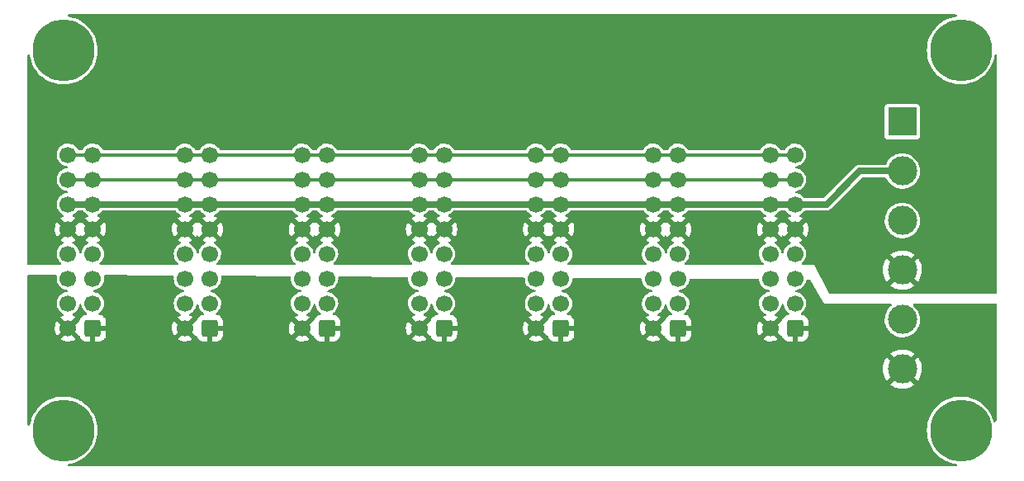
<source format=gtl>
%TF.GenerationSoftware,KiCad,Pcbnew,(6.0.1)*%
%TF.CreationDate,2022-10-13T18:58:24-04:00*%
%TF.ProjectId,ER-PWR-01,45522d50-5752-42d3-9031-2e6b69636164,rev?*%
%TF.SameCoordinates,Original*%
%TF.FileFunction,Copper,L1,Top*%
%TF.FilePolarity,Positive*%
%FSLAX46Y46*%
G04 Gerber Fmt 4.6, Leading zero omitted, Abs format (unit mm)*
G04 Created by KiCad (PCBNEW (6.0.1)) date 2022-10-13 18:58:24*
%MOMM*%
%LPD*%
G01*
G04 APERTURE LIST*
G04 Aperture macros list*
%AMRoundRect*
0 Rectangle with rounded corners*
0 $1 Rounding radius*
0 $2 $3 $4 $5 $6 $7 $8 $9 X,Y pos of 4 corners*
0 Add a 4 corners polygon primitive as box body*
4,1,4,$2,$3,$4,$5,$6,$7,$8,$9,$2,$3,0*
0 Add four circle primitives for the rounded corners*
1,1,$1+$1,$2,$3*
1,1,$1+$1,$4,$5*
1,1,$1+$1,$6,$7*
1,1,$1+$1,$8,$9*
0 Add four rect primitives between the rounded corners*
20,1,$1+$1,$2,$3,$4,$5,0*
20,1,$1+$1,$4,$5,$6,$7,0*
20,1,$1+$1,$6,$7,$8,$9,0*
20,1,$1+$1,$8,$9,$2,$3,0*%
G04 Aperture macros list end*
%TA.AperFunction,ComponentPad*%
%ADD10C,6.350000*%
%TD*%
%TA.AperFunction,ComponentPad*%
%ADD11RoundRect,0.250000X0.600000X0.600000X-0.600000X0.600000X-0.600000X-0.600000X0.600000X-0.600000X0*%
%TD*%
%TA.AperFunction,ComponentPad*%
%ADD12C,1.700000*%
%TD*%
%TA.AperFunction,ComponentPad*%
%ADD13R,3.000000X3.000000*%
%TD*%
%TA.AperFunction,ComponentPad*%
%ADD14C,3.000000*%
%TD*%
%TA.AperFunction,Conductor*%
%ADD15C,0.304800*%
%TD*%
%TA.AperFunction,Conductor*%
%ADD16C,0.635000*%
%TD*%
G04 APERTURE END LIST*
D10*
%TO.P,MTG1,1*%
%TO.N,N/C*%
X94000000Y-83000000D03*
%TD*%
D11*
%TO.P,J7,1,Pin_1*%
%TO.N,/-12V*%
X169000000Y-72500000D03*
D12*
%TO.P,J7,2,Pin_2*%
X166460000Y-72500000D03*
%TO.P,J7,3,Pin_3*%
%TO.N,GND*%
X169000000Y-69960000D03*
%TO.P,J7,4,Pin_4*%
X166460000Y-69960000D03*
%TO.P,J7,5,Pin_5*%
X169000000Y-67420000D03*
%TO.P,J7,6,Pin_6*%
X166460000Y-67420000D03*
%TO.P,J7,7,Pin_7*%
X169000000Y-64880000D03*
%TO.P,J7,8,Pin_8*%
X166460000Y-64880000D03*
%TO.P,J7,9,Pin_9*%
%TO.N,/+12V*%
X169000000Y-62340000D03*
%TO.P,J7,10,Pin_10*%
X166460000Y-62340000D03*
%TO.P,J7,11,Pin_11*%
%TO.N,/+5V*%
X169000000Y-59800000D03*
%TO.P,J7,12,Pin_12*%
X166460000Y-59800000D03*
%TO.P,J7,13,Pin_13*%
%TO.N,/P13*%
X169000000Y-57260000D03*
%TO.P,J7,14,Pin_14*%
X166460000Y-57260000D03*
%TO.P,J7,15,Pin_15*%
%TO.N,/P15*%
X169000000Y-54720000D03*
%TO.P,J7,16,Pin_16*%
X166460000Y-54720000D03*
%TD*%
D13*
%TO.P,J8,1,Pin_1*%
%TO.N,GND*%
X180000000Y-51300000D03*
D14*
%TO.P,J8,2,Pin_2*%
%TO.N,/+5V*%
X180000000Y-56380000D03*
%TO.P,J8,3,Pin_3*%
%TO.N,GND*%
X180000000Y-61460000D03*
%TO.P,J8,4,Pin_4*%
%TO.N,/+12V*%
X180000000Y-66540000D03*
%TO.P,J8,5,Pin_5*%
%TO.N,GND*%
X180000000Y-71620000D03*
%TO.P,J8,6,Pin_6*%
%TO.N,/-12V*%
X180000000Y-76700000D03*
%TD*%
D11*
%TO.P,J2,1,Pin_1*%
%TO.N,/-12V*%
X109000000Y-72500000D03*
D12*
%TO.P,J2,2,Pin_2*%
X106460000Y-72500000D03*
%TO.P,J2,3,Pin_3*%
%TO.N,GND*%
X109000000Y-69960000D03*
%TO.P,J2,4,Pin_4*%
X106460000Y-69960000D03*
%TO.P,J2,5,Pin_5*%
X109000000Y-67420000D03*
%TO.P,J2,6,Pin_6*%
X106460000Y-67420000D03*
%TO.P,J2,7,Pin_7*%
X109000000Y-64880000D03*
%TO.P,J2,8,Pin_8*%
X106460000Y-64880000D03*
%TO.P,J2,9,Pin_9*%
%TO.N,/+12V*%
X109000000Y-62340000D03*
%TO.P,J2,10,Pin_10*%
X106460000Y-62340000D03*
%TO.P,J2,11,Pin_11*%
%TO.N,/+5V*%
X109000000Y-59800000D03*
%TO.P,J2,12,Pin_12*%
X106460000Y-59800000D03*
%TO.P,J2,13,Pin_13*%
%TO.N,/P13*%
X109000000Y-57260000D03*
%TO.P,J2,14,Pin_14*%
X106460000Y-57260000D03*
%TO.P,J2,15,Pin_15*%
%TO.N,/P15*%
X109000000Y-54720000D03*
%TO.P,J2,16,Pin_16*%
X106460000Y-54720000D03*
%TD*%
D11*
%TO.P,J6,1,Pin_1*%
%TO.N,/-12V*%
X157000000Y-72500000D03*
D12*
%TO.P,J6,2,Pin_2*%
X154460000Y-72500000D03*
%TO.P,J6,3,Pin_3*%
%TO.N,GND*%
X157000000Y-69960000D03*
%TO.P,J6,4,Pin_4*%
X154460000Y-69960000D03*
%TO.P,J6,5,Pin_5*%
X157000000Y-67420000D03*
%TO.P,J6,6,Pin_6*%
X154460000Y-67420000D03*
%TO.P,J6,7,Pin_7*%
X157000000Y-64880000D03*
%TO.P,J6,8,Pin_8*%
X154460000Y-64880000D03*
%TO.P,J6,9,Pin_9*%
%TO.N,/+12V*%
X157000000Y-62340000D03*
%TO.P,J6,10,Pin_10*%
X154460000Y-62340000D03*
%TO.P,J6,11,Pin_11*%
%TO.N,/+5V*%
X157000000Y-59800000D03*
%TO.P,J6,12,Pin_12*%
X154460000Y-59800000D03*
%TO.P,J6,13,Pin_13*%
%TO.N,/P13*%
X157000000Y-57260000D03*
%TO.P,J6,14,Pin_14*%
X154460000Y-57260000D03*
%TO.P,J6,15,Pin_15*%
%TO.N,/P15*%
X157000000Y-54720000D03*
%TO.P,J6,16,Pin_16*%
X154460000Y-54720000D03*
%TD*%
D11*
%TO.P,J5,1,Pin_1*%
%TO.N,/-12V*%
X145000000Y-72500000D03*
D12*
%TO.P,J5,2,Pin_2*%
X142460000Y-72500000D03*
%TO.P,J5,3,Pin_3*%
%TO.N,GND*%
X145000000Y-69960000D03*
%TO.P,J5,4,Pin_4*%
X142460000Y-69960000D03*
%TO.P,J5,5,Pin_5*%
X145000000Y-67420000D03*
%TO.P,J5,6,Pin_6*%
X142460000Y-67420000D03*
%TO.P,J5,7,Pin_7*%
X145000000Y-64880000D03*
%TO.P,J5,8,Pin_8*%
X142460000Y-64880000D03*
%TO.P,J5,9,Pin_9*%
%TO.N,/+12V*%
X145000000Y-62340000D03*
%TO.P,J5,10,Pin_10*%
X142460000Y-62340000D03*
%TO.P,J5,11,Pin_11*%
%TO.N,/+5V*%
X145000000Y-59800000D03*
%TO.P,J5,12,Pin_12*%
X142460000Y-59800000D03*
%TO.P,J5,13,Pin_13*%
%TO.N,/P13*%
X145000000Y-57260000D03*
%TO.P,J5,14,Pin_14*%
X142460000Y-57260000D03*
%TO.P,J5,15,Pin_15*%
%TO.N,/P15*%
X145000000Y-54720000D03*
%TO.P,J5,16,Pin_16*%
X142460000Y-54720000D03*
%TD*%
D11*
%TO.P,J1,1,Pin_1*%
%TO.N,/-12V*%
X97000000Y-72500000D03*
D12*
%TO.P,J1,2,Pin_2*%
X94460000Y-72500000D03*
%TO.P,J1,3,Pin_3*%
%TO.N,GND*%
X97000000Y-69960000D03*
%TO.P,J1,4,Pin_4*%
X94460000Y-69960000D03*
%TO.P,J1,5,Pin_5*%
X97000000Y-67420000D03*
%TO.P,J1,6,Pin_6*%
X94460000Y-67420000D03*
%TO.P,J1,7,Pin_7*%
X97000000Y-64880000D03*
%TO.P,J1,8,Pin_8*%
X94460000Y-64880000D03*
%TO.P,J1,9,Pin_9*%
%TO.N,/+12V*%
X97000000Y-62340000D03*
%TO.P,J1,10,Pin_10*%
X94460000Y-62340000D03*
%TO.P,J1,11,Pin_11*%
%TO.N,/+5V*%
X97000000Y-59800000D03*
%TO.P,J1,12,Pin_12*%
X94460000Y-59800000D03*
%TO.P,J1,13,Pin_13*%
%TO.N,/P13*%
X97000000Y-57260000D03*
%TO.P,J1,14,Pin_14*%
X94460000Y-57260000D03*
%TO.P,J1,15,Pin_15*%
%TO.N,/P15*%
X97000000Y-54720000D03*
%TO.P,J1,16,Pin_16*%
X94460000Y-54720000D03*
%TD*%
D10*
%TO.P,MTG3,1*%
%TO.N,N/C*%
X94000000Y-44000000D03*
%TD*%
D11*
%TO.P,J4,1,Pin_1*%
%TO.N,/-12V*%
X133000000Y-72500000D03*
D12*
%TO.P,J4,2,Pin_2*%
X130460000Y-72500000D03*
%TO.P,J4,3,Pin_3*%
%TO.N,GND*%
X133000000Y-69960000D03*
%TO.P,J4,4,Pin_4*%
X130460000Y-69960000D03*
%TO.P,J4,5,Pin_5*%
X133000000Y-67420000D03*
%TO.P,J4,6,Pin_6*%
X130460000Y-67420000D03*
%TO.P,J4,7,Pin_7*%
X133000000Y-64880000D03*
%TO.P,J4,8,Pin_8*%
X130460000Y-64880000D03*
%TO.P,J4,9,Pin_9*%
%TO.N,/+12V*%
X133000000Y-62340000D03*
%TO.P,J4,10,Pin_10*%
X130460000Y-62340000D03*
%TO.P,J4,11,Pin_11*%
%TO.N,/+5V*%
X133000000Y-59800000D03*
%TO.P,J4,12,Pin_12*%
X130460000Y-59800000D03*
%TO.P,J4,13,Pin_13*%
%TO.N,/P13*%
X133000000Y-57260000D03*
%TO.P,J4,14,Pin_14*%
X130460000Y-57260000D03*
%TO.P,J4,15,Pin_15*%
%TO.N,/P15*%
X133000000Y-54720000D03*
%TO.P,J4,16,Pin_16*%
X130460000Y-54720000D03*
%TD*%
D11*
%TO.P,J3,1,Pin_1*%
%TO.N,/-12V*%
X121000000Y-72500000D03*
D12*
%TO.P,J3,2,Pin_2*%
X118460000Y-72500000D03*
%TO.P,J3,3,Pin_3*%
%TO.N,GND*%
X121000000Y-69960000D03*
%TO.P,J3,4,Pin_4*%
X118460000Y-69960000D03*
%TO.P,J3,5,Pin_5*%
X121000000Y-67420000D03*
%TO.P,J3,6,Pin_6*%
X118460000Y-67420000D03*
%TO.P,J3,7,Pin_7*%
X121000000Y-64880000D03*
%TO.P,J3,8,Pin_8*%
X118460000Y-64880000D03*
%TO.P,J3,9,Pin_9*%
%TO.N,/+12V*%
X121000000Y-62340000D03*
%TO.P,J3,10,Pin_10*%
X118460000Y-62340000D03*
%TO.P,J3,11,Pin_11*%
%TO.N,/+5V*%
X121000000Y-59800000D03*
%TO.P,J3,12,Pin_12*%
X118460000Y-59800000D03*
%TO.P,J3,13,Pin_13*%
%TO.N,/P13*%
X121000000Y-57260000D03*
%TO.P,J3,14,Pin_14*%
X118460000Y-57260000D03*
%TO.P,J3,15,Pin_15*%
%TO.N,/P15*%
X121000000Y-54720000D03*
%TO.P,J3,16,Pin_16*%
X118460000Y-54720000D03*
%TD*%
D10*
%TO.P,MTG2,1*%
%TO.N,N/C*%
X186000000Y-83000000D03*
%TD*%
%TO.P,MTG4,1*%
%TO.N,N/C*%
X186000000Y-44000000D03*
%TD*%
D15*
%TO.N,/P13*%
X145000000Y-57260000D02*
X154460000Y-57260000D01*
X154460000Y-57260000D02*
X157000000Y-57260000D01*
X133000000Y-57260000D02*
X142460000Y-57260000D01*
X142460000Y-57260000D02*
X145000000Y-57260000D01*
X118460000Y-57260000D02*
X121000000Y-57260000D01*
X109000000Y-57260000D02*
X118460000Y-57260000D01*
X97000009Y-57260007D02*
X106460011Y-57260007D01*
X121000000Y-57260000D02*
X130460000Y-57260000D01*
X130460000Y-57260000D02*
X133000000Y-57260000D01*
X106460000Y-57260000D02*
X109000000Y-57260000D01*
X94460000Y-57260000D02*
X97000000Y-57260000D01*
X166460000Y-57260000D02*
X169000000Y-57260000D01*
X157000000Y-57260000D02*
X166460000Y-57260000D01*
%TO.N,/P15*%
X121000000Y-54720000D02*
X130460000Y-54720000D01*
X154460000Y-54720000D02*
X157000000Y-54720000D01*
X145000000Y-54720000D02*
X154460000Y-54720000D01*
X97000009Y-54720007D02*
X106460011Y-54720007D01*
X118460000Y-54720000D02*
X121000000Y-54720000D01*
X133000000Y-54720000D02*
X142460000Y-54720000D01*
X94460000Y-54720000D02*
X97000000Y-54720000D01*
X106460000Y-54720000D02*
X109000000Y-54720000D01*
X109000000Y-54720000D02*
X118460000Y-54720000D01*
X130460000Y-54720000D02*
X133000000Y-54720000D01*
X166460000Y-54720000D02*
X169000000Y-54720000D01*
X142460000Y-54720000D02*
X145000000Y-54720000D01*
X157000000Y-54720000D02*
X166460000Y-54720000D01*
D16*
%TO.N,/+5V*%
X175620000Y-56380000D02*
X180000000Y-56380000D01*
X172199993Y-59800007D02*
X175620000Y-56380000D01*
X94460009Y-59800007D02*
X172199986Y-59800007D01*
%TD*%
%TA.AperFunction,Conductor*%
%TO.N,/+12V*%
G36*
X185550059Y-40324802D02*
G01*
X185596552Y-40378458D01*
X185606656Y-40448732D01*
X185577162Y-40513312D01*
X185517436Y-40551696D01*
X185501650Y-40555249D01*
X185275412Y-40591081D01*
X184923052Y-40685496D01*
X184582492Y-40816225D01*
X184579552Y-40817723D01*
X184260403Y-40980337D01*
X184260396Y-40980341D01*
X184257462Y-40981836D01*
X183951524Y-41180514D01*
X183668029Y-41410084D01*
X183410084Y-41668029D01*
X183180514Y-41951524D01*
X182981836Y-42257462D01*
X182816225Y-42582492D01*
X182685496Y-42923052D01*
X182591081Y-43275412D01*
X182534016Y-43635710D01*
X182514924Y-44000000D01*
X182534016Y-44364290D01*
X182534529Y-44367530D01*
X182534530Y-44367538D01*
X182555249Y-44498351D01*
X182591081Y-44724588D01*
X182685496Y-45076948D01*
X182816225Y-45417508D01*
X182981836Y-45742538D01*
X183180514Y-46048476D01*
X183410084Y-46331971D01*
X183668029Y-46589916D01*
X183951524Y-46819486D01*
X184257462Y-47018164D01*
X184260396Y-47019659D01*
X184260403Y-47019663D01*
X184579552Y-47182277D01*
X184582492Y-47183775D01*
X184923052Y-47314504D01*
X185275412Y-47408919D01*
X185466987Y-47439261D01*
X185632462Y-47465470D01*
X185632470Y-47465471D01*
X185635710Y-47465984D01*
X186000000Y-47485076D01*
X186364290Y-47465984D01*
X186367530Y-47465471D01*
X186367538Y-47465470D01*
X186533013Y-47439261D01*
X186724588Y-47408919D01*
X187076948Y-47314504D01*
X187417508Y-47183775D01*
X187420448Y-47182277D01*
X187739597Y-47019663D01*
X187739604Y-47019659D01*
X187742538Y-47018164D01*
X188048476Y-46819486D01*
X188331971Y-46589916D01*
X188589916Y-46331971D01*
X188819486Y-46048476D01*
X189018164Y-45742538D01*
X189183775Y-45417508D01*
X189314504Y-45076948D01*
X189408919Y-44724588D01*
X189444751Y-44498351D01*
X189475163Y-44434198D01*
X189535431Y-44396671D01*
X189606421Y-44397685D01*
X189665593Y-44436918D01*
X189694161Y-44501913D01*
X189695200Y-44518062D01*
X189695200Y-68874000D01*
X189675198Y-68942121D01*
X189621542Y-68988614D01*
X189569200Y-69000000D01*
X172577872Y-69000000D01*
X172509751Y-68979998D01*
X172465174Y-68930349D01*
X172064827Y-68129654D01*
X178775618Y-68129654D01*
X178782673Y-68139627D01*
X178813679Y-68165551D01*
X178820598Y-68170579D01*
X179045272Y-68311515D01*
X179052807Y-68315556D01*
X179294520Y-68424694D01*
X179302551Y-68427680D01*
X179556832Y-68503002D01*
X179565184Y-68504869D01*
X179827340Y-68544984D01*
X179835874Y-68545700D01*
X180101045Y-68549867D01*
X180109596Y-68549418D01*
X180372883Y-68517557D01*
X180381284Y-68515955D01*
X180637824Y-68448653D01*
X180645926Y-68445926D01*
X180890949Y-68344434D01*
X180898617Y-68340628D01*
X181127598Y-68206822D01*
X181134679Y-68202009D01*
X181214655Y-68139301D01*
X181223125Y-68127442D01*
X181216608Y-68115818D01*
X180012812Y-66912022D01*
X179998868Y-66904408D01*
X179997035Y-66904539D01*
X179990420Y-66908790D01*
X178782910Y-68116300D01*
X178775618Y-68129654D01*
X172064827Y-68129654D01*
X171261602Y-66523204D01*
X177987665Y-66523204D01*
X178002932Y-66787969D01*
X178004005Y-66796470D01*
X178055065Y-67056722D01*
X178057276Y-67064974D01*
X178143184Y-67315894D01*
X178146499Y-67323779D01*
X178265664Y-67560713D01*
X178270020Y-67568079D01*
X178399347Y-67756250D01*
X178409601Y-67764594D01*
X178423342Y-67757448D01*
X179627978Y-66552812D01*
X179634356Y-66541132D01*
X180364408Y-66541132D01*
X180364539Y-66542965D01*
X180368790Y-66549580D01*
X181575730Y-67756520D01*
X181587939Y-67763187D01*
X181599439Y-67754497D01*
X181696831Y-67621913D01*
X181701418Y-67614685D01*
X181827962Y-67381621D01*
X181831530Y-67373827D01*
X181925271Y-67125750D01*
X181927748Y-67117544D01*
X181986954Y-66859038D01*
X181988294Y-66850577D01*
X182012031Y-66584616D01*
X182012277Y-66579677D01*
X182012666Y-66542485D01*
X182012523Y-66537519D01*
X181994362Y-66271123D01*
X181993201Y-66262649D01*
X181939419Y-66002944D01*
X181937120Y-65994709D01*
X181848588Y-65744705D01*
X181845191Y-65736854D01*
X181723550Y-65501178D01*
X181719122Y-65493866D01*
X181600031Y-65324417D01*
X181589509Y-65316037D01*
X181576121Y-65323089D01*
X180372022Y-66527188D01*
X180364408Y-66541132D01*
X179634356Y-66541132D01*
X179635592Y-66538868D01*
X179635461Y-66537035D01*
X179631210Y-66530420D01*
X178423814Y-65323024D01*
X178411804Y-65316466D01*
X178400064Y-65325434D01*
X178291935Y-65475911D01*
X178287418Y-65483196D01*
X178163325Y-65717567D01*
X178159839Y-65725395D01*
X178068700Y-65974446D01*
X178066311Y-65982670D01*
X178009812Y-66241795D01*
X178008563Y-66250250D01*
X177987754Y-66514653D01*
X177987665Y-66523204D01*
X171261602Y-66523204D01*
X171008101Y-66016202D01*
X171000000Y-66000000D01*
X169808760Y-66000000D01*
X169740639Y-65979998D01*
X169694146Y-65926342D01*
X169684042Y-65856068D01*
X169713536Y-65791488D01*
X169728191Y-65777126D01*
X169815982Y-65704111D01*
X169820420Y-65700420D01*
X169956192Y-65537172D01*
X170059940Y-65351916D01*
X170128191Y-65150855D01*
X170129019Y-65145146D01*
X170129020Y-65145141D01*
X170156951Y-64952500D01*
X178776584Y-64952500D01*
X178782980Y-64963770D01*
X179987188Y-66167978D01*
X180001132Y-66175592D01*
X180002965Y-66175461D01*
X180009580Y-66171210D01*
X181216604Y-64964186D01*
X181223795Y-64951017D01*
X181216473Y-64940780D01*
X181169233Y-64902115D01*
X181162261Y-64897160D01*
X180936122Y-64758582D01*
X180928552Y-64754624D01*
X180685704Y-64648022D01*
X180677644Y-64645120D01*
X180422592Y-64572467D01*
X180414214Y-64570685D01*
X180151656Y-64533318D01*
X180143111Y-64532691D01*
X179877908Y-64531302D01*
X179869374Y-64531839D01*
X179606433Y-64566456D01*
X179598035Y-64568149D01*
X179342238Y-64638127D01*
X179334143Y-64640946D01*
X179090199Y-64744997D01*
X179082577Y-64748881D01*
X178855013Y-64885075D01*
X178847981Y-64889962D01*
X178785053Y-64940377D01*
X178776584Y-64952500D01*
X170156951Y-64952500D01*
X170158126Y-64944397D01*
X170158659Y-64940723D01*
X170160249Y-64880000D01*
X170140821Y-64668561D01*
X170083186Y-64464204D01*
X169989275Y-64273772D01*
X169862233Y-64103642D01*
X169706315Y-63959513D01*
X169526742Y-63846211D01*
X169507040Y-63838351D01*
X169451182Y-63794532D01*
X169427881Y-63727468D01*
X169444536Y-63658452D01*
X169498298Y-63608170D01*
X169693098Y-63512738D01*
X169701944Y-63507465D01*
X169749247Y-63473723D01*
X169757648Y-63463023D01*
X169750660Y-63449870D01*
X169012812Y-62712022D01*
X168998868Y-62704408D01*
X168997035Y-62704539D01*
X168990420Y-62708790D01*
X168246737Y-63452473D01*
X168239977Y-63464853D01*
X168245258Y-63471907D01*
X168406756Y-63566279D01*
X168416042Y-63570729D01*
X168494111Y-63600540D01*
X168550614Y-63643527D01*
X168574907Y-63710238D01*
X168559277Y-63779493D01*
X168503883Y-63831528D01*
X168500500Y-63832776D01*
X168318023Y-63941339D01*
X168158385Y-64081337D01*
X168154818Y-64085862D01*
X168154813Y-64085867D01*
X168030507Y-64243549D01*
X168026933Y-64248083D01*
X168024245Y-64253192D01*
X167930759Y-64430880D01*
X167930757Y-64430885D01*
X167928070Y-64435992D01*
X167865105Y-64638771D01*
X167864426Y-64644510D01*
X167855690Y-64718321D01*
X167827820Y-64783619D01*
X167769072Y-64823483D01*
X167698097Y-64825258D01*
X167637430Y-64788379D01*
X167606333Y-64724555D01*
X167605092Y-64715041D01*
X167601350Y-64674315D01*
X167601349Y-64674312D01*
X167600821Y-64668561D01*
X167543186Y-64464204D01*
X167449275Y-64273772D01*
X167322233Y-64103642D01*
X167166315Y-63959513D01*
X166986742Y-63846211D01*
X166967040Y-63838351D01*
X166911182Y-63794532D01*
X166887881Y-63727468D01*
X166904536Y-63658452D01*
X166958298Y-63608170D01*
X167153098Y-63512738D01*
X167161944Y-63507465D01*
X167209247Y-63473723D01*
X167217648Y-63463023D01*
X167210660Y-63449870D01*
X166472812Y-62712022D01*
X166458868Y-62704408D01*
X166457035Y-62704539D01*
X166450420Y-62708790D01*
X165706737Y-63452473D01*
X165699977Y-63464853D01*
X165705258Y-63471907D01*
X165866756Y-63566279D01*
X165876042Y-63570729D01*
X165954111Y-63600540D01*
X166010614Y-63643527D01*
X166034907Y-63710238D01*
X166019277Y-63779493D01*
X165963883Y-63831528D01*
X165960500Y-63832776D01*
X165778023Y-63941339D01*
X165618385Y-64081337D01*
X165614818Y-64085862D01*
X165614813Y-64085867D01*
X165490507Y-64243549D01*
X165486933Y-64248083D01*
X165484245Y-64253192D01*
X165390759Y-64430880D01*
X165390757Y-64430885D01*
X165388070Y-64435992D01*
X165325105Y-64638771D01*
X165300149Y-64849628D01*
X165314036Y-65061503D01*
X165366301Y-65267299D01*
X165455195Y-65460124D01*
X165577740Y-65633521D01*
X165664015Y-65717567D01*
X165729832Y-65781683D01*
X165728538Y-65783011D01*
X165764101Y-65834485D01*
X165766472Y-65905442D01*
X165730104Y-65966416D01*
X165666544Y-65998049D01*
X165644458Y-66000000D01*
X157808760Y-66000000D01*
X157740639Y-65979998D01*
X157694146Y-65926342D01*
X157684042Y-65856068D01*
X157713536Y-65791488D01*
X157728191Y-65777126D01*
X157815982Y-65704111D01*
X157820420Y-65700420D01*
X157956192Y-65537172D01*
X158059940Y-65351916D01*
X158128191Y-65150855D01*
X158129019Y-65145146D01*
X158129020Y-65145141D01*
X158158126Y-64944397D01*
X158158659Y-64940723D01*
X158160249Y-64880000D01*
X158140821Y-64668561D01*
X158083186Y-64464204D01*
X157989275Y-64273772D01*
X157862233Y-64103642D01*
X157706315Y-63959513D01*
X157526742Y-63846211D01*
X157507040Y-63838351D01*
X157451182Y-63794532D01*
X157427881Y-63727468D01*
X157444536Y-63658452D01*
X157498298Y-63608170D01*
X157693098Y-63512738D01*
X157701944Y-63507465D01*
X157749247Y-63473723D01*
X157757648Y-63463023D01*
X157750660Y-63449870D01*
X157012812Y-62712022D01*
X156998868Y-62704408D01*
X156997035Y-62704539D01*
X156990420Y-62708790D01*
X156246737Y-63452473D01*
X156239977Y-63464853D01*
X156245258Y-63471907D01*
X156406756Y-63566279D01*
X156416042Y-63570729D01*
X156494111Y-63600540D01*
X156550614Y-63643527D01*
X156574907Y-63710238D01*
X156559277Y-63779493D01*
X156503883Y-63831528D01*
X156500500Y-63832776D01*
X156318023Y-63941339D01*
X156158385Y-64081337D01*
X156154818Y-64085862D01*
X156154813Y-64085867D01*
X156030507Y-64243549D01*
X156026933Y-64248083D01*
X156024245Y-64253192D01*
X155930759Y-64430880D01*
X155930757Y-64430885D01*
X155928070Y-64435992D01*
X155865105Y-64638771D01*
X155864426Y-64644510D01*
X155855690Y-64718321D01*
X155827820Y-64783619D01*
X155769072Y-64823483D01*
X155698097Y-64825258D01*
X155637430Y-64788379D01*
X155606333Y-64724555D01*
X155605092Y-64715041D01*
X155601350Y-64674315D01*
X155601349Y-64674312D01*
X155600821Y-64668561D01*
X155543186Y-64464204D01*
X155449275Y-64273772D01*
X155322233Y-64103642D01*
X155166315Y-63959513D01*
X154986742Y-63846211D01*
X154967040Y-63838351D01*
X154911182Y-63794532D01*
X154887881Y-63727468D01*
X154904536Y-63658452D01*
X154958298Y-63608170D01*
X155153098Y-63512738D01*
X155161944Y-63507465D01*
X155209247Y-63473723D01*
X155217648Y-63463023D01*
X155210660Y-63449870D01*
X154472812Y-62712022D01*
X154458868Y-62704408D01*
X154457035Y-62704539D01*
X154450420Y-62708790D01*
X153706737Y-63452473D01*
X153699977Y-63464853D01*
X153705258Y-63471907D01*
X153866756Y-63566279D01*
X153876042Y-63570729D01*
X153954111Y-63600540D01*
X154010614Y-63643527D01*
X154034907Y-63710238D01*
X154019277Y-63779493D01*
X153963883Y-63831528D01*
X153960500Y-63832776D01*
X153778023Y-63941339D01*
X153618385Y-64081337D01*
X153614818Y-64085862D01*
X153614813Y-64085867D01*
X153490507Y-64243549D01*
X153486933Y-64248083D01*
X153484245Y-64253192D01*
X153390759Y-64430880D01*
X153390757Y-64430885D01*
X153388070Y-64435992D01*
X153325105Y-64638771D01*
X153300149Y-64849628D01*
X153314036Y-65061503D01*
X153366301Y-65267299D01*
X153455195Y-65460124D01*
X153577740Y-65633521D01*
X153664015Y-65717567D01*
X153729832Y-65781683D01*
X153728538Y-65783011D01*
X153764101Y-65834485D01*
X153766472Y-65905442D01*
X153730104Y-65966416D01*
X153666544Y-65998049D01*
X153644458Y-66000000D01*
X145808760Y-66000000D01*
X145740639Y-65979998D01*
X145694146Y-65926342D01*
X145684042Y-65856068D01*
X145713536Y-65791488D01*
X145728191Y-65777126D01*
X145815982Y-65704111D01*
X145820420Y-65700420D01*
X145956192Y-65537172D01*
X146059940Y-65351916D01*
X146128191Y-65150855D01*
X146129019Y-65145146D01*
X146129020Y-65145141D01*
X146158126Y-64944397D01*
X146158659Y-64940723D01*
X146160249Y-64880000D01*
X146140821Y-64668561D01*
X146083186Y-64464204D01*
X145989275Y-64273772D01*
X145862233Y-64103642D01*
X145706315Y-63959513D01*
X145526742Y-63846211D01*
X145507040Y-63838351D01*
X145451182Y-63794532D01*
X145427881Y-63727468D01*
X145444536Y-63658452D01*
X145498298Y-63608170D01*
X145693098Y-63512738D01*
X145701944Y-63507465D01*
X145749247Y-63473723D01*
X145757648Y-63463023D01*
X145750660Y-63449870D01*
X145012812Y-62712022D01*
X144998868Y-62704408D01*
X144997035Y-62704539D01*
X144990420Y-62708790D01*
X144246737Y-63452473D01*
X144239977Y-63464853D01*
X144245258Y-63471907D01*
X144406756Y-63566279D01*
X144416042Y-63570729D01*
X144494111Y-63600540D01*
X144550614Y-63643527D01*
X144574907Y-63710238D01*
X144559277Y-63779493D01*
X144503883Y-63831528D01*
X144500500Y-63832776D01*
X144318023Y-63941339D01*
X144158385Y-64081337D01*
X144154818Y-64085862D01*
X144154813Y-64085867D01*
X144030507Y-64243549D01*
X144026933Y-64248083D01*
X144024245Y-64253192D01*
X143930759Y-64430880D01*
X143930757Y-64430885D01*
X143928070Y-64435992D01*
X143865105Y-64638771D01*
X143864426Y-64644510D01*
X143855690Y-64718321D01*
X143827820Y-64783619D01*
X143769072Y-64823483D01*
X143698097Y-64825258D01*
X143637430Y-64788379D01*
X143606333Y-64724555D01*
X143605092Y-64715041D01*
X143601350Y-64674315D01*
X143601349Y-64674312D01*
X143600821Y-64668561D01*
X143543186Y-64464204D01*
X143449275Y-64273772D01*
X143322233Y-64103642D01*
X143166315Y-63959513D01*
X142986742Y-63846211D01*
X142967040Y-63838351D01*
X142911182Y-63794532D01*
X142887881Y-63727468D01*
X142904536Y-63658452D01*
X142958298Y-63608170D01*
X143153098Y-63512738D01*
X143161944Y-63507465D01*
X143209247Y-63473723D01*
X143217648Y-63463023D01*
X143210660Y-63449870D01*
X142472812Y-62712022D01*
X142458868Y-62704408D01*
X142457035Y-62704539D01*
X142450420Y-62708790D01*
X141706737Y-63452473D01*
X141699977Y-63464853D01*
X141705258Y-63471907D01*
X141866756Y-63566279D01*
X141876042Y-63570729D01*
X141954111Y-63600540D01*
X142010614Y-63643527D01*
X142034907Y-63710238D01*
X142019277Y-63779493D01*
X141963883Y-63831528D01*
X141960500Y-63832776D01*
X141778023Y-63941339D01*
X141618385Y-64081337D01*
X141614818Y-64085862D01*
X141614813Y-64085867D01*
X141490507Y-64243549D01*
X141486933Y-64248083D01*
X141484245Y-64253192D01*
X141390759Y-64430880D01*
X141390757Y-64430885D01*
X141388070Y-64435992D01*
X141325105Y-64638771D01*
X141300149Y-64849628D01*
X141314036Y-65061503D01*
X141366301Y-65267299D01*
X141455195Y-65460124D01*
X141577740Y-65633521D01*
X141664015Y-65717567D01*
X141729832Y-65781683D01*
X141728538Y-65783011D01*
X141764101Y-65834485D01*
X141766472Y-65905442D01*
X141730104Y-65966416D01*
X141666544Y-65998049D01*
X141644458Y-66000000D01*
X133808760Y-66000000D01*
X133740639Y-65979998D01*
X133694146Y-65926342D01*
X133684042Y-65856068D01*
X133713536Y-65791488D01*
X133728191Y-65777126D01*
X133815982Y-65704111D01*
X133820420Y-65700420D01*
X133956192Y-65537172D01*
X134059940Y-65351916D01*
X134128191Y-65150855D01*
X134129019Y-65145146D01*
X134129020Y-65145141D01*
X134158126Y-64944397D01*
X134158659Y-64940723D01*
X134160249Y-64880000D01*
X134140821Y-64668561D01*
X134083186Y-64464204D01*
X133989275Y-64273772D01*
X133862233Y-64103642D01*
X133706315Y-63959513D01*
X133526742Y-63846211D01*
X133507040Y-63838351D01*
X133451182Y-63794532D01*
X133427881Y-63727468D01*
X133444536Y-63658452D01*
X133498298Y-63608170D01*
X133693098Y-63512738D01*
X133701944Y-63507465D01*
X133749247Y-63473723D01*
X133757648Y-63463023D01*
X133750660Y-63449870D01*
X133012812Y-62712022D01*
X132998868Y-62704408D01*
X132997035Y-62704539D01*
X132990420Y-62708790D01*
X132246737Y-63452473D01*
X132239977Y-63464853D01*
X132245258Y-63471907D01*
X132406756Y-63566279D01*
X132416042Y-63570729D01*
X132494111Y-63600540D01*
X132550614Y-63643527D01*
X132574907Y-63710238D01*
X132559277Y-63779493D01*
X132503883Y-63831528D01*
X132500500Y-63832776D01*
X132318023Y-63941339D01*
X132158385Y-64081337D01*
X132154818Y-64085862D01*
X132154813Y-64085867D01*
X132030507Y-64243549D01*
X132026933Y-64248083D01*
X132024245Y-64253192D01*
X131930759Y-64430880D01*
X131930757Y-64430885D01*
X131928070Y-64435992D01*
X131865105Y-64638771D01*
X131864426Y-64644510D01*
X131855690Y-64718321D01*
X131827820Y-64783619D01*
X131769072Y-64823483D01*
X131698097Y-64825258D01*
X131637430Y-64788379D01*
X131606333Y-64724555D01*
X131605092Y-64715041D01*
X131601350Y-64674315D01*
X131601349Y-64674312D01*
X131600821Y-64668561D01*
X131543186Y-64464204D01*
X131449275Y-64273772D01*
X131322233Y-64103642D01*
X131166315Y-63959513D01*
X130986742Y-63846211D01*
X130967040Y-63838351D01*
X130911182Y-63794532D01*
X130887881Y-63727468D01*
X130904536Y-63658452D01*
X130958298Y-63608170D01*
X131153098Y-63512738D01*
X131161944Y-63507465D01*
X131209247Y-63473723D01*
X131217648Y-63463023D01*
X131210660Y-63449870D01*
X130472812Y-62712022D01*
X130458868Y-62704408D01*
X130457035Y-62704539D01*
X130450420Y-62708790D01*
X129706737Y-63452473D01*
X129699977Y-63464853D01*
X129705258Y-63471907D01*
X129866756Y-63566279D01*
X129876042Y-63570729D01*
X129954111Y-63600540D01*
X130010614Y-63643527D01*
X130034907Y-63710238D01*
X130019277Y-63779493D01*
X129963883Y-63831528D01*
X129960500Y-63832776D01*
X129778023Y-63941339D01*
X129618385Y-64081337D01*
X129614818Y-64085862D01*
X129614813Y-64085867D01*
X129490507Y-64243549D01*
X129486933Y-64248083D01*
X129484245Y-64253192D01*
X129390759Y-64430880D01*
X129390757Y-64430885D01*
X129388070Y-64435992D01*
X129325105Y-64638771D01*
X129300149Y-64849628D01*
X129314036Y-65061503D01*
X129366301Y-65267299D01*
X129455195Y-65460124D01*
X129577740Y-65633521D01*
X129664015Y-65717567D01*
X129729832Y-65781683D01*
X129728538Y-65783011D01*
X129764101Y-65834485D01*
X129766472Y-65905442D01*
X129730104Y-65966416D01*
X129666544Y-65998049D01*
X129644458Y-66000000D01*
X121808760Y-66000000D01*
X121740639Y-65979998D01*
X121694146Y-65926342D01*
X121684042Y-65856068D01*
X121713536Y-65791488D01*
X121728191Y-65777126D01*
X121815982Y-65704111D01*
X121820420Y-65700420D01*
X121956192Y-65537172D01*
X122059940Y-65351916D01*
X122128191Y-65150855D01*
X122129019Y-65145146D01*
X122129020Y-65145141D01*
X122158126Y-64944397D01*
X122158659Y-64940723D01*
X122160249Y-64880000D01*
X122140821Y-64668561D01*
X122083186Y-64464204D01*
X121989275Y-64273772D01*
X121862233Y-64103642D01*
X121706315Y-63959513D01*
X121526742Y-63846211D01*
X121507040Y-63838351D01*
X121451182Y-63794532D01*
X121427881Y-63727468D01*
X121444536Y-63658452D01*
X121498298Y-63608170D01*
X121693098Y-63512738D01*
X121701944Y-63507465D01*
X121749247Y-63473723D01*
X121757648Y-63463023D01*
X121750660Y-63449870D01*
X121012812Y-62712022D01*
X120998868Y-62704408D01*
X120997035Y-62704539D01*
X120990420Y-62708790D01*
X120246737Y-63452473D01*
X120239977Y-63464853D01*
X120245258Y-63471907D01*
X120406756Y-63566279D01*
X120416042Y-63570729D01*
X120494111Y-63600540D01*
X120550614Y-63643527D01*
X120574907Y-63710238D01*
X120559277Y-63779493D01*
X120503883Y-63831528D01*
X120500500Y-63832776D01*
X120318023Y-63941339D01*
X120158385Y-64081337D01*
X120154818Y-64085862D01*
X120154813Y-64085867D01*
X120030507Y-64243549D01*
X120026933Y-64248083D01*
X120024245Y-64253192D01*
X119930759Y-64430880D01*
X119930757Y-64430885D01*
X119928070Y-64435992D01*
X119865105Y-64638771D01*
X119864426Y-64644510D01*
X119855690Y-64718321D01*
X119827820Y-64783619D01*
X119769072Y-64823483D01*
X119698097Y-64825258D01*
X119637430Y-64788379D01*
X119606333Y-64724555D01*
X119605092Y-64715041D01*
X119601350Y-64674315D01*
X119601349Y-64674312D01*
X119600821Y-64668561D01*
X119543186Y-64464204D01*
X119449275Y-64273772D01*
X119322233Y-64103642D01*
X119166315Y-63959513D01*
X118986742Y-63846211D01*
X118967040Y-63838351D01*
X118911182Y-63794532D01*
X118887881Y-63727468D01*
X118904536Y-63658452D01*
X118958298Y-63608170D01*
X119153098Y-63512738D01*
X119161944Y-63507465D01*
X119209247Y-63473723D01*
X119217648Y-63463023D01*
X119210660Y-63449870D01*
X118472812Y-62712022D01*
X118458868Y-62704408D01*
X118457035Y-62704539D01*
X118450420Y-62708790D01*
X117706737Y-63452473D01*
X117699977Y-63464853D01*
X117705258Y-63471907D01*
X117866756Y-63566279D01*
X117876042Y-63570729D01*
X117954111Y-63600540D01*
X118010614Y-63643527D01*
X118034907Y-63710238D01*
X118019277Y-63779493D01*
X117963883Y-63831528D01*
X117960500Y-63832776D01*
X117778023Y-63941339D01*
X117618385Y-64081337D01*
X117614818Y-64085862D01*
X117614813Y-64085867D01*
X117490507Y-64243549D01*
X117486933Y-64248083D01*
X117484245Y-64253192D01*
X117390759Y-64430880D01*
X117390757Y-64430885D01*
X117388070Y-64435992D01*
X117325105Y-64638771D01*
X117300149Y-64849628D01*
X117314036Y-65061503D01*
X117366301Y-65267299D01*
X117455195Y-65460124D01*
X117577740Y-65633521D01*
X117664015Y-65717567D01*
X117729832Y-65781683D01*
X117728538Y-65783011D01*
X117764101Y-65834485D01*
X117766472Y-65905442D01*
X117730104Y-65966416D01*
X117666544Y-65998049D01*
X117644458Y-66000000D01*
X109808760Y-66000000D01*
X109740639Y-65979998D01*
X109694146Y-65926342D01*
X109684042Y-65856068D01*
X109713536Y-65791488D01*
X109728191Y-65777126D01*
X109815982Y-65704111D01*
X109820420Y-65700420D01*
X109956192Y-65537172D01*
X110059940Y-65351916D01*
X110128191Y-65150855D01*
X110129019Y-65145146D01*
X110129020Y-65145141D01*
X110158126Y-64944397D01*
X110158659Y-64940723D01*
X110160249Y-64880000D01*
X110140821Y-64668561D01*
X110083186Y-64464204D01*
X109989275Y-64273772D01*
X109862233Y-64103642D01*
X109706315Y-63959513D01*
X109526742Y-63846211D01*
X109507040Y-63838351D01*
X109451182Y-63794532D01*
X109427881Y-63727468D01*
X109444536Y-63658452D01*
X109498298Y-63608170D01*
X109693098Y-63512738D01*
X109701944Y-63507465D01*
X109749247Y-63473723D01*
X109757648Y-63463023D01*
X109750660Y-63449870D01*
X109012812Y-62712022D01*
X108998868Y-62704408D01*
X108997035Y-62704539D01*
X108990420Y-62708790D01*
X108246737Y-63452473D01*
X108239977Y-63464853D01*
X108245258Y-63471907D01*
X108406756Y-63566279D01*
X108416042Y-63570729D01*
X108494111Y-63600540D01*
X108550614Y-63643527D01*
X108574907Y-63710238D01*
X108559277Y-63779493D01*
X108503883Y-63831528D01*
X108500500Y-63832776D01*
X108318023Y-63941339D01*
X108158385Y-64081337D01*
X108154818Y-64085862D01*
X108154813Y-64085867D01*
X108030507Y-64243549D01*
X108026933Y-64248083D01*
X108024245Y-64253192D01*
X107930759Y-64430880D01*
X107930757Y-64430885D01*
X107928070Y-64435992D01*
X107865105Y-64638771D01*
X107864426Y-64644510D01*
X107855690Y-64718321D01*
X107827820Y-64783619D01*
X107769072Y-64823483D01*
X107698097Y-64825258D01*
X107637430Y-64788379D01*
X107606333Y-64724555D01*
X107605092Y-64715041D01*
X107601350Y-64674315D01*
X107601349Y-64674312D01*
X107600821Y-64668561D01*
X107543186Y-64464204D01*
X107449275Y-64273772D01*
X107322233Y-64103642D01*
X107166315Y-63959513D01*
X106986742Y-63846211D01*
X106967040Y-63838351D01*
X106911182Y-63794532D01*
X106887881Y-63727468D01*
X106904536Y-63658452D01*
X106958298Y-63608170D01*
X107153098Y-63512738D01*
X107161944Y-63507465D01*
X107209247Y-63473723D01*
X107217648Y-63463023D01*
X107210660Y-63449870D01*
X106472812Y-62712022D01*
X106458868Y-62704408D01*
X106457035Y-62704539D01*
X106450420Y-62708790D01*
X105706737Y-63452473D01*
X105699977Y-63464853D01*
X105705258Y-63471907D01*
X105866756Y-63566279D01*
X105876042Y-63570729D01*
X105954111Y-63600540D01*
X106010614Y-63643527D01*
X106034907Y-63710238D01*
X106019277Y-63779493D01*
X105963883Y-63831528D01*
X105960500Y-63832776D01*
X105778023Y-63941339D01*
X105618385Y-64081337D01*
X105614818Y-64085862D01*
X105614813Y-64085867D01*
X105490507Y-64243549D01*
X105486933Y-64248083D01*
X105484245Y-64253192D01*
X105390759Y-64430880D01*
X105390757Y-64430885D01*
X105388070Y-64435992D01*
X105325105Y-64638771D01*
X105300149Y-64849628D01*
X105314036Y-65061503D01*
X105366301Y-65267299D01*
X105455195Y-65460124D01*
X105577740Y-65633521D01*
X105664015Y-65717567D01*
X105729832Y-65781683D01*
X105728538Y-65783011D01*
X105764101Y-65834485D01*
X105766472Y-65905442D01*
X105730104Y-65966416D01*
X105666544Y-65998049D01*
X105644458Y-66000000D01*
X97808760Y-66000000D01*
X97740639Y-65979998D01*
X97694146Y-65926342D01*
X97684042Y-65856068D01*
X97713536Y-65791488D01*
X97728191Y-65777126D01*
X97815982Y-65704111D01*
X97820420Y-65700420D01*
X97956192Y-65537172D01*
X98059940Y-65351916D01*
X98128191Y-65150855D01*
X98129019Y-65145146D01*
X98129020Y-65145141D01*
X98158126Y-64944397D01*
X98158659Y-64940723D01*
X98160249Y-64880000D01*
X98140821Y-64668561D01*
X98083186Y-64464204D01*
X97989275Y-64273772D01*
X97862233Y-64103642D01*
X97706315Y-63959513D01*
X97526742Y-63846211D01*
X97507040Y-63838351D01*
X97451182Y-63794532D01*
X97427881Y-63727468D01*
X97444536Y-63658452D01*
X97498298Y-63608170D01*
X97693098Y-63512738D01*
X97701944Y-63507465D01*
X97749247Y-63473723D01*
X97757648Y-63463023D01*
X97750660Y-63449870D01*
X97012812Y-62712022D01*
X96998868Y-62704408D01*
X96997035Y-62704539D01*
X96990420Y-62708790D01*
X96246737Y-63452473D01*
X96239977Y-63464853D01*
X96245258Y-63471907D01*
X96406756Y-63566279D01*
X96416042Y-63570729D01*
X96494111Y-63600540D01*
X96550614Y-63643527D01*
X96574907Y-63710238D01*
X96559277Y-63779493D01*
X96503883Y-63831528D01*
X96500500Y-63832776D01*
X96318023Y-63941339D01*
X96158385Y-64081337D01*
X96154818Y-64085862D01*
X96154813Y-64085867D01*
X96030507Y-64243549D01*
X96026933Y-64248083D01*
X96024245Y-64253192D01*
X95930759Y-64430880D01*
X95930757Y-64430885D01*
X95928070Y-64435992D01*
X95865105Y-64638771D01*
X95864426Y-64644510D01*
X95855690Y-64718321D01*
X95827820Y-64783619D01*
X95769072Y-64823483D01*
X95698097Y-64825258D01*
X95637430Y-64788379D01*
X95606333Y-64724555D01*
X95605092Y-64715041D01*
X95601350Y-64674315D01*
X95601349Y-64674312D01*
X95600821Y-64668561D01*
X95543186Y-64464204D01*
X95449275Y-64273772D01*
X95322233Y-64103642D01*
X95166315Y-63959513D01*
X94986742Y-63846211D01*
X94967040Y-63838351D01*
X94911182Y-63794532D01*
X94887881Y-63727468D01*
X94904536Y-63658452D01*
X94958298Y-63608170D01*
X95153098Y-63512738D01*
X95161944Y-63507465D01*
X95209247Y-63473723D01*
X95217648Y-63463023D01*
X95210660Y-63449870D01*
X94472812Y-62712022D01*
X94458868Y-62704408D01*
X94457035Y-62704539D01*
X94450420Y-62708790D01*
X93706737Y-63452473D01*
X93699977Y-63464853D01*
X93705258Y-63471907D01*
X93866756Y-63566279D01*
X93876042Y-63570729D01*
X93954111Y-63600540D01*
X94010614Y-63643527D01*
X94034907Y-63710238D01*
X94019277Y-63779493D01*
X93963883Y-63831528D01*
X93960500Y-63832776D01*
X93778023Y-63941339D01*
X93618385Y-64081337D01*
X93614818Y-64085862D01*
X93614813Y-64085867D01*
X93490507Y-64243549D01*
X93486933Y-64248083D01*
X93484245Y-64253192D01*
X93390759Y-64430880D01*
X93390757Y-64430885D01*
X93388070Y-64435992D01*
X93325105Y-64638771D01*
X93300149Y-64849628D01*
X93314036Y-65061503D01*
X93366301Y-65267299D01*
X93455195Y-65460124D01*
X93577740Y-65633521D01*
X93664015Y-65717567D01*
X93729832Y-65781683D01*
X93728538Y-65783011D01*
X93764101Y-65834485D01*
X93766472Y-65905442D01*
X93730104Y-65966416D01*
X93666544Y-65998049D01*
X93644458Y-66000000D01*
X90430800Y-66000000D01*
X90362679Y-65979998D01*
X90316186Y-65926342D01*
X90304800Y-65874000D01*
X90304800Y-62311863D01*
X93098050Y-62311863D01*
X93110309Y-62524477D01*
X93111745Y-62534697D01*
X93158565Y-62742446D01*
X93161645Y-62752275D01*
X93241770Y-62949603D01*
X93246413Y-62958794D01*
X93326460Y-63089420D01*
X93336916Y-63098880D01*
X93345694Y-63095096D01*
X94087978Y-62352812D01*
X94094356Y-62341132D01*
X94824408Y-62341132D01*
X94824539Y-62342965D01*
X94828790Y-62349580D01*
X95570474Y-63091264D01*
X95582484Y-63097823D01*
X95594223Y-63088855D01*
X95628022Y-63041819D01*
X95629149Y-63042629D01*
X95676659Y-62998881D01*
X95746596Y-62986661D01*
X95812038Y-63014191D01*
X95839870Y-63046029D01*
X95866459Y-63089419D01*
X95876916Y-63098880D01*
X95885694Y-63095096D01*
X96627978Y-62352812D01*
X96634356Y-62341132D01*
X97364408Y-62341132D01*
X97364539Y-62342965D01*
X97368790Y-62349580D01*
X98110474Y-63091264D01*
X98122484Y-63097823D01*
X98134223Y-63088855D01*
X98165004Y-63046019D01*
X98170315Y-63037180D01*
X98264670Y-62846267D01*
X98268469Y-62836672D01*
X98330376Y-62632915D01*
X98332555Y-62622834D01*
X98360590Y-62409887D01*
X98361109Y-62403212D01*
X98362572Y-62343364D01*
X98362378Y-62336646D01*
X98360341Y-62311863D01*
X105098050Y-62311863D01*
X105110309Y-62524477D01*
X105111745Y-62534697D01*
X105158565Y-62742446D01*
X105161645Y-62752275D01*
X105241770Y-62949603D01*
X105246413Y-62958794D01*
X105326460Y-63089420D01*
X105336916Y-63098880D01*
X105345694Y-63095096D01*
X106087978Y-62352812D01*
X106094356Y-62341132D01*
X106824408Y-62341132D01*
X106824539Y-62342965D01*
X106828790Y-62349580D01*
X107570474Y-63091264D01*
X107582484Y-63097823D01*
X107594223Y-63088855D01*
X107628022Y-63041819D01*
X107629149Y-63042629D01*
X107676659Y-62998881D01*
X107746596Y-62986661D01*
X107812038Y-63014191D01*
X107839870Y-63046029D01*
X107866459Y-63089419D01*
X107876916Y-63098880D01*
X107885694Y-63095096D01*
X108627978Y-62352812D01*
X108634356Y-62341132D01*
X109364408Y-62341132D01*
X109364539Y-62342965D01*
X109368790Y-62349580D01*
X110110474Y-63091264D01*
X110122484Y-63097823D01*
X110134223Y-63088855D01*
X110165004Y-63046019D01*
X110170315Y-63037180D01*
X110264670Y-62846267D01*
X110268469Y-62836672D01*
X110330376Y-62632915D01*
X110332555Y-62622834D01*
X110360590Y-62409887D01*
X110361109Y-62403212D01*
X110362572Y-62343364D01*
X110362378Y-62336646D01*
X110360341Y-62311863D01*
X117098050Y-62311863D01*
X117110309Y-62524477D01*
X117111745Y-62534697D01*
X117158565Y-62742446D01*
X117161645Y-62752275D01*
X117241770Y-62949603D01*
X117246413Y-62958794D01*
X117326460Y-63089420D01*
X117336916Y-63098880D01*
X117345694Y-63095096D01*
X118087978Y-62352812D01*
X118094356Y-62341132D01*
X118824408Y-62341132D01*
X118824539Y-62342965D01*
X118828790Y-62349580D01*
X119570474Y-63091264D01*
X119582484Y-63097823D01*
X119594223Y-63088855D01*
X119628022Y-63041819D01*
X119629149Y-63042629D01*
X119676659Y-62998881D01*
X119746596Y-62986661D01*
X119812038Y-63014191D01*
X119839870Y-63046029D01*
X119866459Y-63089419D01*
X119876916Y-63098880D01*
X119885694Y-63095096D01*
X120627978Y-62352812D01*
X120634356Y-62341132D01*
X121364408Y-62341132D01*
X121364539Y-62342965D01*
X121368790Y-62349580D01*
X122110474Y-63091264D01*
X122122484Y-63097823D01*
X122134223Y-63088855D01*
X122165004Y-63046019D01*
X122170315Y-63037180D01*
X122264670Y-62846267D01*
X122268469Y-62836672D01*
X122330376Y-62632915D01*
X122332555Y-62622834D01*
X122360590Y-62409887D01*
X122361109Y-62403212D01*
X122362572Y-62343364D01*
X122362378Y-62336646D01*
X122360341Y-62311863D01*
X129098050Y-62311863D01*
X129110309Y-62524477D01*
X129111745Y-62534697D01*
X129158565Y-62742446D01*
X129161645Y-62752275D01*
X129241770Y-62949603D01*
X129246413Y-62958794D01*
X129326460Y-63089420D01*
X129336916Y-63098880D01*
X129345694Y-63095096D01*
X130087978Y-62352812D01*
X130094356Y-62341132D01*
X130824408Y-62341132D01*
X130824539Y-62342965D01*
X130828790Y-62349580D01*
X131570474Y-63091264D01*
X131582484Y-63097823D01*
X131594223Y-63088855D01*
X131628022Y-63041819D01*
X131629149Y-63042629D01*
X131676659Y-62998881D01*
X131746596Y-62986661D01*
X131812038Y-63014191D01*
X131839870Y-63046029D01*
X131866459Y-63089419D01*
X131876916Y-63098880D01*
X131885694Y-63095096D01*
X132627978Y-62352812D01*
X132634356Y-62341132D01*
X133364408Y-62341132D01*
X133364539Y-62342965D01*
X133368790Y-62349580D01*
X134110474Y-63091264D01*
X134122484Y-63097823D01*
X134134223Y-63088855D01*
X134165004Y-63046019D01*
X134170315Y-63037180D01*
X134264670Y-62846267D01*
X134268469Y-62836672D01*
X134330376Y-62632915D01*
X134332555Y-62622834D01*
X134360590Y-62409887D01*
X134361109Y-62403212D01*
X134362572Y-62343364D01*
X134362378Y-62336646D01*
X134360341Y-62311863D01*
X141098050Y-62311863D01*
X141110309Y-62524477D01*
X141111745Y-62534697D01*
X141158565Y-62742446D01*
X141161645Y-62752275D01*
X141241770Y-62949603D01*
X141246413Y-62958794D01*
X141326460Y-63089420D01*
X141336916Y-63098880D01*
X141345694Y-63095096D01*
X142087978Y-62352812D01*
X142094356Y-62341132D01*
X142824408Y-62341132D01*
X142824539Y-62342965D01*
X142828790Y-62349580D01*
X143570474Y-63091264D01*
X143582484Y-63097823D01*
X143594223Y-63088855D01*
X143628022Y-63041819D01*
X143629149Y-63042629D01*
X143676659Y-62998881D01*
X143746596Y-62986661D01*
X143812038Y-63014191D01*
X143839870Y-63046029D01*
X143866459Y-63089419D01*
X143876916Y-63098880D01*
X143885694Y-63095096D01*
X144627978Y-62352812D01*
X144634356Y-62341132D01*
X145364408Y-62341132D01*
X145364539Y-62342965D01*
X145368790Y-62349580D01*
X146110474Y-63091264D01*
X146122484Y-63097823D01*
X146134223Y-63088855D01*
X146165004Y-63046019D01*
X146170315Y-63037180D01*
X146264670Y-62846267D01*
X146268469Y-62836672D01*
X146330376Y-62632915D01*
X146332555Y-62622834D01*
X146360590Y-62409887D01*
X146361109Y-62403212D01*
X146362572Y-62343364D01*
X146362378Y-62336646D01*
X146360341Y-62311863D01*
X153098050Y-62311863D01*
X153110309Y-62524477D01*
X153111745Y-62534697D01*
X153158565Y-62742446D01*
X153161645Y-62752275D01*
X153241770Y-62949603D01*
X153246413Y-62958794D01*
X153326460Y-63089420D01*
X153336916Y-63098880D01*
X153345694Y-63095096D01*
X154087978Y-62352812D01*
X154094356Y-62341132D01*
X154824408Y-62341132D01*
X154824539Y-62342965D01*
X154828790Y-62349580D01*
X155570474Y-63091264D01*
X155582484Y-63097823D01*
X155594223Y-63088855D01*
X155628022Y-63041819D01*
X155629149Y-63042629D01*
X155676659Y-62998881D01*
X155746596Y-62986661D01*
X155812038Y-63014191D01*
X155839870Y-63046029D01*
X155866459Y-63089419D01*
X155876916Y-63098880D01*
X155885694Y-63095096D01*
X156627978Y-62352812D01*
X156634356Y-62341132D01*
X157364408Y-62341132D01*
X157364539Y-62342965D01*
X157368790Y-62349580D01*
X158110474Y-63091264D01*
X158122484Y-63097823D01*
X158134223Y-63088855D01*
X158165004Y-63046019D01*
X158170315Y-63037180D01*
X158264670Y-62846267D01*
X158268469Y-62836672D01*
X158330376Y-62632915D01*
X158332555Y-62622834D01*
X158360590Y-62409887D01*
X158361109Y-62403212D01*
X158362572Y-62343364D01*
X158362378Y-62336646D01*
X158360341Y-62311863D01*
X165098050Y-62311863D01*
X165110309Y-62524477D01*
X165111745Y-62534697D01*
X165158565Y-62742446D01*
X165161645Y-62752275D01*
X165241770Y-62949603D01*
X165246413Y-62958794D01*
X165326460Y-63089420D01*
X165336916Y-63098880D01*
X165345694Y-63095096D01*
X166087978Y-62352812D01*
X166094356Y-62341132D01*
X166824408Y-62341132D01*
X166824539Y-62342965D01*
X166828790Y-62349580D01*
X167570474Y-63091264D01*
X167582484Y-63097823D01*
X167594223Y-63088855D01*
X167628022Y-63041819D01*
X167629149Y-63042629D01*
X167676659Y-62998881D01*
X167746596Y-62986661D01*
X167812038Y-63014191D01*
X167839870Y-63046029D01*
X167866459Y-63089419D01*
X167876916Y-63098880D01*
X167885694Y-63095096D01*
X168627978Y-62352812D01*
X168634356Y-62341132D01*
X169364408Y-62341132D01*
X169364539Y-62342965D01*
X169368790Y-62349580D01*
X170110474Y-63091264D01*
X170122484Y-63097823D01*
X170134223Y-63088855D01*
X170165004Y-63046019D01*
X170170315Y-63037180D01*
X170264670Y-62846267D01*
X170268469Y-62836672D01*
X170330376Y-62632915D01*
X170332555Y-62622834D01*
X170360590Y-62409887D01*
X170361109Y-62403212D01*
X170362572Y-62343364D01*
X170362378Y-62336646D01*
X170344781Y-62122604D01*
X170343096Y-62112424D01*
X170291214Y-61905875D01*
X170287894Y-61896124D01*
X170202972Y-61700814D01*
X170198105Y-61691739D01*
X170133063Y-61591197D01*
X170122377Y-61581995D01*
X170112812Y-61586398D01*
X169372022Y-62327188D01*
X169364408Y-62341132D01*
X168634356Y-62341132D01*
X168635592Y-62338868D01*
X168635461Y-62337035D01*
X168631210Y-62330420D01*
X167889849Y-61589059D01*
X167878313Y-61582759D01*
X167866028Y-61592384D01*
X167833192Y-61640520D01*
X167778281Y-61685523D01*
X167707756Y-61693694D01*
X167644009Y-61662440D01*
X167623311Y-61637955D01*
X167593062Y-61591197D01*
X167582377Y-61581995D01*
X167572812Y-61586398D01*
X166832022Y-62327188D01*
X166824408Y-62341132D01*
X166094356Y-62341132D01*
X166095592Y-62338868D01*
X166095461Y-62337035D01*
X166091210Y-62330420D01*
X165349849Y-61589059D01*
X165338313Y-61582759D01*
X165326031Y-61592382D01*
X165278089Y-61662662D01*
X165273004Y-61671613D01*
X165183338Y-61864783D01*
X165179775Y-61874470D01*
X165122864Y-62079681D01*
X165120933Y-62089800D01*
X165098302Y-62301574D01*
X165098050Y-62311863D01*
X158360341Y-62311863D01*
X158344781Y-62122604D01*
X158343096Y-62112424D01*
X158291214Y-61905875D01*
X158287894Y-61896124D01*
X158202972Y-61700814D01*
X158198105Y-61691739D01*
X158133063Y-61591197D01*
X158122377Y-61581995D01*
X158112812Y-61586398D01*
X157372022Y-62327188D01*
X157364408Y-62341132D01*
X156634356Y-62341132D01*
X156635592Y-62338868D01*
X156635461Y-62337035D01*
X156631210Y-62330420D01*
X155889849Y-61589059D01*
X155878313Y-61582759D01*
X155866028Y-61592384D01*
X155833192Y-61640520D01*
X155778281Y-61685523D01*
X155707756Y-61693694D01*
X155644009Y-61662440D01*
X155623311Y-61637955D01*
X155593062Y-61591197D01*
X155582377Y-61581995D01*
X155572812Y-61586398D01*
X154832022Y-62327188D01*
X154824408Y-62341132D01*
X154094356Y-62341132D01*
X154095592Y-62338868D01*
X154095461Y-62337035D01*
X154091210Y-62330420D01*
X153349849Y-61589059D01*
X153338313Y-61582759D01*
X153326031Y-61592382D01*
X153278089Y-61662662D01*
X153273004Y-61671613D01*
X153183338Y-61864783D01*
X153179775Y-61874470D01*
X153122864Y-62079681D01*
X153120933Y-62089800D01*
X153098302Y-62301574D01*
X153098050Y-62311863D01*
X146360341Y-62311863D01*
X146344781Y-62122604D01*
X146343096Y-62112424D01*
X146291214Y-61905875D01*
X146287894Y-61896124D01*
X146202972Y-61700814D01*
X146198105Y-61691739D01*
X146133063Y-61591197D01*
X146122377Y-61581995D01*
X146112812Y-61586398D01*
X145372022Y-62327188D01*
X145364408Y-62341132D01*
X144634356Y-62341132D01*
X144635592Y-62338868D01*
X144635461Y-62337035D01*
X144631210Y-62330420D01*
X143889849Y-61589059D01*
X143878313Y-61582759D01*
X143866028Y-61592384D01*
X143833192Y-61640520D01*
X143778281Y-61685523D01*
X143707756Y-61693694D01*
X143644009Y-61662440D01*
X143623311Y-61637955D01*
X143593062Y-61591197D01*
X143582377Y-61581995D01*
X143572812Y-61586398D01*
X142832022Y-62327188D01*
X142824408Y-62341132D01*
X142094356Y-62341132D01*
X142095592Y-62338868D01*
X142095461Y-62337035D01*
X142091210Y-62330420D01*
X141349849Y-61589059D01*
X141338313Y-61582759D01*
X141326031Y-61592382D01*
X141278089Y-61662662D01*
X141273004Y-61671613D01*
X141183338Y-61864783D01*
X141179775Y-61874470D01*
X141122864Y-62079681D01*
X141120933Y-62089800D01*
X141098302Y-62301574D01*
X141098050Y-62311863D01*
X134360341Y-62311863D01*
X134344781Y-62122604D01*
X134343096Y-62112424D01*
X134291214Y-61905875D01*
X134287894Y-61896124D01*
X134202972Y-61700814D01*
X134198105Y-61691739D01*
X134133063Y-61591197D01*
X134122377Y-61581995D01*
X134112812Y-61586398D01*
X133372022Y-62327188D01*
X133364408Y-62341132D01*
X132634356Y-62341132D01*
X132635592Y-62338868D01*
X132635461Y-62337035D01*
X132631210Y-62330420D01*
X131889849Y-61589059D01*
X131878313Y-61582759D01*
X131866028Y-61592384D01*
X131833192Y-61640520D01*
X131778281Y-61685523D01*
X131707756Y-61693694D01*
X131644009Y-61662440D01*
X131623311Y-61637955D01*
X131593062Y-61591197D01*
X131582377Y-61581995D01*
X131572812Y-61586398D01*
X130832022Y-62327188D01*
X130824408Y-62341132D01*
X130094356Y-62341132D01*
X130095592Y-62338868D01*
X130095461Y-62337035D01*
X130091210Y-62330420D01*
X129349849Y-61589059D01*
X129338313Y-61582759D01*
X129326031Y-61592382D01*
X129278089Y-61662662D01*
X129273004Y-61671613D01*
X129183338Y-61864783D01*
X129179775Y-61874470D01*
X129122864Y-62079681D01*
X129120933Y-62089800D01*
X129098302Y-62301574D01*
X129098050Y-62311863D01*
X122360341Y-62311863D01*
X122344781Y-62122604D01*
X122343096Y-62112424D01*
X122291214Y-61905875D01*
X122287894Y-61896124D01*
X122202972Y-61700814D01*
X122198105Y-61691739D01*
X122133063Y-61591197D01*
X122122377Y-61581995D01*
X122112812Y-61586398D01*
X121372022Y-62327188D01*
X121364408Y-62341132D01*
X120634356Y-62341132D01*
X120635592Y-62338868D01*
X120635461Y-62337035D01*
X120631210Y-62330420D01*
X119889849Y-61589059D01*
X119878313Y-61582759D01*
X119866028Y-61592384D01*
X119833192Y-61640520D01*
X119778281Y-61685523D01*
X119707756Y-61693694D01*
X119644009Y-61662440D01*
X119623311Y-61637955D01*
X119593062Y-61591197D01*
X119582377Y-61581995D01*
X119572812Y-61586398D01*
X118832022Y-62327188D01*
X118824408Y-62341132D01*
X118094356Y-62341132D01*
X118095592Y-62338868D01*
X118095461Y-62337035D01*
X118091210Y-62330420D01*
X117349849Y-61589059D01*
X117338313Y-61582759D01*
X117326031Y-61592382D01*
X117278089Y-61662662D01*
X117273004Y-61671613D01*
X117183338Y-61864783D01*
X117179775Y-61874470D01*
X117122864Y-62079681D01*
X117120933Y-62089800D01*
X117098302Y-62301574D01*
X117098050Y-62311863D01*
X110360341Y-62311863D01*
X110344781Y-62122604D01*
X110343096Y-62112424D01*
X110291214Y-61905875D01*
X110287894Y-61896124D01*
X110202972Y-61700814D01*
X110198105Y-61691739D01*
X110133063Y-61591197D01*
X110122377Y-61581995D01*
X110112812Y-61586398D01*
X109372022Y-62327188D01*
X109364408Y-62341132D01*
X108634356Y-62341132D01*
X108635592Y-62338868D01*
X108635461Y-62337035D01*
X108631210Y-62330420D01*
X107889849Y-61589059D01*
X107878313Y-61582759D01*
X107866028Y-61592384D01*
X107833192Y-61640520D01*
X107778281Y-61685523D01*
X107707756Y-61693694D01*
X107644009Y-61662440D01*
X107623311Y-61637955D01*
X107593062Y-61591197D01*
X107582377Y-61581995D01*
X107572812Y-61586398D01*
X106832022Y-62327188D01*
X106824408Y-62341132D01*
X106094356Y-62341132D01*
X106095592Y-62338868D01*
X106095461Y-62337035D01*
X106091210Y-62330420D01*
X105349849Y-61589059D01*
X105338313Y-61582759D01*
X105326031Y-61592382D01*
X105278089Y-61662662D01*
X105273004Y-61671613D01*
X105183338Y-61864783D01*
X105179775Y-61874470D01*
X105122864Y-62079681D01*
X105120933Y-62089800D01*
X105098302Y-62301574D01*
X105098050Y-62311863D01*
X98360341Y-62311863D01*
X98344781Y-62122604D01*
X98343096Y-62112424D01*
X98291214Y-61905875D01*
X98287894Y-61896124D01*
X98202972Y-61700814D01*
X98198105Y-61691739D01*
X98133063Y-61591197D01*
X98122377Y-61581995D01*
X98112812Y-61586398D01*
X97372022Y-62327188D01*
X97364408Y-62341132D01*
X96634356Y-62341132D01*
X96635592Y-62338868D01*
X96635461Y-62337035D01*
X96631210Y-62330420D01*
X95889849Y-61589059D01*
X95878313Y-61582759D01*
X95866028Y-61592384D01*
X95833192Y-61640520D01*
X95778281Y-61685523D01*
X95707756Y-61693694D01*
X95644009Y-61662440D01*
X95623311Y-61637955D01*
X95593062Y-61591197D01*
X95582377Y-61581995D01*
X95572812Y-61586398D01*
X94832022Y-62327188D01*
X94824408Y-62341132D01*
X94094356Y-62341132D01*
X94095592Y-62338868D01*
X94095461Y-62337035D01*
X94091210Y-62330420D01*
X93349849Y-61589059D01*
X93338313Y-61582759D01*
X93326031Y-61592382D01*
X93278089Y-61662662D01*
X93273004Y-61671613D01*
X93183338Y-61864783D01*
X93179775Y-61874470D01*
X93122864Y-62079681D01*
X93120933Y-62089800D01*
X93098302Y-62301574D01*
X93098050Y-62311863D01*
X90304800Y-62311863D01*
X90304800Y-59769628D01*
X93300149Y-59769628D01*
X93314036Y-59981503D01*
X93366301Y-60187299D01*
X93455195Y-60380124D01*
X93577740Y-60553521D01*
X93729832Y-60701683D01*
X93734628Y-60704888D01*
X93734631Y-60704890D01*
X93805886Y-60752501D01*
X93906377Y-60819647D01*
X93911680Y-60821926D01*
X93911685Y-60821928D01*
X93939293Y-60833789D01*
X93959862Y-60842626D01*
X94014554Y-60887892D01*
X94036092Y-60955543D01*
X94017635Y-61024099D01*
X93965045Y-61071794D01*
X93949271Y-61078157D01*
X93936873Y-61082210D01*
X93927359Y-61086209D01*
X93738466Y-61184540D01*
X93729734Y-61190039D01*
X93709677Y-61205099D01*
X93701223Y-61216427D01*
X93707968Y-61228758D01*
X94447188Y-61967978D01*
X94461132Y-61975592D01*
X94462965Y-61975461D01*
X94469580Y-61971210D01*
X95213389Y-61227401D01*
X95220410Y-61214544D01*
X95213611Y-61205213D01*
X95209554Y-61202518D01*
X95023117Y-61099599D01*
X95013704Y-61095368D01*
X94968197Y-61079253D01*
X94910660Y-61037658D01*
X94884745Y-60971560D01*
X94898679Y-60901945D01*
X94948690Y-60850546D01*
X95117172Y-60756192D01*
X95280420Y-60620420D01*
X95406990Y-60468236D01*
X95465927Y-60428654D01*
X95503863Y-60422807D01*
X95960117Y-60422807D01*
X96028238Y-60442809D01*
X96063014Y-60476086D01*
X96114408Y-60548806D01*
X96117740Y-60553521D01*
X96269832Y-60701683D01*
X96274628Y-60704888D01*
X96274631Y-60704890D01*
X96345886Y-60752501D01*
X96446377Y-60819647D01*
X96451680Y-60821926D01*
X96451685Y-60821928D01*
X96479293Y-60833789D01*
X96499862Y-60842626D01*
X96554554Y-60887892D01*
X96576092Y-60955543D01*
X96557635Y-61024099D01*
X96505045Y-61071794D01*
X96489271Y-61078157D01*
X96476873Y-61082210D01*
X96467359Y-61086209D01*
X96278466Y-61184540D01*
X96269734Y-61190039D01*
X96249677Y-61205099D01*
X96241223Y-61216427D01*
X96247968Y-61228758D01*
X96987188Y-61967978D01*
X97001132Y-61975592D01*
X97002965Y-61975461D01*
X97009580Y-61971210D01*
X97753389Y-61227401D01*
X97760410Y-61214544D01*
X97753611Y-61205213D01*
X97749554Y-61202518D01*
X97563117Y-61099599D01*
X97553704Y-61095368D01*
X97508197Y-61079253D01*
X97450660Y-61037658D01*
X97424745Y-60971560D01*
X97438679Y-60901945D01*
X97488690Y-60850546D01*
X97657172Y-60756192D01*
X97820420Y-60620420D01*
X97946990Y-60468236D01*
X98005927Y-60428654D01*
X98043863Y-60422807D01*
X105420117Y-60422807D01*
X105488238Y-60442809D01*
X105523014Y-60476086D01*
X105574408Y-60548806D01*
X105577740Y-60553521D01*
X105729832Y-60701683D01*
X105734628Y-60704888D01*
X105734631Y-60704890D01*
X105805886Y-60752501D01*
X105906377Y-60819647D01*
X105911680Y-60821926D01*
X105911685Y-60821928D01*
X105939293Y-60833789D01*
X105959862Y-60842626D01*
X106014554Y-60887892D01*
X106036092Y-60955543D01*
X106017635Y-61024099D01*
X105965045Y-61071794D01*
X105949271Y-61078157D01*
X105936873Y-61082210D01*
X105927359Y-61086209D01*
X105738466Y-61184540D01*
X105729734Y-61190039D01*
X105709677Y-61205099D01*
X105701223Y-61216427D01*
X105707968Y-61228758D01*
X106447188Y-61967978D01*
X106461132Y-61975592D01*
X106462965Y-61975461D01*
X106469580Y-61971210D01*
X107213389Y-61227401D01*
X107220410Y-61214544D01*
X107213611Y-61205213D01*
X107209554Y-61202518D01*
X107023117Y-61099599D01*
X107013704Y-61095368D01*
X106968197Y-61079253D01*
X106910660Y-61037658D01*
X106884745Y-60971560D01*
X106898679Y-60901945D01*
X106948690Y-60850546D01*
X107117172Y-60756192D01*
X107280420Y-60620420D01*
X107406990Y-60468236D01*
X107465927Y-60428654D01*
X107503863Y-60422807D01*
X107960117Y-60422807D01*
X108028238Y-60442809D01*
X108063014Y-60476086D01*
X108114408Y-60548806D01*
X108117740Y-60553521D01*
X108269832Y-60701683D01*
X108274628Y-60704888D01*
X108274631Y-60704890D01*
X108345886Y-60752501D01*
X108446377Y-60819647D01*
X108451680Y-60821926D01*
X108451685Y-60821928D01*
X108479293Y-60833789D01*
X108499862Y-60842626D01*
X108554554Y-60887892D01*
X108576092Y-60955543D01*
X108557635Y-61024099D01*
X108505045Y-61071794D01*
X108489271Y-61078157D01*
X108476873Y-61082210D01*
X108467359Y-61086209D01*
X108278466Y-61184540D01*
X108269734Y-61190039D01*
X108249677Y-61205099D01*
X108241223Y-61216427D01*
X108247968Y-61228758D01*
X108987188Y-61967978D01*
X109001132Y-61975592D01*
X109002965Y-61975461D01*
X109009580Y-61971210D01*
X109753389Y-61227401D01*
X109760410Y-61214544D01*
X109753611Y-61205213D01*
X109749554Y-61202518D01*
X109563117Y-61099599D01*
X109553704Y-61095368D01*
X109508197Y-61079253D01*
X109450660Y-61037658D01*
X109424745Y-60971560D01*
X109438679Y-60901945D01*
X109488690Y-60850546D01*
X109657172Y-60756192D01*
X109820420Y-60620420D01*
X109946990Y-60468236D01*
X110005927Y-60428654D01*
X110043863Y-60422807D01*
X117420117Y-60422807D01*
X117488238Y-60442809D01*
X117523014Y-60476086D01*
X117574408Y-60548806D01*
X117577740Y-60553521D01*
X117729832Y-60701683D01*
X117734628Y-60704888D01*
X117734631Y-60704890D01*
X117805886Y-60752501D01*
X117906377Y-60819647D01*
X117911680Y-60821926D01*
X117911685Y-60821928D01*
X117939293Y-60833789D01*
X117959862Y-60842626D01*
X118014554Y-60887892D01*
X118036092Y-60955543D01*
X118017635Y-61024099D01*
X117965045Y-61071794D01*
X117949271Y-61078157D01*
X117936873Y-61082210D01*
X117927359Y-61086209D01*
X117738466Y-61184540D01*
X117729734Y-61190039D01*
X117709677Y-61205099D01*
X117701223Y-61216427D01*
X117707968Y-61228758D01*
X118447188Y-61967978D01*
X118461132Y-61975592D01*
X118462965Y-61975461D01*
X118469580Y-61971210D01*
X119213389Y-61227401D01*
X119220410Y-61214544D01*
X119213611Y-61205213D01*
X119209554Y-61202518D01*
X119023117Y-61099599D01*
X119013704Y-61095368D01*
X118968197Y-61079253D01*
X118910660Y-61037658D01*
X118884745Y-60971560D01*
X118898679Y-60901945D01*
X118948690Y-60850546D01*
X119117172Y-60756192D01*
X119280420Y-60620420D01*
X119406990Y-60468236D01*
X119465927Y-60428654D01*
X119503863Y-60422807D01*
X119960117Y-60422807D01*
X120028238Y-60442809D01*
X120063014Y-60476086D01*
X120114408Y-60548806D01*
X120117740Y-60553521D01*
X120269832Y-60701683D01*
X120274628Y-60704888D01*
X120274631Y-60704890D01*
X120345886Y-60752501D01*
X120446377Y-60819647D01*
X120451680Y-60821926D01*
X120451685Y-60821928D01*
X120479293Y-60833789D01*
X120499862Y-60842626D01*
X120554554Y-60887892D01*
X120576092Y-60955543D01*
X120557635Y-61024099D01*
X120505045Y-61071794D01*
X120489271Y-61078157D01*
X120476873Y-61082210D01*
X120467359Y-61086209D01*
X120278466Y-61184540D01*
X120269734Y-61190039D01*
X120249677Y-61205099D01*
X120241223Y-61216427D01*
X120247968Y-61228758D01*
X120987188Y-61967978D01*
X121001132Y-61975592D01*
X121002965Y-61975461D01*
X121009580Y-61971210D01*
X121753389Y-61227401D01*
X121760410Y-61214544D01*
X121753611Y-61205213D01*
X121749554Y-61202518D01*
X121563117Y-61099599D01*
X121553704Y-61095368D01*
X121508197Y-61079253D01*
X121450660Y-61037658D01*
X121424745Y-60971560D01*
X121438679Y-60901945D01*
X121488690Y-60850546D01*
X121657172Y-60756192D01*
X121820420Y-60620420D01*
X121946990Y-60468236D01*
X122005927Y-60428654D01*
X122043863Y-60422807D01*
X129420117Y-60422807D01*
X129488238Y-60442809D01*
X129523014Y-60476086D01*
X129574408Y-60548806D01*
X129577740Y-60553521D01*
X129729832Y-60701683D01*
X129734628Y-60704888D01*
X129734631Y-60704890D01*
X129805886Y-60752501D01*
X129906377Y-60819647D01*
X129911680Y-60821926D01*
X129911685Y-60821928D01*
X129939293Y-60833789D01*
X129959862Y-60842626D01*
X130014554Y-60887892D01*
X130036092Y-60955543D01*
X130017635Y-61024099D01*
X129965045Y-61071794D01*
X129949271Y-61078157D01*
X129936873Y-61082210D01*
X129927359Y-61086209D01*
X129738466Y-61184540D01*
X129729734Y-61190039D01*
X129709677Y-61205099D01*
X129701223Y-61216427D01*
X129707968Y-61228758D01*
X130447188Y-61967978D01*
X130461132Y-61975592D01*
X130462965Y-61975461D01*
X130469580Y-61971210D01*
X131213389Y-61227401D01*
X131220410Y-61214544D01*
X131213611Y-61205213D01*
X131209554Y-61202518D01*
X131023117Y-61099599D01*
X131013704Y-61095368D01*
X130968197Y-61079253D01*
X130910660Y-61037658D01*
X130884745Y-60971560D01*
X130898679Y-60901945D01*
X130948690Y-60850546D01*
X131117172Y-60756192D01*
X131280420Y-60620420D01*
X131406990Y-60468236D01*
X131465927Y-60428654D01*
X131503863Y-60422807D01*
X131960117Y-60422807D01*
X132028238Y-60442809D01*
X132063014Y-60476086D01*
X132114408Y-60548806D01*
X132117740Y-60553521D01*
X132269832Y-60701683D01*
X132274628Y-60704888D01*
X132274631Y-60704890D01*
X132345886Y-60752501D01*
X132446377Y-60819647D01*
X132451680Y-60821926D01*
X132451685Y-60821928D01*
X132479293Y-60833789D01*
X132499862Y-60842626D01*
X132554554Y-60887892D01*
X132576092Y-60955543D01*
X132557635Y-61024099D01*
X132505045Y-61071794D01*
X132489271Y-61078157D01*
X132476873Y-61082210D01*
X132467359Y-61086209D01*
X132278466Y-61184540D01*
X132269734Y-61190039D01*
X132249677Y-61205099D01*
X132241223Y-61216427D01*
X132247968Y-61228758D01*
X132987188Y-61967978D01*
X133001132Y-61975592D01*
X133002965Y-61975461D01*
X133009580Y-61971210D01*
X133753389Y-61227401D01*
X133760410Y-61214544D01*
X133753611Y-61205213D01*
X133749554Y-61202518D01*
X133563117Y-61099599D01*
X133553704Y-61095368D01*
X133508197Y-61079253D01*
X133450660Y-61037658D01*
X133424745Y-60971560D01*
X133438679Y-60901945D01*
X133488690Y-60850546D01*
X133657172Y-60756192D01*
X133820420Y-60620420D01*
X133946990Y-60468236D01*
X134005927Y-60428654D01*
X134043863Y-60422807D01*
X141420117Y-60422807D01*
X141488238Y-60442809D01*
X141523014Y-60476086D01*
X141574408Y-60548806D01*
X141577740Y-60553521D01*
X141729832Y-60701683D01*
X141734628Y-60704888D01*
X141734631Y-60704890D01*
X141805886Y-60752501D01*
X141906377Y-60819647D01*
X141911680Y-60821926D01*
X141911685Y-60821928D01*
X141939293Y-60833789D01*
X141959862Y-60842626D01*
X142014554Y-60887892D01*
X142036092Y-60955543D01*
X142017635Y-61024099D01*
X141965045Y-61071794D01*
X141949271Y-61078157D01*
X141936873Y-61082210D01*
X141927359Y-61086209D01*
X141738466Y-61184540D01*
X141729734Y-61190039D01*
X141709677Y-61205099D01*
X141701223Y-61216427D01*
X141707968Y-61228758D01*
X142447188Y-61967978D01*
X142461132Y-61975592D01*
X142462965Y-61975461D01*
X142469580Y-61971210D01*
X143213389Y-61227401D01*
X143220410Y-61214544D01*
X143213611Y-61205213D01*
X143209554Y-61202518D01*
X143023117Y-61099599D01*
X143013704Y-61095368D01*
X142968197Y-61079253D01*
X142910660Y-61037658D01*
X142884745Y-60971560D01*
X142898679Y-60901945D01*
X142948690Y-60850546D01*
X143117172Y-60756192D01*
X143280420Y-60620420D01*
X143406990Y-60468236D01*
X143465927Y-60428654D01*
X143503863Y-60422807D01*
X143960117Y-60422807D01*
X144028238Y-60442809D01*
X144063014Y-60476086D01*
X144114408Y-60548806D01*
X144117740Y-60553521D01*
X144269832Y-60701683D01*
X144274628Y-60704888D01*
X144274631Y-60704890D01*
X144345886Y-60752501D01*
X144446377Y-60819647D01*
X144451680Y-60821926D01*
X144451685Y-60821928D01*
X144479293Y-60833789D01*
X144499862Y-60842626D01*
X144554554Y-60887892D01*
X144576092Y-60955543D01*
X144557635Y-61024099D01*
X144505045Y-61071794D01*
X144489271Y-61078157D01*
X144476873Y-61082210D01*
X144467359Y-61086209D01*
X144278466Y-61184540D01*
X144269734Y-61190039D01*
X144249677Y-61205099D01*
X144241223Y-61216427D01*
X144247968Y-61228758D01*
X144987188Y-61967978D01*
X145001132Y-61975592D01*
X145002965Y-61975461D01*
X145009580Y-61971210D01*
X145753389Y-61227401D01*
X145760410Y-61214544D01*
X145753611Y-61205213D01*
X145749554Y-61202518D01*
X145563117Y-61099599D01*
X145553704Y-61095368D01*
X145508197Y-61079253D01*
X145450660Y-61037658D01*
X145424745Y-60971560D01*
X145438679Y-60901945D01*
X145488690Y-60850546D01*
X145657172Y-60756192D01*
X145820420Y-60620420D01*
X145946990Y-60468236D01*
X146005927Y-60428654D01*
X146043863Y-60422807D01*
X153420117Y-60422807D01*
X153488238Y-60442809D01*
X153523014Y-60476086D01*
X153574408Y-60548806D01*
X153577740Y-60553521D01*
X153729832Y-60701683D01*
X153734628Y-60704888D01*
X153734631Y-60704890D01*
X153805886Y-60752501D01*
X153906377Y-60819647D01*
X153911680Y-60821926D01*
X153911685Y-60821928D01*
X153939293Y-60833789D01*
X153959862Y-60842626D01*
X154014554Y-60887892D01*
X154036092Y-60955543D01*
X154017635Y-61024099D01*
X153965045Y-61071794D01*
X153949271Y-61078157D01*
X153936873Y-61082210D01*
X153927359Y-61086209D01*
X153738466Y-61184540D01*
X153729734Y-61190039D01*
X153709677Y-61205099D01*
X153701223Y-61216427D01*
X153707968Y-61228758D01*
X154447188Y-61967978D01*
X154461132Y-61975592D01*
X154462965Y-61975461D01*
X154469580Y-61971210D01*
X155213389Y-61227401D01*
X155220410Y-61214544D01*
X155213611Y-61205213D01*
X155209554Y-61202518D01*
X155023117Y-61099599D01*
X155013704Y-61095368D01*
X154968197Y-61079253D01*
X154910660Y-61037658D01*
X154884745Y-60971560D01*
X154898679Y-60901945D01*
X154948690Y-60850546D01*
X155117172Y-60756192D01*
X155280420Y-60620420D01*
X155406990Y-60468236D01*
X155465927Y-60428654D01*
X155503863Y-60422807D01*
X155960117Y-60422807D01*
X156028238Y-60442809D01*
X156063014Y-60476086D01*
X156114408Y-60548806D01*
X156117740Y-60553521D01*
X156269832Y-60701683D01*
X156274628Y-60704888D01*
X156274631Y-60704890D01*
X156345886Y-60752501D01*
X156446377Y-60819647D01*
X156451680Y-60821926D01*
X156451685Y-60821928D01*
X156479293Y-60833789D01*
X156499862Y-60842626D01*
X156554554Y-60887892D01*
X156576092Y-60955543D01*
X156557635Y-61024099D01*
X156505045Y-61071794D01*
X156489271Y-61078157D01*
X156476873Y-61082210D01*
X156467359Y-61086209D01*
X156278466Y-61184540D01*
X156269734Y-61190039D01*
X156249677Y-61205099D01*
X156241223Y-61216427D01*
X156247968Y-61228758D01*
X156987188Y-61967978D01*
X157001132Y-61975592D01*
X157002965Y-61975461D01*
X157009580Y-61971210D01*
X157753389Y-61227401D01*
X157760410Y-61214544D01*
X157753611Y-61205213D01*
X157749554Y-61202518D01*
X157563117Y-61099599D01*
X157553704Y-61095368D01*
X157508197Y-61079253D01*
X157450660Y-61037658D01*
X157424745Y-60971560D01*
X157438679Y-60901945D01*
X157488690Y-60850546D01*
X157657172Y-60756192D01*
X157820420Y-60620420D01*
X157946990Y-60468236D01*
X158005927Y-60428654D01*
X158043863Y-60422807D01*
X165420117Y-60422807D01*
X165488238Y-60442809D01*
X165523014Y-60476086D01*
X165574408Y-60548806D01*
X165577740Y-60553521D01*
X165729832Y-60701683D01*
X165734628Y-60704888D01*
X165734631Y-60704890D01*
X165805886Y-60752501D01*
X165906377Y-60819647D01*
X165911680Y-60821926D01*
X165911685Y-60821928D01*
X165939293Y-60833789D01*
X165959862Y-60842626D01*
X166014554Y-60887892D01*
X166036092Y-60955543D01*
X166017635Y-61024099D01*
X165965045Y-61071794D01*
X165949271Y-61078157D01*
X165936873Y-61082210D01*
X165927359Y-61086209D01*
X165738466Y-61184540D01*
X165729734Y-61190039D01*
X165709677Y-61205099D01*
X165701223Y-61216427D01*
X165707968Y-61228758D01*
X166447188Y-61967978D01*
X166461132Y-61975592D01*
X166462965Y-61975461D01*
X166469580Y-61971210D01*
X167213389Y-61227401D01*
X167220410Y-61214544D01*
X167213611Y-61205213D01*
X167209554Y-61202518D01*
X167023117Y-61099599D01*
X167013704Y-61095368D01*
X166968197Y-61079253D01*
X166910660Y-61037658D01*
X166884745Y-60971560D01*
X166898679Y-60901945D01*
X166948690Y-60850546D01*
X167117172Y-60756192D01*
X167280420Y-60620420D01*
X167406990Y-60468236D01*
X167465927Y-60428654D01*
X167503863Y-60422807D01*
X167960117Y-60422807D01*
X168028238Y-60442809D01*
X168063014Y-60476086D01*
X168114408Y-60548806D01*
X168117740Y-60553521D01*
X168269832Y-60701683D01*
X168274628Y-60704888D01*
X168274631Y-60704890D01*
X168345886Y-60752501D01*
X168446377Y-60819647D01*
X168451680Y-60821926D01*
X168451685Y-60821928D01*
X168479293Y-60833789D01*
X168499862Y-60842626D01*
X168554554Y-60887892D01*
X168576092Y-60955543D01*
X168557635Y-61024099D01*
X168505045Y-61071794D01*
X168489271Y-61078157D01*
X168476873Y-61082210D01*
X168467359Y-61086209D01*
X168278466Y-61184540D01*
X168269734Y-61190039D01*
X168249677Y-61205099D01*
X168241223Y-61216427D01*
X168247968Y-61228758D01*
X168987188Y-61967978D01*
X169001132Y-61975592D01*
X169002965Y-61975461D01*
X169009580Y-61971210D01*
X169568180Y-61412610D01*
X178190258Y-61412610D01*
X178203132Y-61680628D01*
X178229306Y-61812213D01*
X178247937Y-61905875D01*
X178255480Y-61943798D01*
X178257059Y-61948196D01*
X178257061Y-61948203D01*
X178304087Y-62079180D01*
X178346152Y-62196341D01*
X178473156Y-62432707D01*
X178475951Y-62436451D01*
X178475953Y-62436453D01*
X178630910Y-62643966D01*
X178630915Y-62643972D01*
X178633702Y-62647704D01*
X178637011Y-62650984D01*
X178637016Y-62650990D01*
X178741194Y-62754262D01*
X178824264Y-62836610D01*
X178828026Y-62839368D01*
X178828029Y-62839371D01*
X179028907Y-62986661D01*
X179040654Y-62995274D01*
X179044797Y-62997454D01*
X179044799Y-62997455D01*
X179273970Y-63118028D01*
X179273975Y-63118030D01*
X179278120Y-63120211D01*
X179282543Y-63121756D01*
X179282544Y-63121756D01*
X179527027Y-63207133D01*
X179527033Y-63207135D01*
X179531444Y-63208675D01*
X179536037Y-63209547D01*
X179696683Y-63240047D01*
X179795061Y-63258725D01*
X179922405Y-63263728D01*
X180058513Y-63269076D01*
X180058518Y-63269076D01*
X180063181Y-63269259D01*
X180167319Y-63257854D01*
X180325259Y-63240557D01*
X180325264Y-63240556D01*
X180329912Y-63240047D01*
X180454929Y-63207133D01*
X180584873Y-63172922D01*
X180584875Y-63172921D01*
X180589396Y-63171731D01*
X180593693Y-63169885D01*
X180831638Y-63067656D01*
X180831640Y-63067655D01*
X180835932Y-63065811D01*
X181008870Y-62958794D01*
X181060131Y-62927073D01*
X181060135Y-62927070D01*
X181064104Y-62924614D01*
X181268899Y-62751242D01*
X181445819Y-62549503D01*
X181461917Y-62524477D01*
X181588449Y-62327760D01*
X181590977Y-62323830D01*
X181701184Y-62079180D01*
X181774018Y-61820928D01*
X181796969Y-61640520D01*
X181807483Y-61557877D01*
X181807483Y-61557873D01*
X181807881Y-61554747D01*
X181810362Y-61460000D01*
X181810128Y-61456851D01*
X181790823Y-61197063D01*
X181790822Y-61197059D01*
X181790477Y-61192411D01*
X181731258Y-60930701D01*
X181720665Y-60903462D01*
X181635699Y-60684972D01*
X181635698Y-60684970D01*
X181634006Y-60680619D01*
X181599600Y-60620420D01*
X181512620Y-60468237D01*
X181500858Y-60447658D01*
X181334739Y-60236937D01*
X181139298Y-60053084D01*
X181014377Y-59966423D01*
X180922666Y-59902801D01*
X180922661Y-59902798D01*
X180918828Y-59900139D01*
X180801355Y-59842208D01*
X180682362Y-59783527D01*
X180682359Y-59783526D01*
X180678174Y-59781462D01*
X180624511Y-59764284D01*
X180427066Y-59701081D01*
X180427068Y-59701081D01*
X180422621Y-59699658D01*
X180277253Y-59675984D01*
X180162395Y-59657278D01*
X180162394Y-59657278D01*
X180157783Y-59656527D01*
X180023631Y-59654771D01*
X179894157Y-59653076D01*
X179894154Y-59653076D01*
X179889480Y-59653015D01*
X179623605Y-59689199D01*
X179619119Y-59690507D01*
X179619117Y-59690507D01*
X179582839Y-59701081D01*
X179365998Y-59764284D01*
X179361745Y-59766244D01*
X179361744Y-59766245D01*
X179331823Y-59780039D01*
X179122319Y-59876622D01*
X179118414Y-59879182D01*
X179118409Y-59879185D01*
X178901834Y-60021177D01*
X178901829Y-60021181D01*
X178897921Y-60023743D01*
X178697735Y-60202417D01*
X178526156Y-60408717D01*
X178386956Y-60638113D01*
X178385147Y-60642427D01*
X178385146Y-60642429D01*
X178297876Y-60850545D01*
X178283191Y-60885564D01*
X178217141Y-61145634D01*
X178216673Y-61150285D01*
X178216672Y-61150289D01*
X178208771Y-61228758D01*
X178190258Y-61412610D01*
X169568180Y-61412610D01*
X169753389Y-61227401D01*
X169760410Y-61214544D01*
X169753611Y-61205213D01*
X169749554Y-61202518D01*
X169563117Y-61099599D01*
X169553704Y-61095368D01*
X169508197Y-61079253D01*
X169450660Y-61037658D01*
X169424745Y-60971560D01*
X169438679Y-60901945D01*
X169488690Y-60850546D01*
X169657172Y-60756192D01*
X169820420Y-60620420D01*
X169946990Y-60468236D01*
X170005927Y-60428654D01*
X170043863Y-60422807D01*
X172122641Y-60422807D01*
X172133531Y-60423320D01*
X172140916Y-60424971D01*
X172148841Y-60424722D01*
X172148842Y-60424722D01*
X172207798Y-60422869D01*
X172211756Y-60422807D01*
X172239169Y-60422807D01*
X172243104Y-60422310D01*
X172243372Y-60422293D01*
X172254838Y-60421391D01*
X172286548Y-60420394D01*
X172298195Y-60420028D01*
X172305807Y-60417816D01*
X172305810Y-60417816D01*
X172317157Y-60414519D01*
X172336524Y-60410508D01*
X172336827Y-60410470D01*
X172356101Y-60408035D01*
X172363468Y-60405118D01*
X172363473Y-60405117D01*
X172396406Y-60392078D01*
X172407634Y-60388233D01*
X172449303Y-60376127D01*
X172456118Y-60372096D01*
X172456126Y-60372093D01*
X172466309Y-60366070D01*
X172484067Y-60357370D01*
X172495039Y-60353026D01*
X172502407Y-60350109D01*
X172537465Y-60324638D01*
X172547383Y-60318123D01*
X172577918Y-60300065D01*
X172577921Y-60300063D01*
X172584745Y-60296027D01*
X172598725Y-60282047D01*
X172613759Y-60269206D01*
X172623296Y-60262277D01*
X172629710Y-60257617D01*
X172657322Y-60224240D01*
X172665311Y-60215461D01*
X175841067Y-57039705D01*
X175903379Y-57005679D01*
X175930162Y-57002800D01*
X178216751Y-57002800D01*
X178284872Y-57022802D01*
X178331365Y-57076458D01*
X178335331Y-57086203D01*
X178346152Y-57116341D01*
X178473156Y-57352707D01*
X178475951Y-57356451D01*
X178475953Y-57356453D01*
X178630910Y-57563966D01*
X178630915Y-57563972D01*
X178633702Y-57567704D01*
X178637011Y-57570984D01*
X178637016Y-57570990D01*
X178805190Y-57737702D01*
X178824264Y-57756610D01*
X178828026Y-57759368D01*
X178828029Y-57759371D01*
X179036366Y-57912130D01*
X179040654Y-57915274D01*
X179044797Y-57917454D01*
X179044799Y-57917455D01*
X179273970Y-58038028D01*
X179273975Y-58038030D01*
X179278120Y-58040211D01*
X179282543Y-58041756D01*
X179282544Y-58041756D01*
X179527027Y-58127133D01*
X179527033Y-58127135D01*
X179531444Y-58128675D01*
X179536037Y-58129547D01*
X179705300Y-58161683D01*
X179795061Y-58178725D01*
X179922405Y-58183728D01*
X180058513Y-58189076D01*
X180058518Y-58189076D01*
X180063181Y-58189259D01*
X180167319Y-58177854D01*
X180325259Y-58160557D01*
X180325264Y-58160556D01*
X180329912Y-58160047D01*
X180454929Y-58127133D01*
X180584873Y-58092922D01*
X180584875Y-58092921D01*
X180589396Y-58091731D01*
X180626053Y-58075982D01*
X180831638Y-57987656D01*
X180831640Y-57987655D01*
X180835932Y-57985811D01*
X180946394Y-57917455D01*
X181060131Y-57847073D01*
X181060135Y-57847070D01*
X181064104Y-57844614D01*
X181268899Y-57671242D01*
X181445819Y-57469503D01*
X181463830Y-57441503D01*
X181554494Y-57300549D01*
X181590977Y-57243830D01*
X181701184Y-56999180D01*
X181774018Y-56740928D01*
X181806161Y-56488266D01*
X181807483Y-56477877D01*
X181807483Y-56477873D01*
X181807881Y-56474747D01*
X181810362Y-56380000D01*
X181792474Y-56139286D01*
X181790823Y-56117063D01*
X181790822Y-56117059D01*
X181790477Y-56112411D01*
X181731258Y-55850701D01*
X181723168Y-55829898D01*
X181635699Y-55604972D01*
X181635698Y-55604970D01*
X181634006Y-55600619D01*
X181599600Y-55540420D01*
X181508832Y-55381610D01*
X181500858Y-55367658D01*
X181334739Y-55156937D01*
X181139298Y-54973084D01*
X181014377Y-54886423D01*
X180922666Y-54822801D01*
X180922661Y-54822798D01*
X180918828Y-54820139D01*
X180801355Y-54762208D01*
X180682362Y-54703527D01*
X180682359Y-54703526D01*
X180678174Y-54701462D01*
X180624511Y-54684284D01*
X180427066Y-54621081D01*
X180427068Y-54621081D01*
X180422621Y-54619658D01*
X180277253Y-54595984D01*
X180162395Y-54577278D01*
X180162394Y-54577278D01*
X180157783Y-54576527D01*
X180023632Y-54574771D01*
X179894157Y-54573076D01*
X179894154Y-54573076D01*
X179889480Y-54573015D01*
X179623605Y-54609199D01*
X179619119Y-54610507D01*
X179619117Y-54610507D01*
X179582839Y-54621081D01*
X179365998Y-54684284D01*
X179361745Y-54686244D01*
X179361744Y-54686245D01*
X179331823Y-54700039D01*
X179122319Y-54796622D01*
X179118414Y-54799182D01*
X179118409Y-54799185D01*
X178901834Y-54941177D01*
X178901829Y-54941181D01*
X178897921Y-54943743D01*
X178697735Y-55122417D01*
X178526156Y-55328717D01*
X178386956Y-55558113D01*
X178385147Y-55562428D01*
X178385144Y-55562433D01*
X178335876Y-55679925D01*
X178291088Y-55735011D01*
X178219679Y-55757200D01*
X175697351Y-55757200D01*
X175686461Y-55756687D01*
X175679076Y-55755036D01*
X175671151Y-55755285D01*
X175671150Y-55755285D01*
X175612194Y-55757138D01*
X175608236Y-55757200D01*
X175580817Y-55757200D01*
X175576888Y-55757696D01*
X175576574Y-55757716D01*
X175565147Y-55758616D01*
X175521798Y-55759979D01*
X175502836Y-55765488D01*
X175483475Y-55769497D01*
X175471752Y-55770978D01*
X175471751Y-55770978D01*
X175463885Y-55771972D01*
X175456513Y-55774891D01*
X175456512Y-55774891D01*
X175423555Y-55787939D01*
X175412325Y-55791784D01*
X175378300Y-55801669D01*
X175370690Y-55803880D01*
X175353700Y-55813928D01*
X175335941Y-55822628D01*
X175333835Y-55823462D01*
X175317579Y-55829898D01*
X175291262Y-55849019D01*
X175282501Y-55855384D01*
X175272577Y-55861903D01*
X175242070Y-55879944D01*
X175242065Y-55879948D01*
X175235247Y-55883980D01*
X175221283Y-55897944D01*
X175206250Y-55910784D01*
X175190276Y-55922390D01*
X175185225Y-55928496D01*
X175162631Y-55955807D01*
X175154641Y-55964586D01*
X171978925Y-59140302D01*
X171916613Y-59174328D01*
X171889830Y-59177207D01*
X170040070Y-59177207D01*
X169971949Y-59157205D01*
X169939112Y-59126596D01*
X169865686Y-59028266D01*
X169865685Y-59028265D01*
X169862233Y-59023642D01*
X169706315Y-58879513D01*
X169526742Y-58766211D01*
X169493068Y-58752776D01*
X169466096Y-58742015D01*
X169329529Y-58687530D01*
X169323861Y-58686403D01*
X169323859Y-58686402D01*
X169153567Y-58652529D01*
X169090657Y-58619622D01*
X169055525Y-58557927D01*
X169059325Y-58487032D01*
X169100851Y-58429446D01*
X169160066Y-58404255D01*
X169270855Y-58388191D01*
X169276319Y-58386336D01*
X169276324Y-58386335D01*
X169466448Y-58321796D01*
X169471916Y-58319940D01*
X169657172Y-58216192D01*
X169820420Y-58080420D01*
X169956192Y-57917172D01*
X170059940Y-57731916D01*
X170114567Y-57570990D01*
X170126335Y-57536324D01*
X170126336Y-57536319D01*
X170128191Y-57530855D01*
X170129019Y-57525146D01*
X170129020Y-57525141D01*
X170158126Y-57324397D01*
X170158659Y-57320723D01*
X170160249Y-57260000D01*
X170144282Y-57086224D01*
X170141350Y-57054315D01*
X170141349Y-57054312D01*
X170140821Y-57048561D01*
X170083186Y-56844204D01*
X169989275Y-56653772D01*
X169862233Y-56483642D01*
X169706315Y-56339513D01*
X169526742Y-56226211D01*
X169493068Y-56212776D01*
X169466096Y-56202015D01*
X169329529Y-56147530D01*
X169323861Y-56146403D01*
X169323859Y-56146402D01*
X169153567Y-56112529D01*
X169090657Y-56079622D01*
X169055525Y-56017927D01*
X169059325Y-55947032D01*
X169100851Y-55889446D01*
X169160066Y-55864255D01*
X169270855Y-55848191D01*
X169276319Y-55846336D01*
X169276324Y-55846335D01*
X169441912Y-55790125D01*
X169471916Y-55779940D01*
X169657172Y-55676192D01*
X169820420Y-55540420D01*
X169956192Y-55377172D01*
X170059940Y-55191916D01*
X170128191Y-54990855D01*
X170129019Y-54985146D01*
X170129020Y-54985141D01*
X170155982Y-54799185D01*
X170158659Y-54780723D01*
X170160249Y-54720000D01*
X170140821Y-54508561D01*
X170083186Y-54304204D01*
X169989275Y-54113772D01*
X169862233Y-53943642D01*
X169706315Y-53799513D01*
X169526742Y-53686211D01*
X169493068Y-53672776D01*
X169466096Y-53662015D01*
X169329529Y-53607530D01*
X169323861Y-53606403D01*
X169323859Y-53606402D01*
X169126946Y-53567234D01*
X169126944Y-53567234D01*
X169121279Y-53566107D01*
X169115504Y-53566031D01*
X169115500Y-53566031D01*
X169009283Y-53564641D01*
X168908968Y-53563328D01*
X168903271Y-53564307D01*
X168903270Y-53564307D01*
X168705395Y-53598308D01*
X168705392Y-53598309D01*
X168699705Y-53599286D01*
X168500500Y-53672776D01*
X168318023Y-53781339D01*
X168158385Y-53921337D01*
X168154818Y-53925862D01*
X168154813Y-53925867D01*
X168030507Y-54083549D01*
X168026933Y-54088083D01*
X168024245Y-54093192D01*
X167970699Y-54194967D01*
X167921279Y-54245940D01*
X167859190Y-54262300D01*
X167600873Y-54262300D01*
X167532752Y-54242298D01*
X167487867Y-54192029D01*
X167449275Y-54113772D01*
X167426707Y-54083549D01*
X167325686Y-53948266D01*
X167325685Y-53948265D01*
X167322233Y-53943642D01*
X167166315Y-53799513D01*
X166986742Y-53686211D01*
X166953068Y-53672776D01*
X166926096Y-53662015D01*
X166789529Y-53607530D01*
X166783861Y-53606403D01*
X166783859Y-53606402D01*
X166586946Y-53567234D01*
X166586944Y-53567234D01*
X166581279Y-53566107D01*
X166575504Y-53566031D01*
X166575500Y-53566031D01*
X166469283Y-53564641D01*
X166368968Y-53563328D01*
X166363271Y-53564307D01*
X166363270Y-53564307D01*
X166165395Y-53598308D01*
X166165392Y-53598309D01*
X166159705Y-53599286D01*
X165960500Y-53672776D01*
X165778023Y-53781339D01*
X165618385Y-53921337D01*
X165614818Y-53925862D01*
X165614813Y-53925867D01*
X165490507Y-54083549D01*
X165486933Y-54088083D01*
X165484245Y-54093192D01*
X165430699Y-54194967D01*
X165381279Y-54245940D01*
X165319190Y-54262300D01*
X158140873Y-54262300D01*
X158072752Y-54242298D01*
X158027867Y-54192029D01*
X157989275Y-54113772D01*
X157966707Y-54083549D01*
X157865686Y-53948266D01*
X157865685Y-53948265D01*
X157862233Y-53943642D01*
X157706315Y-53799513D01*
X157526742Y-53686211D01*
X157493068Y-53672776D01*
X157466096Y-53662015D01*
X157329529Y-53607530D01*
X157323861Y-53606403D01*
X157323859Y-53606402D01*
X157126946Y-53567234D01*
X157126944Y-53567234D01*
X157121279Y-53566107D01*
X157115504Y-53566031D01*
X157115500Y-53566031D01*
X157009283Y-53564641D01*
X156908968Y-53563328D01*
X156903271Y-53564307D01*
X156903270Y-53564307D01*
X156705395Y-53598308D01*
X156705392Y-53598309D01*
X156699705Y-53599286D01*
X156500500Y-53672776D01*
X156318023Y-53781339D01*
X156158385Y-53921337D01*
X156154818Y-53925862D01*
X156154813Y-53925867D01*
X156030507Y-54083549D01*
X156026933Y-54088083D01*
X156024245Y-54093192D01*
X155970699Y-54194967D01*
X155921279Y-54245940D01*
X155859190Y-54262300D01*
X155600873Y-54262300D01*
X155532752Y-54242298D01*
X155487867Y-54192029D01*
X155449275Y-54113772D01*
X155426707Y-54083549D01*
X155325686Y-53948266D01*
X155325685Y-53948265D01*
X155322233Y-53943642D01*
X155166315Y-53799513D01*
X154986742Y-53686211D01*
X154953068Y-53672776D01*
X154926096Y-53662015D01*
X154789529Y-53607530D01*
X154783861Y-53606403D01*
X154783859Y-53606402D01*
X154586946Y-53567234D01*
X154586944Y-53567234D01*
X154581279Y-53566107D01*
X154575504Y-53566031D01*
X154575500Y-53566031D01*
X154469283Y-53564641D01*
X154368968Y-53563328D01*
X154363271Y-53564307D01*
X154363270Y-53564307D01*
X154165395Y-53598308D01*
X154165392Y-53598309D01*
X154159705Y-53599286D01*
X153960500Y-53672776D01*
X153778023Y-53781339D01*
X153618385Y-53921337D01*
X153614818Y-53925862D01*
X153614813Y-53925867D01*
X153490507Y-54083549D01*
X153486933Y-54088083D01*
X153484245Y-54093192D01*
X153430699Y-54194967D01*
X153381279Y-54245940D01*
X153319190Y-54262300D01*
X146140873Y-54262300D01*
X146072752Y-54242298D01*
X146027867Y-54192029D01*
X145989275Y-54113772D01*
X145966707Y-54083549D01*
X145865686Y-53948266D01*
X145865685Y-53948265D01*
X145862233Y-53943642D01*
X145706315Y-53799513D01*
X145526742Y-53686211D01*
X145493068Y-53672776D01*
X145466096Y-53662015D01*
X145329529Y-53607530D01*
X145323861Y-53606403D01*
X145323859Y-53606402D01*
X145126946Y-53567234D01*
X145126944Y-53567234D01*
X145121279Y-53566107D01*
X145115504Y-53566031D01*
X145115500Y-53566031D01*
X145009283Y-53564641D01*
X144908968Y-53563328D01*
X144903271Y-53564307D01*
X144903270Y-53564307D01*
X144705395Y-53598308D01*
X144705392Y-53598309D01*
X144699705Y-53599286D01*
X144500500Y-53672776D01*
X144318023Y-53781339D01*
X144158385Y-53921337D01*
X144154818Y-53925862D01*
X144154813Y-53925867D01*
X144030507Y-54083549D01*
X144026933Y-54088083D01*
X144024245Y-54093192D01*
X143970699Y-54194967D01*
X143921279Y-54245940D01*
X143859190Y-54262300D01*
X143600873Y-54262300D01*
X143532752Y-54242298D01*
X143487867Y-54192029D01*
X143449275Y-54113772D01*
X143426707Y-54083549D01*
X143325686Y-53948266D01*
X143325685Y-53948265D01*
X143322233Y-53943642D01*
X143166315Y-53799513D01*
X142986742Y-53686211D01*
X142953068Y-53672776D01*
X142926096Y-53662015D01*
X142789529Y-53607530D01*
X142783861Y-53606403D01*
X142783859Y-53606402D01*
X142586946Y-53567234D01*
X142586944Y-53567234D01*
X142581279Y-53566107D01*
X142575504Y-53566031D01*
X142575500Y-53566031D01*
X142469283Y-53564641D01*
X142368968Y-53563328D01*
X142363271Y-53564307D01*
X142363270Y-53564307D01*
X142165395Y-53598308D01*
X142165392Y-53598309D01*
X142159705Y-53599286D01*
X141960500Y-53672776D01*
X141778023Y-53781339D01*
X141618385Y-53921337D01*
X141614818Y-53925862D01*
X141614813Y-53925867D01*
X141490507Y-54083549D01*
X141486933Y-54088083D01*
X141484245Y-54093192D01*
X141430699Y-54194967D01*
X141381279Y-54245940D01*
X141319190Y-54262300D01*
X134140873Y-54262300D01*
X134072752Y-54242298D01*
X134027867Y-54192029D01*
X133989275Y-54113772D01*
X133966707Y-54083549D01*
X133865686Y-53948266D01*
X133865685Y-53948265D01*
X133862233Y-53943642D01*
X133706315Y-53799513D01*
X133526742Y-53686211D01*
X133493068Y-53672776D01*
X133466096Y-53662015D01*
X133329529Y-53607530D01*
X133323861Y-53606403D01*
X133323859Y-53606402D01*
X133126946Y-53567234D01*
X133126944Y-53567234D01*
X133121279Y-53566107D01*
X133115504Y-53566031D01*
X133115500Y-53566031D01*
X133009283Y-53564641D01*
X132908968Y-53563328D01*
X132903271Y-53564307D01*
X132903270Y-53564307D01*
X132705395Y-53598308D01*
X132705392Y-53598309D01*
X132699705Y-53599286D01*
X132500500Y-53672776D01*
X132318023Y-53781339D01*
X132158385Y-53921337D01*
X132154818Y-53925862D01*
X132154813Y-53925867D01*
X132030507Y-54083549D01*
X132026933Y-54088083D01*
X132024245Y-54093192D01*
X131970699Y-54194967D01*
X131921279Y-54245940D01*
X131859190Y-54262300D01*
X131600873Y-54262300D01*
X131532752Y-54242298D01*
X131487867Y-54192029D01*
X131449275Y-54113772D01*
X131426707Y-54083549D01*
X131325686Y-53948266D01*
X131325685Y-53948265D01*
X131322233Y-53943642D01*
X131166315Y-53799513D01*
X130986742Y-53686211D01*
X130953068Y-53672776D01*
X130926096Y-53662015D01*
X130789529Y-53607530D01*
X130783861Y-53606403D01*
X130783859Y-53606402D01*
X130586946Y-53567234D01*
X130586944Y-53567234D01*
X130581279Y-53566107D01*
X130575504Y-53566031D01*
X130575500Y-53566031D01*
X130469283Y-53564641D01*
X130368968Y-53563328D01*
X130363271Y-53564307D01*
X130363270Y-53564307D01*
X130165395Y-53598308D01*
X130165392Y-53598309D01*
X130159705Y-53599286D01*
X129960500Y-53672776D01*
X129778023Y-53781339D01*
X129618385Y-53921337D01*
X129614818Y-53925862D01*
X129614813Y-53925867D01*
X129490507Y-54083549D01*
X129486933Y-54088083D01*
X129484245Y-54093192D01*
X129430699Y-54194967D01*
X129381279Y-54245940D01*
X129319190Y-54262300D01*
X122140873Y-54262300D01*
X122072752Y-54242298D01*
X122027867Y-54192029D01*
X121989275Y-54113772D01*
X121966707Y-54083549D01*
X121865686Y-53948266D01*
X121865685Y-53948265D01*
X121862233Y-53943642D01*
X121706315Y-53799513D01*
X121526742Y-53686211D01*
X121493068Y-53672776D01*
X121466096Y-53662015D01*
X121329529Y-53607530D01*
X121323861Y-53606403D01*
X121323859Y-53606402D01*
X121126946Y-53567234D01*
X121126944Y-53567234D01*
X121121279Y-53566107D01*
X121115504Y-53566031D01*
X121115500Y-53566031D01*
X121009283Y-53564641D01*
X120908968Y-53563328D01*
X120903271Y-53564307D01*
X120903270Y-53564307D01*
X120705395Y-53598308D01*
X120705392Y-53598309D01*
X120699705Y-53599286D01*
X120500500Y-53672776D01*
X120318023Y-53781339D01*
X120158385Y-53921337D01*
X120154818Y-53925862D01*
X120154813Y-53925867D01*
X120030507Y-54083549D01*
X120026933Y-54088083D01*
X120024245Y-54093192D01*
X119970699Y-54194967D01*
X119921279Y-54245940D01*
X119859190Y-54262300D01*
X119600873Y-54262300D01*
X119532752Y-54242298D01*
X119487867Y-54192029D01*
X119449275Y-54113772D01*
X119426707Y-54083549D01*
X119325686Y-53948266D01*
X119325685Y-53948265D01*
X119322233Y-53943642D01*
X119166315Y-53799513D01*
X118986742Y-53686211D01*
X118953068Y-53672776D01*
X118926096Y-53662015D01*
X118789529Y-53607530D01*
X118783861Y-53606403D01*
X118783859Y-53606402D01*
X118586946Y-53567234D01*
X118586944Y-53567234D01*
X118581279Y-53566107D01*
X118575504Y-53566031D01*
X118575500Y-53566031D01*
X118469283Y-53564641D01*
X118368968Y-53563328D01*
X118363271Y-53564307D01*
X118363270Y-53564307D01*
X118165395Y-53598308D01*
X118165392Y-53598309D01*
X118159705Y-53599286D01*
X117960500Y-53672776D01*
X117778023Y-53781339D01*
X117618385Y-53921337D01*
X117614818Y-53925862D01*
X117614813Y-53925867D01*
X117490507Y-54083549D01*
X117486933Y-54088083D01*
X117484245Y-54093192D01*
X117430699Y-54194967D01*
X117381279Y-54245940D01*
X117319190Y-54262300D01*
X110140873Y-54262300D01*
X110072752Y-54242298D01*
X110027867Y-54192029D01*
X109989275Y-54113772D01*
X109966707Y-54083549D01*
X109865686Y-53948266D01*
X109865685Y-53948265D01*
X109862233Y-53943642D01*
X109706315Y-53799513D01*
X109526742Y-53686211D01*
X109493068Y-53672776D01*
X109466096Y-53662015D01*
X109329529Y-53607530D01*
X109323861Y-53606403D01*
X109323859Y-53606402D01*
X109126946Y-53567234D01*
X109126944Y-53567234D01*
X109121279Y-53566107D01*
X109115504Y-53566031D01*
X109115500Y-53566031D01*
X109009283Y-53564641D01*
X108908968Y-53563328D01*
X108903271Y-53564307D01*
X108903270Y-53564307D01*
X108705395Y-53598308D01*
X108705392Y-53598309D01*
X108699705Y-53599286D01*
X108500500Y-53672776D01*
X108318023Y-53781339D01*
X108158385Y-53921337D01*
X108154818Y-53925862D01*
X108154813Y-53925867D01*
X108030507Y-54083549D01*
X108026933Y-54088083D01*
X108024245Y-54093192D01*
X107970699Y-54194967D01*
X107921279Y-54245940D01*
X107859190Y-54262300D01*
X107600873Y-54262300D01*
X107532752Y-54242298D01*
X107487867Y-54192029D01*
X107449275Y-54113772D01*
X107426707Y-54083549D01*
X107325686Y-53948266D01*
X107325685Y-53948265D01*
X107322233Y-53943642D01*
X107166315Y-53799513D01*
X106986742Y-53686211D01*
X106953068Y-53672776D01*
X106926096Y-53662015D01*
X106789529Y-53607530D01*
X106783861Y-53606403D01*
X106783859Y-53606402D01*
X106586946Y-53567234D01*
X106586944Y-53567234D01*
X106581279Y-53566107D01*
X106575504Y-53566031D01*
X106575500Y-53566031D01*
X106469283Y-53564641D01*
X106368968Y-53563328D01*
X106363271Y-53564307D01*
X106363270Y-53564307D01*
X106165395Y-53598308D01*
X106165392Y-53598309D01*
X106159705Y-53599286D01*
X105960500Y-53672776D01*
X105778023Y-53781339D01*
X105618385Y-53921337D01*
X105614818Y-53925862D01*
X105614813Y-53925867D01*
X105490507Y-54083549D01*
X105486933Y-54088083D01*
X105484245Y-54093192D01*
X105484240Y-54093200D01*
X105430694Y-54194974D01*
X105381275Y-54245947D01*
X105319186Y-54262307D01*
X98140877Y-54262307D01*
X98072756Y-54242305D01*
X98027871Y-54192036D01*
X97991829Y-54118951D01*
X97991828Y-54118949D01*
X97989275Y-54113772D01*
X97862233Y-53943642D01*
X97706315Y-53799513D01*
X97526742Y-53686211D01*
X97493068Y-53672776D01*
X97466096Y-53662015D01*
X97329529Y-53607530D01*
X97323861Y-53606403D01*
X97323859Y-53606402D01*
X97126946Y-53567234D01*
X97126944Y-53567234D01*
X97121279Y-53566107D01*
X97115504Y-53566031D01*
X97115500Y-53566031D01*
X97009283Y-53564641D01*
X96908968Y-53563328D01*
X96903271Y-53564307D01*
X96903270Y-53564307D01*
X96705395Y-53598308D01*
X96705392Y-53598309D01*
X96699705Y-53599286D01*
X96500500Y-53672776D01*
X96318023Y-53781339D01*
X96158385Y-53921337D01*
X96154818Y-53925862D01*
X96154813Y-53925867D01*
X96030507Y-54083549D01*
X96026933Y-54088083D01*
X96024245Y-54093192D01*
X95970699Y-54194967D01*
X95921279Y-54245940D01*
X95859190Y-54262300D01*
X95600873Y-54262300D01*
X95532752Y-54242298D01*
X95487867Y-54192029D01*
X95449275Y-54113772D01*
X95426707Y-54083549D01*
X95325686Y-53948266D01*
X95325685Y-53948265D01*
X95322233Y-53943642D01*
X95166315Y-53799513D01*
X94986742Y-53686211D01*
X94953068Y-53672776D01*
X94926096Y-53662015D01*
X94789529Y-53607530D01*
X94783861Y-53606403D01*
X94783859Y-53606402D01*
X94586946Y-53567234D01*
X94586944Y-53567234D01*
X94581279Y-53566107D01*
X94575504Y-53566031D01*
X94575500Y-53566031D01*
X94469283Y-53564641D01*
X94368968Y-53563328D01*
X94363271Y-53564307D01*
X94363270Y-53564307D01*
X94165395Y-53598308D01*
X94165392Y-53598309D01*
X94159705Y-53599286D01*
X93960500Y-53672776D01*
X93778023Y-53781339D01*
X93618385Y-53921337D01*
X93614818Y-53925862D01*
X93614813Y-53925867D01*
X93490507Y-54083549D01*
X93486933Y-54088083D01*
X93484245Y-54093192D01*
X93390759Y-54270880D01*
X93390757Y-54270885D01*
X93388070Y-54275992D01*
X93325105Y-54478771D01*
X93300149Y-54689628D01*
X93314036Y-54901503D01*
X93366301Y-55107299D01*
X93455195Y-55300124D01*
X93577740Y-55473521D01*
X93729832Y-55621683D01*
X93734628Y-55624888D01*
X93734631Y-55624890D01*
X93805886Y-55672501D01*
X93906377Y-55739647D01*
X93911685Y-55741928D01*
X93911686Y-55741928D01*
X94096160Y-55821184D01*
X94096163Y-55821185D01*
X94101463Y-55823462D01*
X94107092Y-55824736D01*
X94107093Y-55824736D01*
X94302087Y-55868859D01*
X94364114Y-55903402D01*
X94397618Y-55965996D01*
X94391964Y-56036767D01*
X94348945Y-56093246D01*
X94295617Y-56115932D01*
X94165395Y-56138308D01*
X94165392Y-56138309D01*
X94159705Y-56139286D01*
X93960500Y-56212776D01*
X93778023Y-56321339D01*
X93618385Y-56461337D01*
X93614818Y-56465862D01*
X93614813Y-56465867D01*
X93490507Y-56623549D01*
X93486933Y-56628083D01*
X93484245Y-56633192D01*
X93390759Y-56810880D01*
X93390757Y-56810885D01*
X93388070Y-56815992D01*
X93325105Y-57018771D01*
X93300149Y-57229628D01*
X93314036Y-57441503D01*
X93366301Y-57647299D01*
X93455195Y-57840124D01*
X93577740Y-58013521D01*
X93650202Y-58084111D01*
X93696844Y-58129547D01*
X93729832Y-58161683D01*
X93734628Y-58164888D01*
X93734631Y-58164890D01*
X93770340Y-58188750D01*
X93906377Y-58279647D01*
X93911685Y-58281928D01*
X93911686Y-58281928D01*
X94096160Y-58361184D01*
X94096163Y-58361185D01*
X94101463Y-58363462D01*
X94107092Y-58364736D01*
X94107093Y-58364736D01*
X94302087Y-58408859D01*
X94364114Y-58443402D01*
X94397618Y-58505996D01*
X94391964Y-58576767D01*
X94348945Y-58633246D01*
X94295617Y-58655932D01*
X94165395Y-58678308D01*
X94165392Y-58678309D01*
X94159705Y-58679286D01*
X93960500Y-58752776D01*
X93778023Y-58861339D01*
X93618385Y-59001337D01*
X93614818Y-59005862D01*
X93614813Y-59005867D01*
X93490507Y-59163549D01*
X93486933Y-59168083D01*
X93484245Y-59173192D01*
X93390759Y-59350880D01*
X93390757Y-59350885D01*
X93388070Y-59355992D01*
X93325105Y-59558771D01*
X93300149Y-59769628D01*
X90304800Y-59769628D01*
X90304800Y-52845358D01*
X178194700Y-52845358D01*
X178195996Y-52856252D01*
X178196685Y-52862040D01*
X178197867Y-52871978D01*
X178244036Y-52975919D01*
X178284186Y-53015998D01*
X178316295Y-53048052D01*
X178316297Y-53048053D01*
X178324528Y-53056270D01*
X178428549Y-53102258D01*
X178454642Y-53105300D01*
X181545358Y-53105300D01*
X181556252Y-53104004D01*
X181562593Y-53103250D01*
X181562596Y-53103249D01*
X181571978Y-53102133D01*
X181675919Y-53055964D01*
X181715998Y-53015814D01*
X181748052Y-52983705D01*
X181748053Y-52983703D01*
X181756270Y-52975472D01*
X181802258Y-52871451D01*
X181805300Y-52845358D01*
X181805300Y-49754642D01*
X181804004Y-49743748D01*
X181803250Y-49737407D01*
X181803249Y-49737404D01*
X181802133Y-49728022D01*
X181755964Y-49624081D01*
X181715814Y-49584002D01*
X181683705Y-49551948D01*
X181683703Y-49551947D01*
X181675472Y-49543730D01*
X181571451Y-49497742D01*
X181545358Y-49494700D01*
X178454642Y-49494700D01*
X178443748Y-49495996D01*
X178437407Y-49496750D01*
X178437404Y-49496751D01*
X178428022Y-49497867D01*
X178324081Y-49544036D01*
X178284002Y-49584186D01*
X178251948Y-49616295D01*
X178251947Y-49616297D01*
X178243730Y-49624528D01*
X178197742Y-49728549D01*
X178194700Y-49754642D01*
X178194700Y-52845358D01*
X90304800Y-52845358D01*
X90304800Y-44518062D01*
X90324802Y-44449941D01*
X90378458Y-44403448D01*
X90448732Y-44393344D01*
X90513312Y-44422838D01*
X90551696Y-44482564D01*
X90555249Y-44498350D01*
X90591081Y-44724588D01*
X90685496Y-45076948D01*
X90816225Y-45417508D01*
X90981836Y-45742538D01*
X91180514Y-46048476D01*
X91410084Y-46331971D01*
X91668029Y-46589916D01*
X91951524Y-46819486D01*
X92257462Y-47018164D01*
X92260396Y-47019659D01*
X92260403Y-47019663D01*
X92579552Y-47182277D01*
X92582492Y-47183775D01*
X92923052Y-47314504D01*
X93275412Y-47408919D01*
X93466987Y-47439261D01*
X93632462Y-47465470D01*
X93632470Y-47465471D01*
X93635710Y-47465984D01*
X94000000Y-47485076D01*
X94364290Y-47465984D01*
X94367530Y-47465471D01*
X94367538Y-47465470D01*
X94533013Y-47439261D01*
X94724588Y-47408919D01*
X95076948Y-47314504D01*
X95417508Y-47183775D01*
X95420448Y-47182277D01*
X95739597Y-47019663D01*
X95739604Y-47019659D01*
X95742538Y-47018164D01*
X96048476Y-46819486D01*
X96331971Y-46589916D01*
X96589916Y-46331971D01*
X96819486Y-46048476D01*
X97018164Y-45742538D01*
X97183775Y-45417508D01*
X97314504Y-45076948D01*
X97408919Y-44724588D01*
X97444751Y-44498351D01*
X97465470Y-44367538D01*
X97465471Y-44367530D01*
X97465984Y-44364290D01*
X97485076Y-44000000D01*
X97465984Y-43635710D01*
X97408919Y-43275412D01*
X97314504Y-42923052D01*
X97183775Y-42582492D01*
X97018164Y-42257462D01*
X96819486Y-41951524D01*
X96589916Y-41668029D01*
X96331971Y-41410084D01*
X96048476Y-41180514D01*
X95742538Y-40981836D01*
X95739604Y-40980341D01*
X95739597Y-40980337D01*
X95420448Y-40817723D01*
X95417508Y-40816225D01*
X95076948Y-40685496D01*
X94724588Y-40591081D01*
X94498351Y-40555249D01*
X94434198Y-40524837D01*
X94396671Y-40464569D01*
X94397685Y-40393579D01*
X94436918Y-40334407D01*
X94501913Y-40305839D01*
X94518062Y-40304800D01*
X185481938Y-40304800D01*
X185550059Y-40324802D01*
G37*
%TD.AperFunction*%
%TD*%
%TA.AperFunction,Conductor*%
%TO.N,/-12V*%
G36*
X93204601Y-67019904D02*
G01*
X93272595Y-67040329D01*
X93318754Y-67094273D01*
X93328421Y-67164608D01*
X93327063Y-67172100D01*
X93326817Y-67173258D01*
X93325105Y-67178771D01*
X93300149Y-67389628D01*
X93314036Y-67601503D01*
X93366301Y-67807299D01*
X93455195Y-68000124D01*
X93577740Y-68173521D01*
X93729832Y-68321683D01*
X93734628Y-68324888D01*
X93734631Y-68324890D01*
X93755337Y-68338725D01*
X93906377Y-68439647D01*
X93911685Y-68441928D01*
X93911686Y-68441928D01*
X94096160Y-68521184D01*
X94096163Y-68521185D01*
X94101463Y-68523462D01*
X94107092Y-68524736D01*
X94107093Y-68524736D01*
X94302087Y-68568859D01*
X94364114Y-68603402D01*
X94397618Y-68665996D01*
X94391964Y-68736767D01*
X94348945Y-68793246D01*
X94295617Y-68815932D01*
X94165395Y-68838308D01*
X94165392Y-68838309D01*
X94159705Y-68839286D01*
X93960500Y-68912776D01*
X93778023Y-69021339D01*
X93618385Y-69161337D01*
X93614818Y-69165862D01*
X93614813Y-69165867D01*
X93490507Y-69323549D01*
X93486933Y-69328083D01*
X93484245Y-69333192D01*
X93390759Y-69510880D01*
X93390757Y-69510885D01*
X93388070Y-69515992D01*
X93325105Y-69718771D01*
X93300149Y-69929628D01*
X93314036Y-70141503D01*
X93366301Y-70347299D01*
X93455195Y-70540124D01*
X93577740Y-70713521D01*
X93729832Y-70861683D01*
X93734628Y-70864888D01*
X93734631Y-70864890D01*
X93805877Y-70912495D01*
X93906377Y-70979647D01*
X93911680Y-70981926D01*
X93911685Y-70981928D01*
X93935795Y-70992286D01*
X93959862Y-71002626D01*
X94014554Y-71047892D01*
X94036092Y-71115543D01*
X94017635Y-71184099D01*
X93965045Y-71231794D01*
X93949271Y-71238157D01*
X93936873Y-71242210D01*
X93927359Y-71246209D01*
X93738466Y-71344540D01*
X93729734Y-71350039D01*
X93709677Y-71365099D01*
X93701223Y-71376427D01*
X93707968Y-71388758D01*
X94447188Y-72127978D01*
X94461132Y-72135592D01*
X94462965Y-72135461D01*
X94469580Y-72131210D01*
X95213389Y-71387401D01*
X95220410Y-71374544D01*
X95213611Y-71365213D01*
X95209554Y-71362518D01*
X95023117Y-71259599D01*
X95013704Y-71255368D01*
X94968197Y-71239253D01*
X94910660Y-71197658D01*
X94884745Y-71131560D01*
X94898679Y-71061945D01*
X94948690Y-71010546D01*
X95117172Y-70916192D01*
X95280420Y-70780420D01*
X95416192Y-70617172D01*
X95519940Y-70431916D01*
X95588191Y-70230855D01*
X95589019Y-70225146D01*
X95589020Y-70225141D01*
X95600794Y-70143932D01*
X95603287Y-70126738D01*
X95632857Y-70062193D01*
X95692628Y-70023881D01*
X95763625Y-70023965D01*
X95823305Y-70062420D01*
X95852722Y-70127036D01*
X95853565Y-70135147D01*
X95853658Y-70135733D01*
X95854036Y-70141503D01*
X95906301Y-70347299D01*
X95995195Y-70540124D01*
X96117740Y-70713521D01*
X96269832Y-70861683D01*
X96274632Y-70864890D01*
X96353285Y-70917445D01*
X96398813Y-70971922D01*
X96407660Y-71042365D01*
X96377019Y-71106409D01*
X96316617Y-71143721D01*
X96296285Y-71147537D01*
X96250795Y-71152256D01*
X96237400Y-71155149D01*
X96083216Y-71206588D01*
X96070038Y-71212761D01*
X95932193Y-71298063D01*
X95920792Y-71307099D01*
X95806261Y-71421829D01*
X95797249Y-71433240D01*
X95712184Y-71571243D01*
X95706036Y-71584426D01*
X95683858Y-71651291D01*
X95643427Y-71709651D01*
X95616951Y-71726080D01*
X95572812Y-71746398D01*
X94832022Y-72487188D01*
X94824408Y-72501132D01*
X94824539Y-72502965D01*
X94828790Y-72509580D01*
X95570474Y-73251264D01*
X95610541Y-73273143D01*
X95624102Y-73276093D01*
X95674304Y-73326295D01*
X95683241Y-73346805D01*
X95706588Y-73416784D01*
X95712761Y-73429962D01*
X95798063Y-73567807D01*
X95807099Y-73579208D01*
X95921829Y-73693739D01*
X95933240Y-73702751D01*
X96071243Y-73787816D01*
X96084424Y-73793963D01*
X96238710Y-73845138D01*
X96252086Y-73848005D01*
X96346438Y-73857672D01*
X96352854Y-73858000D01*
X96727885Y-73858000D01*
X96743124Y-73853525D01*
X96744329Y-73852135D01*
X96746000Y-73844452D01*
X96746000Y-73839884D01*
X97254000Y-73839884D01*
X97258475Y-73855123D01*
X97259865Y-73856328D01*
X97267548Y-73857999D01*
X97647095Y-73857999D01*
X97653614Y-73857662D01*
X97749206Y-73847743D01*
X97762600Y-73844851D01*
X97916784Y-73793412D01*
X97929962Y-73787239D01*
X98067807Y-73701937D01*
X98079208Y-73692901D01*
X98147138Y-73624853D01*
X105699977Y-73624853D01*
X105705258Y-73631907D01*
X105866756Y-73726279D01*
X105876042Y-73730729D01*
X106075001Y-73806703D01*
X106084899Y-73809579D01*
X106293595Y-73852038D01*
X106303823Y-73853257D01*
X106516650Y-73861062D01*
X106526936Y-73860595D01*
X106738185Y-73833534D01*
X106748262Y-73831392D01*
X106952255Y-73770191D01*
X106961842Y-73766433D01*
X107153098Y-73672738D01*
X107161944Y-73667465D01*
X107209247Y-73633723D01*
X107217648Y-73623023D01*
X107210660Y-73609870D01*
X106472812Y-72872022D01*
X106458868Y-72864408D01*
X106457035Y-72864539D01*
X106450420Y-72868790D01*
X105706737Y-73612473D01*
X105699977Y-73624853D01*
X98147138Y-73624853D01*
X98193739Y-73578171D01*
X98202751Y-73566760D01*
X98287816Y-73428757D01*
X98293963Y-73415576D01*
X98345138Y-73261290D01*
X98348005Y-73247914D01*
X98357672Y-73153562D01*
X98358000Y-73147146D01*
X98358000Y-72772115D01*
X98353525Y-72756876D01*
X98352135Y-72755671D01*
X98344452Y-72754000D01*
X97272115Y-72754000D01*
X97256876Y-72758475D01*
X97255671Y-72759865D01*
X97254000Y-72767548D01*
X97254000Y-73839884D01*
X96746000Y-73839884D01*
X96746000Y-72471863D01*
X105098050Y-72471863D01*
X105110309Y-72684477D01*
X105111745Y-72694697D01*
X105158565Y-72902446D01*
X105161645Y-72912275D01*
X105241770Y-73109603D01*
X105246413Y-73118794D01*
X105326460Y-73249420D01*
X105336916Y-73258880D01*
X105345694Y-73255096D01*
X106087978Y-72512812D01*
X106095592Y-72498868D01*
X106095461Y-72497035D01*
X106091210Y-72490420D01*
X105349849Y-71749059D01*
X105338313Y-71742759D01*
X105326031Y-71752382D01*
X105278089Y-71822662D01*
X105273004Y-71831613D01*
X105183338Y-72024783D01*
X105179775Y-72034470D01*
X105122864Y-72239681D01*
X105120933Y-72249800D01*
X105098302Y-72461574D01*
X105098050Y-72471863D01*
X96746000Y-72471863D01*
X96746000Y-72372000D01*
X96766002Y-72303879D01*
X96819658Y-72257386D01*
X96872000Y-72246000D01*
X98339884Y-72246000D01*
X98355123Y-72241525D01*
X98356328Y-72240135D01*
X98357999Y-72232452D01*
X98357999Y-71852905D01*
X98357662Y-71846386D01*
X98347743Y-71750794D01*
X98344851Y-71737400D01*
X98293412Y-71583216D01*
X98287239Y-71570038D01*
X98201937Y-71432193D01*
X98192901Y-71420792D01*
X98078171Y-71306261D01*
X98066760Y-71297249D01*
X97928757Y-71212184D01*
X97915576Y-71206037D01*
X97761290Y-71154862D01*
X97747914Y-71151995D01*
X97710683Y-71148180D01*
X97644956Y-71121338D01*
X97604174Y-71063223D01*
X97601286Y-70992286D01*
X97637208Y-70931047D01*
X97652143Y-70919009D01*
X97657172Y-70916192D01*
X97820420Y-70780420D01*
X97956192Y-70617172D01*
X98059940Y-70431916D01*
X98128191Y-70230855D01*
X98129019Y-70225146D01*
X98129020Y-70225141D01*
X98152944Y-70060139D01*
X98158659Y-70020723D01*
X98160249Y-69960000D01*
X98140821Y-69748561D01*
X98083186Y-69544204D01*
X97989275Y-69353772D01*
X97862233Y-69183642D01*
X97706315Y-69039513D01*
X97526742Y-68926211D01*
X97493068Y-68912776D01*
X97466096Y-68902015D01*
X97329529Y-68847530D01*
X97323861Y-68846403D01*
X97323859Y-68846402D01*
X97153567Y-68812529D01*
X97090657Y-68779622D01*
X97055525Y-68717927D01*
X97059325Y-68647032D01*
X97100851Y-68589446D01*
X97160066Y-68564255D01*
X97270855Y-68548191D01*
X97276319Y-68546336D01*
X97276324Y-68546335D01*
X97466448Y-68481796D01*
X97471916Y-68479940D01*
X97657172Y-68376192D01*
X97820420Y-68240420D01*
X97956192Y-68077172D01*
X98059940Y-67891916D01*
X98090565Y-67801699D01*
X98126335Y-67696324D01*
X98126336Y-67696319D01*
X98128191Y-67690855D01*
X98129019Y-67685146D01*
X98129020Y-67685141D01*
X98151225Y-67531996D01*
X98158659Y-67480723D01*
X98160249Y-67420000D01*
X98140821Y-67208561D01*
X98139250Y-67202989D01*
X98138749Y-67200288D01*
X98146001Y-67129662D01*
X98190285Y-67074169D01*
X98263422Y-67051326D01*
X102883864Y-67080024D01*
X105194086Y-67094373D01*
X105262080Y-67114798D01*
X105308239Y-67168742D01*
X105318429Y-67235179D01*
X105300149Y-67389628D01*
X105314036Y-67601503D01*
X105366301Y-67807299D01*
X105455195Y-68000124D01*
X105577740Y-68173521D01*
X105729832Y-68321683D01*
X105734628Y-68324888D01*
X105734631Y-68324890D01*
X105755337Y-68338725D01*
X105906377Y-68439647D01*
X105911685Y-68441928D01*
X105911686Y-68441928D01*
X106096160Y-68521184D01*
X106096163Y-68521185D01*
X106101463Y-68523462D01*
X106107092Y-68524736D01*
X106107093Y-68524736D01*
X106302087Y-68568859D01*
X106364114Y-68603402D01*
X106397618Y-68665996D01*
X106391964Y-68736767D01*
X106348945Y-68793246D01*
X106295617Y-68815932D01*
X106165395Y-68838308D01*
X106165392Y-68838309D01*
X106159705Y-68839286D01*
X105960500Y-68912776D01*
X105778023Y-69021339D01*
X105618385Y-69161337D01*
X105614818Y-69165862D01*
X105614813Y-69165867D01*
X105490507Y-69323549D01*
X105486933Y-69328083D01*
X105484245Y-69333192D01*
X105390759Y-69510880D01*
X105390757Y-69510885D01*
X105388070Y-69515992D01*
X105325105Y-69718771D01*
X105300149Y-69929628D01*
X105314036Y-70141503D01*
X105366301Y-70347299D01*
X105455195Y-70540124D01*
X105577740Y-70713521D01*
X105729832Y-70861683D01*
X105734628Y-70864888D01*
X105734631Y-70864890D01*
X105805877Y-70912495D01*
X105906377Y-70979647D01*
X105911680Y-70981926D01*
X105911685Y-70981928D01*
X105935795Y-70992286D01*
X105959862Y-71002626D01*
X106014554Y-71047892D01*
X106036092Y-71115543D01*
X106017635Y-71184099D01*
X105965045Y-71231794D01*
X105949271Y-71238157D01*
X105936873Y-71242210D01*
X105927359Y-71246209D01*
X105738466Y-71344540D01*
X105729734Y-71350039D01*
X105709677Y-71365099D01*
X105701223Y-71376427D01*
X105707968Y-71388758D01*
X106447188Y-72127978D01*
X106461132Y-72135592D01*
X106462965Y-72135461D01*
X106469580Y-72131210D01*
X107213389Y-71387401D01*
X107220410Y-71374544D01*
X107213611Y-71365213D01*
X107209554Y-71362518D01*
X107023117Y-71259599D01*
X107013704Y-71255368D01*
X106968197Y-71239253D01*
X106910660Y-71197658D01*
X106884745Y-71131560D01*
X106898679Y-71061945D01*
X106948690Y-71010546D01*
X107117172Y-70916192D01*
X107280420Y-70780420D01*
X107416192Y-70617172D01*
X107519940Y-70431916D01*
X107588191Y-70230855D01*
X107589019Y-70225146D01*
X107589020Y-70225141D01*
X107600794Y-70143932D01*
X107603287Y-70126738D01*
X107632857Y-70062193D01*
X107692628Y-70023881D01*
X107763625Y-70023965D01*
X107823305Y-70062420D01*
X107852722Y-70127036D01*
X107853565Y-70135147D01*
X107853658Y-70135733D01*
X107854036Y-70141503D01*
X107906301Y-70347299D01*
X107995195Y-70540124D01*
X108117740Y-70713521D01*
X108269832Y-70861683D01*
X108274632Y-70864890D01*
X108353285Y-70917445D01*
X108398813Y-70971922D01*
X108407660Y-71042365D01*
X108377019Y-71106409D01*
X108316617Y-71143721D01*
X108296285Y-71147537D01*
X108250795Y-71152256D01*
X108237400Y-71155149D01*
X108083216Y-71206588D01*
X108070038Y-71212761D01*
X107932193Y-71298063D01*
X107920792Y-71307099D01*
X107806261Y-71421829D01*
X107797249Y-71433240D01*
X107712184Y-71571243D01*
X107706036Y-71584426D01*
X107683858Y-71651291D01*
X107643427Y-71709651D01*
X107616951Y-71726080D01*
X107572812Y-71746398D01*
X106832022Y-72487188D01*
X106824408Y-72501132D01*
X106824539Y-72502965D01*
X106828790Y-72509580D01*
X107570474Y-73251264D01*
X107610541Y-73273143D01*
X107624102Y-73276093D01*
X107674304Y-73326295D01*
X107683241Y-73346805D01*
X107706588Y-73416784D01*
X107712761Y-73429962D01*
X107798063Y-73567807D01*
X107807099Y-73579208D01*
X107921829Y-73693739D01*
X107933240Y-73702751D01*
X108071243Y-73787816D01*
X108084424Y-73793963D01*
X108238710Y-73845138D01*
X108252086Y-73848005D01*
X108346438Y-73857672D01*
X108352854Y-73858000D01*
X108727885Y-73858000D01*
X108743124Y-73853525D01*
X108744329Y-73852135D01*
X108746000Y-73844452D01*
X108746000Y-73839884D01*
X109254000Y-73839884D01*
X109258475Y-73855123D01*
X109259865Y-73856328D01*
X109267548Y-73857999D01*
X109647095Y-73857999D01*
X109653614Y-73857662D01*
X109749206Y-73847743D01*
X109762600Y-73844851D01*
X109916784Y-73793412D01*
X109929962Y-73787239D01*
X110067807Y-73701937D01*
X110079208Y-73692901D01*
X110147138Y-73624853D01*
X117699977Y-73624853D01*
X117705258Y-73631907D01*
X117866756Y-73726279D01*
X117876042Y-73730729D01*
X118075001Y-73806703D01*
X118084899Y-73809579D01*
X118293595Y-73852038D01*
X118303823Y-73853257D01*
X118516650Y-73861062D01*
X118526936Y-73860595D01*
X118738185Y-73833534D01*
X118748262Y-73831392D01*
X118952255Y-73770191D01*
X118961842Y-73766433D01*
X119153098Y-73672738D01*
X119161944Y-73667465D01*
X119209247Y-73633723D01*
X119217648Y-73623023D01*
X119210660Y-73609870D01*
X118472812Y-72872022D01*
X118458868Y-72864408D01*
X118457035Y-72864539D01*
X118450420Y-72868790D01*
X117706737Y-73612473D01*
X117699977Y-73624853D01*
X110147138Y-73624853D01*
X110193739Y-73578171D01*
X110202751Y-73566760D01*
X110287816Y-73428757D01*
X110293963Y-73415576D01*
X110345138Y-73261290D01*
X110348005Y-73247914D01*
X110357672Y-73153562D01*
X110358000Y-73147146D01*
X110358000Y-72772115D01*
X110353525Y-72756876D01*
X110352135Y-72755671D01*
X110344452Y-72754000D01*
X109272115Y-72754000D01*
X109256876Y-72758475D01*
X109255671Y-72759865D01*
X109254000Y-72767548D01*
X109254000Y-73839884D01*
X108746000Y-73839884D01*
X108746000Y-72471863D01*
X117098050Y-72471863D01*
X117110309Y-72684477D01*
X117111745Y-72694697D01*
X117158565Y-72902446D01*
X117161645Y-72912275D01*
X117241770Y-73109603D01*
X117246413Y-73118794D01*
X117326460Y-73249420D01*
X117336916Y-73258880D01*
X117345694Y-73255096D01*
X118087978Y-72512812D01*
X118095592Y-72498868D01*
X118095461Y-72497035D01*
X118091210Y-72490420D01*
X117349849Y-71749059D01*
X117338313Y-71742759D01*
X117326031Y-71752382D01*
X117278089Y-71822662D01*
X117273004Y-71831613D01*
X117183338Y-72024783D01*
X117179775Y-72034470D01*
X117122864Y-72239681D01*
X117120933Y-72249800D01*
X117098302Y-72461574D01*
X117098050Y-72471863D01*
X108746000Y-72471863D01*
X108746000Y-72372000D01*
X108766002Y-72303879D01*
X108819658Y-72257386D01*
X108872000Y-72246000D01*
X110339884Y-72246000D01*
X110355123Y-72241525D01*
X110356328Y-72240135D01*
X110357999Y-72232452D01*
X110357999Y-71852905D01*
X110357662Y-71846386D01*
X110347743Y-71750794D01*
X110344851Y-71737400D01*
X110293412Y-71583216D01*
X110287239Y-71570038D01*
X110201937Y-71432193D01*
X110192901Y-71420792D01*
X110078171Y-71306261D01*
X110066760Y-71297249D01*
X109928757Y-71212184D01*
X109915576Y-71206037D01*
X109761290Y-71154862D01*
X109747914Y-71151995D01*
X109710683Y-71148180D01*
X109644956Y-71121338D01*
X109604174Y-71063223D01*
X109601286Y-70992286D01*
X109637208Y-70931047D01*
X109652143Y-70919009D01*
X109657172Y-70916192D01*
X109820420Y-70780420D01*
X109956192Y-70617172D01*
X110059940Y-70431916D01*
X110128191Y-70230855D01*
X110129019Y-70225146D01*
X110129020Y-70225141D01*
X110152944Y-70060139D01*
X110158659Y-70020723D01*
X110160249Y-69960000D01*
X110140821Y-69748561D01*
X110083186Y-69544204D01*
X109989275Y-69353772D01*
X109862233Y-69183642D01*
X109706315Y-69039513D01*
X109526742Y-68926211D01*
X109493068Y-68912776D01*
X109466096Y-68902015D01*
X109329529Y-68847530D01*
X109323861Y-68846403D01*
X109323859Y-68846402D01*
X109153567Y-68812529D01*
X109090657Y-68779622D01*
X109055525Y-68717927D01*
X109059325Y-68647032D01*
X109100851Y-68589446D01*
X109160066Y-68564255D01*
X109270855Y-68548191D01*
X109276319Y-68546336D01*
X109276324Y-68546335D01*
X109466448Y-68481796D01*
X109471916Y-68479940D01*
X109657172Y-68376192D01*
X109820420Y-68240420D01*
X109956192Y-68077172D01*
X110059940Y-67891916D01*
X110090565Y-67801699D01*
X110126335Y-67696324D01*
X110126336Y-67696319D01*
X110128191Y-67690855D01*
X110129019Y-67685146D01*
X110129020Y-67685141D01*
X110151225Y-67531996D01*
X110158659Y-67480723D01*
X110160249Y-67420000D01*
X110145864Y-67263441D01*
X110159549Y-67193775D01*
X110208725Y-67142568D01*
X110272118Y-67125914D01*
X117185270Y-67168853D01*
X117253265Y-67189278D01*
X117299424Y-67243222D01*
X117309614Y-67309659D01*
X117300149Y-67389628D01*
X117314036Y-67601503D01*
X117366301Y-67807299D01*
X117455195Y-68000124D01*
X117577740Y-68173521D01*
X117729832Y-68321683D01*
X117734628Y-68324888D01*
X117734631Y-68324890D01*
X117755337Y-68338725D01*
X117906377Y-68439647D01*
X117911685Y-68441928D01*
X117911686Y-68441928D01*
X118096160Y-68521184D01*
X118096163Y-68521185D01*
X118101463Y-68523462D01*
X118107092Y-68524736D01*
X118107093Y-68524736D01*
X118302087Y-68568859D01*
X118364114Y-68603402D01*
X118397618Y-68665996D01*
X118391964Y-68736767D01*
X118348945Y-68793246D01*
X118295617Y-68815932D01*
X118165395Y-68838308D01*
X118165392Y-68838309D01*
X118159705Y-68839286D01*
X117960500Y-68912776D01*
X117778023Y-69021339D01*
X117618385Y-69161337D01*
X117614818Y-69165862D01*
X117614813Y-69165867D01*
X117490507Y-69323549D01*
X117486933Y-69328083D01*
X117484245Y-69333192D01*
X117390759Y-69510880D01*
X117390757Y-69510885D01*
X117388070Y-69515992D01*
X117325105Y-69718771D01*
X117300149Y-69929628D01*
X117314036Y-70141503D01*
X117366301Y-70347299D01*
X117455195Y-70540124D01*
X117577740Y-70713521D01*
X117729832Y-70861683D01*
X117734628Y-70864888D01*
X117734631Y-70864890D01*
X117805877Y-70912495D01*
X117906377Y-70979647D01*
X117911680Y-70981926D01*
X117911685Y-70981928D01*
X117935795Y-70992286D01*
X117959862Y-71002626D01*
X118014554Y-71047892D01*
X118036092Y-71115543D01*
X118017635Y-71184099D01*
X117965045Y-71231794D01*
X117949271Y-71238157D01*
X117936873Y-71242210D01*
X117927359Y-71246209D01*
X117738466Y-71344540D01*
X117729734Y-71350039D01*
X117709677Y-71365099D01*
X117701223Y-71376427D01*
X117707968Y-71388758D01*
X118447188Y-72127978D01*
X118461132Y-72135592D01*
X118462965Y-72135461D01*
X118469580Y-72131210D01*
X119213389Y-71387401D01*
X119220410Y-71374544D01*
X119213611Y-71365213D01*
X119209554Y-71362518D01*
X119023117Y-71259599D01*
X119013704Y-71255368D01*
X118968197Y-71239253D01*
X118910660Y-71197658D01*
X118884745Y-71131560D01*
X118898679Y-71061945D01*
X118948690Y-71010546D01*
X119117172Y-70916192D01*
X119280420Y-70780420D01*
X119416192Y-70617172D01*
X119519940Y-70431916D01*
X119588191Y-70230855D01*
X119589019Y-70225146D01*
X119589020Y-70225141D01*
X119600794Y-70143932D01*
X119603287Y-70126738D01*
X119632857Y-70062193D01*
X119692628Y-70023881D01*
X119763625Y-70023965D01*
X119823305Y-70062420D01*
X119852722Y-70127036D01*
X119853565Y-70135147D01*
X119853658Y-70135733D01*
X119854036Y-70141503D01*
X119906301Y-70347299D01*
X119995195Y-70540124D01*
X120117740Y-70713521D01*
X120269832Y-70861683D01*
X120274632Y-70864890D01*
X120353285Y-70917445D01*
X120398813Y-70971922D01*
X120407660Y-71042365D01*
X120377019Y-71106409D01*
X120316617Y-71143721D01*
X120296285Y-71147537D01*
X120250795Y-71152256D01*
X120237400Y-71155149D01*
X120083216Y-71206588D01*
X120070038Y-71212761D01*
X119932193Y-71298063D01*
X119920792Y-71307099D01*
X119806261Y-71421829D01*
X119797249Y-71433240D01*
X119712184Y-71571243D01*
X119706036Y-71584426D01*
X119683858Y-71651291D01*
X119643427Y-71709651D01*
X119616951Y-71726080D01*
X119572812Y-71746398D01*
X118832022Y-72487188D01*
X118824408Y-72501132D01*
X118824539Y-72502965D01*
X118828790Y-72509580D01*
X119570474Y-73251264D01*
X119610541Y-73273143D01*
X119624102Y-73276093D01*
X119674304Y-73326295D01*
X119683241Y-73346805D01*
X119706588Y-73416784D01*
X119712761Y-73429962D01*
X119798063Y-73567807D01*
X119807099Y-73579208D01*
X119921829Y-73693739D01*
X119933240Y-73702751D01*
X120071243Y-73787816D01*
X120084424Y-73793963D01*
X120238710Y-73845138D01*
X120252086Y-73848005D01*
X120346438Y-73857672D01*
X120352854Y-73858000D01*
X120727885Y-73858000D01*
X120743124Y-73853525D01*
X120744329Y-73852135D01*
X120746000Y-73844452D01*
X120746000Y-73839884D01*
X121254000Y-73839884D01*
X121258475Y-73855123D01*
X121259865Y-73856328D01*
X121267548Y-73857999D01*
X121647095Y-73857999D01*
X121653614Y-73857662D01*
X121749206Y-73847743D01*
X121762600Y-73844851D01*
X121916784Y-73793412D01*
X121929962Y-73787239D01*
X122067807Y-73701937D01*
X122079208Y-73692901D01*
X122147138Y-73624853D01*
X129699977Y-73624853D01*
X129705258Y-73631907D01*
X129866756Y-73726279D01*
X129876042Y-73730729D01*
X130075001Y-73806703D01*
X130084899Y-73809579D01*
X130293595Y-73852038D01*
X130303823Y-73853257D01*
X130516650Y-73861062D01*
X130526936Y-73860595D01*
X130738185Y-73833534D01*
X130748262Y-73831392D01*
X130952255Y-73770191D01*
X130961842Y-73766433D01*
X131153098Y-73672738D01*
X131161944Y-73667465D01*
X131209247Y-73633723D01*
X131217648Y-73623023D01*
X131210660Y-73609870D01*
X130472812Y-72872022D01*
X130458868Y-72864408D01*
X130457035Y-72864539D01*
X130450420Y-72868790D01*
X129706737Y-73612473D01*
X129699977Y-73624853D01*
X122147138Y-73624853D01*
X122193739Y-73578171D01*
X122202751Y-73566760D01*
X122287816Y-73428757D01*
X122293963Y-73415576D01*
X122345138Y-73261290D01*
X122348005Y-73247914D01*
X122357672Y-73153562D01*
X122358000Y-73147146D01*
X122358000Y-72772115D01*
X122353525Y-72756876D01*
X122352135Y-72755671D01*
X122344452Y-72754000D01*
X121272115Y-72754000D01*
X121256876Y-72758475D01*
X121255671Y-72759865D01*
X121254000Y-72767548D01*
X121254000Y-73839884D01*
X120746000Y-73839884D01*
X120746000Y-72471863D01*
X129098050Y-72471863D01*
X129110309Y-72684477D01*
X129111745Y-72694697D01*
X129158565Y-72902446D01*
X129161645Y-72912275D01*
X129241770Y-73109603D01*
X129246413Y-73118794D01*
X129326460Y-73249420D01*
X129336916Y-73258880D01*
X129345694Y-73255096D01*
X130087978Y-72512812D01*
X130095592Y-72498868D01*
X130095461Y-72497035D01*
X130091210Y-72490420D01*
X129349849Y-71749059D01*
X129338313Y-71742759D01*
X129326031Y-71752382D01*
X129278089Y-71822662D01*
X129273004Y-71831613D01*
X129183338Y-72024783D01*
X129179775Y-72034470D01*
X129122864Y-72239681D01*
X129120933Y-72249800D01*
X129098302Y-72461574D01*
X129098050Y-72471863D01*
X120746000Y-72471863D01*
X120746000Y-72372000D01*
X120766002Y-72303879D01*
X120819658Y-72257386D01*
X120872000Y-72246000D01*
X122339884Y-72246000D01*
X122355123Y-72241525D01*
X122356328Y-72240135D01*
X122357999Y-72232452D01*
X122357999Y-71852905D01*
X122357662Y-71846386D01*
X122347743Y-71750794D01*
X122344851Y-71737400D01*
X122293412Y-71583216D01*
X122287239Y-71570038D01*
X122201937Y-71432193D01*
X122192901Y-71420792D01*
X122078171Y-71306261D01*
X122066760Y-71297249D01*
X121928757Y-71212184D01*
X121915576Y-71206037D01*
X121761290Y-71154862D01*
X121747914Y-71151995D01*
X121710683Y-71148180D01*
X121644956Y-71121338D01*
X121604174Y-71063223D01*
X121601286Y-70992286D01*
X121637208Y-70931047D01*
X121652143Y-70919009D01*
X121657172Y-70916192D01*
X121820420Y-70780420D01*
X121956192Y-70617172D01*
X122059940Y-70431916D01*
X122128191Y-70230855D01*
X122129019Y-70225146D01*
X122129020Y-70225141D01*
X122152944Y-70060139D01*
X122158659Y-70020723D01*
X122160249Y-69960000D01*
X122140821Y-69748561D01*
X122083186Y-69544204D01*
X121989275Y-69353772D01*
X121862233Y-69183642D01*
X121706315Y-69039513D01*
X121526742Y-68926211D01*
X121493068Y-68912776D01*
X121466096Y-68902015D01*
X121329529Y-68847530D01*
X121323861Y-68846403D01*
X121323859Y-68846402D01*
X121153567Y-68812529D01*
X121090657Y-68779622D01*
X121055525Y-68717927D01*
X121059325Y-68647032D01*
X121100851Y-68589446D01*
X121160066Y-68564255D01*
X121270855Y-68548191D01*
X121276319Y-68546336D01*
X121276324Y-68546335D01*
X121466448Y-68481796D01*
X121471916Y-68479940D01*
X121657172Y-68376192D01*
X121820420Y-68240420D01*
X121956192Y-68077172D01*
X122059940Y-67891916D01*
X122090565Y-67801699D01*
X122126335Y-67696324D01*
X122126336Y-67696319D01*
X122128191Y-67690855D01*
X122129019Y-67685146D01*
X122129020Y-67685141D01*
X122151225Y-67531996D01*
X122158659Y-67480723D01*
X122160249Y-67420000D01*
X122152716Y-67338018D01*
X122166401Y-67268353D01*
X122215577Y-67217146D01*
X122278970Y-67200491D01*
X128930116Y-67241802D01*
X129176455Y-67243332D01*
X129244450Y-67263757D01*
X129290609Y-67317701D01*
X129299868Y-67378085D01*
X129300979Y-67378114D01*
X129300828Y-67383892D01*
X129300149Y-67389628D01*
X129314036Y-67601503D01*
X129366301Y-67807299D01*
X129455195Y-68000124D01*
X129577740Y-68173521D01*
X129729832Y-68321683D01*
X129734628Y-68324888D01*
X129734631Y-68324890D01*
X129755337Y-68338725D01*
X129906377Y-68439647D01*
X129911685Y-68441928D01*
X129911686Y-68441928D01*
X130096160Y-68521184D01*
X130096163Y-68521185D01*
X130101463Y-68523462D01*
X130107092Y-68524736D01*
X130107093Y-68524736D01*
X130302087Y-68568859D01*
X130364114Y-68603402D01*
X130397618Y-68665996D01*
X130391964Y-68736767D01*
X130348945Y-68793246D01*
X130295617Y-68815932D01*
X130165395Y-68838308D01*
X130165392Y-68838309D01*
X130159705Y-68839286D01*
X129960500Y-68912776D01*
X129778023Y-69021339D01*
X129618385Y-69161337D01*
X129614818Y-69165862D01*
X129614813Y-69165867D01*
X129490507Y-69323549D01*
X129486933Y-69328083D01*
X129484245Y-69333192D01*
X129390759Y-69510880D01*
X129390757Y-69510885D01*
X129388070Y-69515992D01*
X129325105Y-69718771D01*
X129300149Y-69929628D01*
X129314036Y-70141503D01*
X129366301Y-70347299D01*
X129455195Y-70540124D01*
X129577740Y-70713521D01*
X129729832Y-70861683D01*
X129734628Y-70864888D01*
X129734631Y-70864890D01*
X129805877Y-70912495D01*
X129906377Y-70979647D01*
X129911680Y-70981926D01*
X129911685Y-70981928D01*
X129935795Y-70992286D01*
X129959862Y-71002626D01*
X130014554Y-71047892D01*
X130036092Y-71115543D01*
X130017635Y-71184099D01*
X129965045Y-71231794D01*
X129949271Y-71238157D01*
X129936873Y-71242210D01*
X129927359Y-71246209D01*
X129738466Y-71344540D01*
X129729734Y-71350039D01*
X129709677Y-71365099D01*
X129701223Y-71376427D01*
X129707968Y-71388758D01*
X130447188Y-72127978D01*
X130461132Y-72135592D01*
X130462965Y-72135461D01*
X130469580Y-72131210D01*
X131213389Y-71387401D01*
X131220410Y-71374544D01*
X131213611Y-71365213D01*
X131209554Y-71362518D01*
X131023117Y-71259599D01*
X131013704Y-71255368D01*
X130968197Y-71239253D01*
X130910660Y-71197658D01*
X130884745Y-71131560D01*
X130898679Y-71061945D01*
X130948690Y-71010546D01*
X131117172Y-70916192D01*
X131280420Y-70780420D01*
X131416192Y-70617172D01*
X131519940Y-70431916D01*
X131588191Y-70230855D01*
X131589019Y-70225146D01*
X131589020Y-70225141D01*
X131600794Y-70143932D01*
X131603287Y-70126738D01*
X131632857Y-70062193D01*
X131692628Y-70023881D01*
X131763625Y-70023965D01*
X131823305Y-70062420D01*
X131852722Y-70127036D01*
X131853565Y-70135147D01*
X131853658Y-70135733D01*
X131854036Y-70141503D01*
X131906301Y-70347299D01*
X131995195Y-70540124D01*
X132117740Y-70713521D01*
X132269832Y-70861683D01*
X132274632Y-70864890D01*
X132353285Y-70917445D01*
X132398813Y-70971922D01*
X132407660Y-71042365D01*
X132377019Y-71106409D01*
X132316617Y-71143721D01*
X132296285Y-71147537D01*
X132250795Y-71152256D01*
X132237400Y-71155149D01*
X132083216Y-71206588D01*
X132070038Y-71212761D01*
X131932193Y-71298063D01*
X131920792Y-71307099D01*
X131806261Y-71421829D01*
X131797249Y-71433240D01*
X131712184Y-71571243D01*
X131706036Y-71584426D01*
X131683858Y-71651291D01*
X131643427Y-71709651D01*
X131616951Y-71726080D01*
X131572812Y-71746398D01*
X130832022Y-72487188D01*
X130824408Y-72501132D01*
X130824539Y-72502965D01*
X130828790Y-72509580D01*
X131570474Y-73251264D01*
X131610541Y-73273143D01*
X131624102Y-73276093D01*
X131674304Y-73326295D01*
X131683241Y-73346805D01*
X131706588Y-73416784D01*
X131712761Y-73429962D01*
X131798063Y-73567807D01*
X131807099Y-73579208D01*
X131921829Y-73693739D01*
X131933240Y-73702751D01*
X132071243Y-73787816D01*
X132084424Y-73793963D01*
X132238710Y-73845138D01*
X132252086Y-73848005D01*
X132346438Y-73857672D01*
X132352854Y-73858000D01*
X132727885Y-73858000D01*
X132743124Y-73853525D01*
X132744329Y-73852135D01*
X132746000Y-73844452D01*
X132746000Y-73839884D01*
X133254000Y-73839884D01*
X133258475Y-73855123D01*
X133259865Y-73856328D01*
X133267548Y-73857999D01*
X133647095Y-73857999D01*
X133653614Y-73857662D01*
X133749206Y-73847743D01*
X133762600Y-73844851D01*
X133916784Y-73793412D01*
X133929962Y-73787239D01*
X134067807Y-73701937D01*
X134079208Y-73692901D01*
X134147138Y-73624853D01*
X141699977Y-73624853D01*
X141705258Y-73631907D01*
X141866756Y-73726279D01*
X141876042Y-73730729D01*
X142075001Y-73806703D01*
X142084899Y-73809579D01*
X142293595Y-73852038D01*
X142303823Y-73853257D01*
X142516650Y-73861062D01*
X142526936Y-73860595D01*
X142738185Y-73833534D01*
X142748262Y-73831392D01*
X142952255Y-73770191D01*
X142961842Y-73766433D01*
X143153098Y-73672738D01*
X143161944Y-73667465D01*
X143209247Y-73633723D01*
X143217648Y-73623023D01*
X143210660Y-73609870D01*
X142472812Y-72872022D01*
X142458868Y-72864408D01*
X142457035Y-72864539D01*
X142450420Y-72868790D01*
X141706737Y-73612473D01*
X141699977Y-73624853D01*
X134147138Y-73624853D01*
X134193739Y-73578171D01*
X134202751Y-73566760D01*
X134287816Y-73428757D01*
X134293963Y-73415576D01*
X134345138Y-73261290D01*
X134348005Y-73247914D01*
X134357672Y-73153562D01*
X134358000Y-73147146D01*
X134358000Y-72772115D01*
X134353525Y-72756876D01*
X134352135Y-72755671D01*
X134344452Y-72754000D01*
X133272115Y-72754000D01*
X133256876Y-72758475D01*
X133255671Y-72759865D01*
X133254000Y-72767548D01*
X133254000Y-73839884D01*
X132746000Y-73839884D01*
X132746000Y-72471863D01*
X141098050Y-72471863D01*
X141110309Y-72684477D01*
X141111745Y-72694697D01*
X141158565Y-72902446D01*
X141161645Y-72912275D01*
X141241770Y-73109603D01*
X141246413Y-73118794D01*
X141326460Y-73249420D01*
X141336916Y-73258880D01*
X141345694Y-73255096D01*
X142087978Y-72512812D01*
X142095592Y-72498868D01*
X142095461Y-72497035D01*
X142091210Y-72490420D01*
X141349849Y-71749059D01*
X141338313Y-71742759D01*
X141326031Y-71752382D01*
X141278089Y-71822662D01*
X141273004Y-71831613D01*
X141183338Y-72024783D01*
X141179775Y-72034470D01*
X141122864Y-72239681D01*
X141120933Y-72249800D01*
X141098302Y-72461574D01*
X141098050Y-72471863D01*
X132746000Y-72471863D01*
X132746000Y-72372000D01*
X132766002Y-72303879D01*
X132819658Y-72257386D01*
X132872000Y-72246000D01*
X134339884Y-72246000D01*
X134355123Y-72241525D01*
X134356328Y-72240135D01*
X134357999Y-72232452D01*
X134357999Y-71852905D01*
X134357662Y-71846386D01*
X134347743Y-71750794D01*
X134344851Y-71737400D01*
X134293412Y-71583216D01*
X134287239Y-71570038D01*
X134201937Y-71432193D01*
X134192901Y-71420792D01*
X134078171Y-71306261D01*
X134066760Y-71297249D01*
X133928757Y-71212184D01*
X133915576Y-71206037D01*
X133761290Y-71154862D01*
X133747914Y-71151995D01*
X133710683Y-71148180D01*
X133644956Y-71121338D01*
X133604174Y-71063223D01*
X133601286Y-70992286D01*
X133637208Y-70931047D01*
X133652143Y-70919009D01*
X133657172Y-70916192D01*
X133820420Y-70780420D01*
X133956192Y-70617172D01*
X134059940Y-70431916D01*
X134128191Y-70230855D01*
X134129019Y-70225146D01*
X134129020Y-70225141D01*
X134152944Y-70060139D01*
X134158659Y-70020723D01*
X134160249Y-69960000D01*
X134140821Y-69748561D01*
X134083186Y-69544204D01*
X133989275Y-69353772D01*
X133862233Y-69183642D01*
X133706315Y-69039513D01*
X133526742Y-68926211D01*
X133493068Y-68912776D01*
X133466096Y-68902015D01*
X133329529Y-68847530D01*
X133323861Y-68846403D01*
X133323859Y-68846402D01*
X133153567Y-68812529D01*
X133090657Y-68779622D01*
X133055525Y-68717927D01*
X133059325Y-68647032D01*
X133100851Y-68589446D01*
X133160066Y-68564255D01*
X133270855Y-68548191D01*
X133276319Y-68546336D01*
X133276324Y-68546335D01*
X133466448Y-68481796D01*
X133471916Y-68479940D01*
X133657172Y-68376192D01*
X133820420Y-68240420D01*
X133956192Y-68077172D01*
X134059940Y-67891916D01*
X134090565Y-67801699D01*
X134126335Y-67696324D01*
X134126336Y-67696319D01*
X134128191Y-67690855D01*
X134129019Y-67685146D01*
X134129020Y-67685141D01*
X134151225Y-67531996D01*
X134158659Y-67480723D01*
X134160249Y-67420000D01*
X134159568Y-67412586D01*
X134173258Y-67342921D01*
X134222438Y-67291717D01*
X134285822Y-67275067D01*
X135687666Y-67283774D01*
X141178217Y-67317878D01*
X141246212Y-67338303D01*
X141292371Y-67392247D01*
X141303164Y-67435635D01*
X141311137Y-67557271D01*
X141314036Y-67601503D01*
X141366301Y-67807299D01*
X141455195Y-68000124D01*
X141577740Y-68173521D01*
X141729832Y-68321683D01*
X141734628Y-68324888D01*
X141734631Y-68324890D01*
X141755337Y-68338725D01*
X141906377Y-68439647D01*
X141911685Y-68441928D01*
X141911686Y-68441928D01*
X142096160Y-68521184D01*
X142096163Y-68521185D01*
X142101463Y-68523462D01*
X142107092Y-68524736D01*
X142107093Y-68524736D01*
X142302087Y-68568859D01*
X142364114Y-68603402D01*
X142397618Y-68665996D01*
X142391964Y-68736767D01*
X142348945Y-68793246D01*
X142295617Y-68815932D01*
X142165395Y-68838308D01*
X142165392Y-68838309D01*
X142159705Y-68839286D01*
X141960500Y-68912776D01*
X141778023Y-69021339D01*
X141618385Y-69161337D01*
X141614818Y-69165862D01*
X141614813Y-69165867D01*
X141490507Y-69323549D01*
X141486933Y-69328083D01*
X141484245Y-69333192D01*
X141390759Y-69510880D01*
X141390757Y-69510885D01*
X141388070Y-69515992D01*
X141325105Y-69718771D01*
X141300149Y-69929628D01*
X141314036Y-70141503D01*
X141366301Y-70347299D01*
X141455195Y-70540124D01*
X141577740Y-70713521D01*
X141729832Y-70861683D01*
X141734628Y-70864888D01*
X141734631Y-70864890D01*
X141805877Y-70912495D01*
X141906377Y-70979647D01*
X141911680Y-70981926D01*
X141911685Y-70981928D01*
X141935795Y-70992286D01*
X141959862Y-71002626D01*
X142014554Y-71047892D01*
X142036092Y-71115543D01*
X142017635Y-71184099D01*
X141965045Y-71231794D01*
X141949271Y-71238157D01*
X141936873Y-71242210D01*
X141927359Y-71246209D01*
X141738466Y-71344540D01*
X141729734Y-71350039D01*
X141709677Y-71365099D01*
X141701223Y-71376427D01*
X141707968Y-71388758D01*
X142447188Y-72127978D01*
X142461132Y-72135592D01*
X142462965Y-72135461D01*
X142469580Y-72131210D01*
X143213389Y-71387401D01*
X143220410Y-71374544D01*
X143213611Y-71365213D01*
X143209554Y-71362518D01*
X143023117Y-71259599D01*
X143013704Y-71255368D01*
X142968197Y-71239253D01*
X142910660Y-71197658D01*
X142884745Y-71131560D01*
X142898679Y-71061945D01*
X142948690Y-71010546D01*
X143117172Y-70916192D01*
X143280420Y-70780420D01*
X143416192Y-70617172D01*
X143519940Y-70431916D01*
X143588191Y-70230855D01*
X143589019Y-70225146D01*
X143589020Y-70225141D01*
X143600794Y-70143932D01*
X143603287Y-70126738D01*
X143632857Y-70062193D01*
X143692628Y-70023881D01*
X143763625Y-70023965D01*
X143823305Y-70062420D01*
X143852722Y-70127036D01*
X143853565Y-70135147D01*
X143853658Y-70135733D01*
X143854036Y-70141503D01*
X143906301Y-70347299D01*
X143995195Y-70540124D01*
X144117740Y-70713521D01*
X144269832Y-70861683D01*
X144274632Y-70864890D01*
X144353285Y-70917445D01*
X144398813Y-70971922D01*
X144407660Y-71042365D01*
X144377019Y-71106409D01*
X144316617Y-71143721D01*
X144296285Y-71147537D01*
X144250795Y-71152256D01*
X144237400Y-71155149D01*
X144083216Y-71206588D01*
X144070038Y-71212761D01*
X143932193Y-71298063D01*
X143920792Y-71307099D01*
X143806261Y-71421829D01*
X143797249Y-71433240D01*
X143712184Y-71571243D01*
X143706036Y-71584426D01*
X143683858Y-71651291D01*
X143643427Y-71709651D01*
X143616951Y-71726080D01*
X143572812Y-71746398D01*
X142832022Y-72487188D01*
X142824408Y-72501132D01*
X142824539Y-72502965D01*
X142828790Y-72509580D01*
X143570474Y-73251264D01*
X143610541Y-73273143D01*
X143624102Y-73276093D01*
X143674304Y-73326295D01*
X143683241Y-73346805D01*
X143706588Y-73416784D01*
X143712761Y-73429962D01*
X143798063Y-73567807D01*
X143807099Y-73579208D01*
X143921829Y-73693739D01*
X143933240Y-73702751D01*
X144071243Y-73787816D01*
X144084424Y-73793963D01*
X144238710Y-73845138D01*
X144252086Y-73848005D01*
X144346438Y-73857672D01*
X144352854Y-73858000D01*
X144727885Y-73858000D01*
X144743124Y-73853525D01*
X144744329Y-73852135D01*
X144746000Y-73844452D01*
X144746000Y-73839884D01*
X145254000Y-73839884D01*
X145258475Y-73855123D01*
X145259865Y-73856328D01*
X145267548Y-73857999D01*
X145647095Y-73857999D01*
X145653614Y-73857662D01*
X145749206Y-73847743D01*
X145762600Y-73844851D01*
X145916784Y-73793412D01*
X145929962Y-73787239D01*
X146067807Y-73701937D01*
X146079208Y-73692901D01*
X146147138Y-73624853D01*
X153699977Y-73624853D01*
X153705258Y-73631907D01*
X153866756Y-73726279D01*
X153876042Y-73730729D01*
X154075001Y-73806703D01*
X154084899Y-73809579D01*
X154293595Y-73852038D01*
X154303823Y-73853257D01*
X154516650Y-73861062D01*
X154526936Y-73860595D01*
X154738185Y-73833534D01*
X154748262Y-73831392D01*
X154952255Y-73770191D01*
X154961842Y-73766433D01*
X155153098Y-73672738D01*
X155161944Y-73667465D01*
X155209247Y-73633723D01*
X155217648Y-73623023D01*
X155210660Y-73609870D01*
X154472812Y-72872022D01*
X154458868Y-72864408D01*
X154457035Y-72864539D01*
X154450420Y-72868790D01*
X153706737Y-73612473D01*
X153699977Y-73624853D01*
X146147138Y-73624853D01*
X146193739Y-73578171D01*
X146202751Y-73566760D01*
X146287816Y-73428757D01*
X146293963Y-73415576D01*
X146345138Y-73261290D01*
X146348005Y-73247914D01*
X146357672Y-73153562D01*
X146358000Y-73147146D01*
X146358000Y-72772115D01*
X146353525Y-72756876D01*
X146352135Y-72755671D01*
X146344452Y-72754000D01*
X145272115Y-72754000D01*
X145256876Y-72758475D01*
X145255671Y-72759865D01*
X145254000Y-72767548D01*
X145254000Y-73839884D01*
X144746000Y-73839884D01*
X144746000Y-72471863D01*
X153098050Y-72471863D01*
X153110309Y-72684477D01*
X153111745Y-72694697D01*
X153158565Y-72902446D01*
X153161645Y-72912275D01*
X153241770Y-73109603D01*
X153246413Y-73118794D01*
X153326460Y-73249420D01*
X153336916Y-73258880D01*
X153345694Y-73255096D01*
X154087978Y-72512812D01*
X154095592Y-72498868D01*
X154095461Y-72497035D01*
X154091210Y-72490420D01*
X153349849Y-71749059D01*
X153338313Y-71742759D01*
X153326031Y-71752382D01*
X153278089Y-71822662D01*
X153273004Y-71831613D01*
X153183338Y-72024783D01*
X153179775Y-72034470D01*
X153122864Y-72239681D01*
X153120933Y-72249800D01*
X153098302Y-72461574D01*
X153098050Y-72471863D01*
X144746000Y-72471863D01*
X144746000Y-72372000D01*
X144766002Y-72303879D01*
X144819658Y-72257386D01*
X144872000Y-72246000D01*
X146339884Y-72246000D01*
X146355123Y-72241525D01*
X146356328Y-72240135D01*
X146357999Y-72232452D01*
X146357999Y-71852905D01*
X146357662Y-71846386D01*
X146347743Y-71750794D01*
X146344851Y-71737400D01*
X146293412Y-71583216D01*
X146287239Y-71570038D01*
X146201937Y-71432193D01*
X146192901Y-71420792D01*
X146078171Y-71306261D01*
X146066760Y-71297249D01*
X145928757Y-71212184D01*
X145915576Y-71206037D01*
X145761290Y-71154862D01*
X145747914Y-71151995D01*
X145710683Y-71148180D01*
X145644956Y-71121338D01*
X145604174Y-71063223D01*
X145601286Y-70992286D01*
X145637208Y-70931047D01*
X145652143Y-70919009D01*
X145657172Y-70916192D01*
X145820420Y-70780420D01*
X145956192Y-70617172D01*
X146059940Y-70431916D01*
X146128191Y-70230855D01*
X146129019Y-70225146D01*
X146129020Y-70225141D01*
X146152944Y-70060139D01*
X146158659Y-70020723D01*
X146160249Y-69960000D01*
X146140821Y-69748561D01*
X146083186Y-69544204D01*
X145989275Y-69353772D01*
X145862233Y-69183642D01*
X145706315Y-69039513D01*
X145526742Y-68926211D01*
X145493068Y-68912776D01*
X145466096Y-68902015D01*
X145329529Y-68847530D01*
X145323861Y-68846403D01*
X145323859Y-68846402D01*
X145153567Y-68812529D01*
X145090657Y-68779622D01*
X145055525Y-68717927D01*
X145059325Y-68647032D01*
X145100851Y-68589446D01*
X145160066Y-68564255D01*
X145270855Y-68548191D01*
X145276319Y-68546336D01*
X145276324Y-68546335D01*
X145466448Y-68481796D01*
X145471916Y-68479940D01*
X145657172Y-68376192D01*
X145820420Y-68240420D01*
X145956192Y-68077172D01*
X146059940Y-67891916D01*
X146090565Y-67801699D01*
X146126335Y-67696324D01*
X146126336Y-67696319D01*
X146128191Y-67690855D01*
X146129019Y-67685146D01*
X146129020Y-67685141D01*
X146151225Y-67531996D01*
X146158659Y-67480723D01*
X146158880Y-67472293D01*
X146180662Y-67404721D01*
X146235519Y-67359651D01*
X146285619Y-67349600D01*
X148077174Y-67360728D01*
X153183105Y-67392442D01*
X153251100Y-67412867D01*
X153297259Y-67466811D01*
X153308052Y-67510198D01*
X153314036Y-67601503D01*
X153366301Y-67807299D01*
X153455195Y-68000124D01*
X153577740Y-68173521D01*
X153729832Y-68321683D01*
X153734628Y-68324888D01*
X153734631Y-68324890D01*
X153755337Y-68338725D01*
X153906377Y-68439647D01*
X153911685Y-68441928D01*
X153911686Y-68441928D01*
X154096160Y-68521184D01*
X154096163Y-68521185D01*
X154101463Y-68523462D01*
X154107092Y-68524736D01*
X154107093Y-68524736D01*
X154302087Y-68568859D01*
X154364114Y-68603402D01*
X154397618Y-68665996D01*
X154391964Y-68736767D01*
X154348945Y-68793246D01*
X154295617Y-68815932D01*
X154165395Y-68838308D01*
X154165392Y-68838309D01*
X154159705Y-68839286D01*
X153960500Y-68912776D01*
X153778023Y-69021339D01*
X153618385Y-69161337D01*
X153614818Y-69165862D01*
X153614813Y-69165867D01*
X153490507Y-69323549D01*
X153486933Y-69328083D01*
X153484245Y-69333192D01*
X153390759Y-69510880D01*
X153390757Y-69510885D01*
X153388070Y-69515992D01*
X153325105Y-69718771D01*
X153300149Y-69929628D01*
X153314036Y-70141503D01*
X153366301Y-70347299D01*
X153455195Y-70540124D01*
X153577740Y-70713521D01*
X153729832Y-70861683D01*
X153734628Y-70864888D01*
X153734631Y-70864890D01*
X153805877Y-70912495D01*
X153906377Y-70979647D01*
X153911680Y-70981926D01*
X153911685Y-70981928D01*
X153935795Y-70992286D01*
X153959862Y-71002626D01*
X154014554Y-71047892D01*
X154036092Y-71115543D01*
X154017635Y-71184099D01*
X153965045Y-71231794D01*
X153949271Y-71238157D01*
X153936873Y-71242210D01*
X153927359Y-71246209D01*
X153738466Y-71344540D01*
X153729734Y-71350039D01*
X153709677Y-71365099D01*
X153701223Y-71376427D01*
X153707968Y-71388758D01*
X154447188Y-72127978D01*
X154461132Y-72135592D01*
X154462965Y-72135461D01*
X154469580Y-72131210D01*
X155213389Y-71387401D01*
X155220410Y-71374544D01*
X155213611Y-71365213D01*
X155209554Y-71362518D01*
X155023117Y-71259599D01*
X155013704Y-71255368D01*
X154968197Y-71239253D01*
X154910660Y-71197658D01*
X154884745Y-71131560D01*
X154898679Y-71061945D01*
X154948690Y-71010546D01*
X155117172Y-70916192D01*
X155280420Y-70780420D01*
X155416192Y-70617172D01*
X155519940Y-70431916D01*
X155588191Y-70230855D01*
X155589019Y-70225146D01*
X155589020Y-70225141D01*
X155600794Y-70143932D01*
X155603287Y-70126738D01*
X155632857Y-70062193D01*
X155692628Y-70023881D01*
X155763625Y-70023965D01*
X155823305Y-70062420D01*
X155852722Y-70127036D01*
X155853565Y-70135147D01*
X155853658Y-70135733D01*
X155854036Y-70141503D01*
X155906301Y-70347299D01*
X155995195Y-70540124D01*
X156117740Y-70713521D01*
X156269832Y-70861683D01*
X156274632Y-70864890D01*
X156353285Y-70917445D01*
X156398813Y-70971922D01*
X156407660Y-71042365D01*
X156377019Y-71106409D01*
X156316617Y-71143721D01*
X156296285Y-71147537D01*
X156250795Y-71152256D01*
X156237400Y-71155149D01*
X156083216Y-71206588D01*
X156070038Y-71212761D01*
X155932193Y-71298063D01*
X155920792Y-71307099D01*
X155806261Y-71421829D01*
X155797249Y-71433240D01*
X155712184Y-71571243D01*
X155706036Y-71584426D01*
X155683858Y-71651291D01*
X155643427Y-71709651D01*
X155616951Y-71726080D01*
X155572812Y-71746398D01*
X154832022Y-72487188D01*
X154824408Y-72501132D01*
X154824539Y-72502965D01*
X154828790Y-72509580D01*
X155570474Y-73251264D01*
X155610541Y-73273143D01*
X155624102Y-73276093D01*
X155674304Y-73326295D01*
X155683241Y-73346805D01*
X155706588Y-73416784D01*
X155712761Y-73429962D01*
X155798063Y-73567807D01*
X155807099Y-73579208D01*
X155921829Y-73693739D01*
X155933240Y-73702751D01*
X156071243Y-73787816D01*
X156084424Y-73793963D01*
X156238710Y-73845138D01*
X156252086Y-73848005D01*
X156346438Y-73857672D01*
X156352854Y-73858000D01*
X156727885Y-73858000D01*
X156743124Y-73853525D01*
X156744329Y-73852135D01*
X156746000Y-73844452D01*
X156746000Y-73839884D01*
X157254000Y-73839884D01*
X157258475Y-73855123D01*
X157259865Y-73856328D01*
X157267548Y-73857999D01*
X157647095Y-73857999D01*
X157653614Y-73857662D01*
X157749206Y-73847743D01*
X157762600Y-73844851D01*
X157916784Y-73793412D01*
X157929962Y-73787239D01*
X158067807Y-73701937D01*
X158079208Y-73692901D01*
X158147138Y-73624853D01*
X165699977Y-73624853D01*
X165705258Y-73631907D01*
X165866756Y-73726279D01*
X165876042Y-73730729D01*
X166075001Y-73806703D01*
X166084899Y-73809579D01*
X166293595Y-73852038D01*
X166303823Y-73853257D01*
X166516650Y-73861062D01*
X166526936Y-73860595D01*
X166738185Y-73833534D01*
X166748262Y-73831392D01*
X166952255Y-73770191D01*
X166961842Y-73766433D01*
X167153098Y-73672738D01*
X167161944Y-73667465D01*
X167209247Y-73633723D01*
X167217648Y-73623023D01*
X167210660Y-73609870D01*
X166472812Y-72872022D01*
X166458868Y-72864408D01*
X166457035Y-72864539D01*
X166450420Y-72868790D01*
X165706737Y-73612473D01*
X165699977Y-73624853D01*
X158147138Y-73624853D01*
X158193739Y-73578171D01*
X158202751Y-73566760D01*
X158287816Y-73428757D01*
X158293963Y-73415576D01*
X158345138Y-73261290D01*
X158348005Y-73247914D01*
X158357672Y-73153562D01*
X158358000Y-73147146D01*
X158358000Y-72772115D01*
X158353525Y-72756876D01*
X158352135Y-72755671D01*
X158344452Y-72754000D01*
X157272115Y-72754000D01*
X157256876Y-72758475D01*
X157255671Y-72759865D01*
X157254000Y-72767548D01*
X157254000Y-73839884D01*
X156746000Y-73839884D01*
X156746000Y-72471863D01*
X165098050Y-72471863D01*
X165110309Y-72684477D01*
X165111745Y-72694697D01*
X165158565Y-72902446D01*
X165161645Y-72912275D01*
X165241770Y-73109603D01*
X165246413Y-73118794D01*
X165326460Y-73249420D01*
X165336916Y-73258880D01*
X165345694Y-73255096D01*
X166087978Y-72512812D01*
X166095592Y-72498868D01*
X166095461Y-72497035D01*
X166091210Y-72490420D01*
X165349849Y-71749059D01*
X165338313Y-71742759D01*
X165326031Y-71752382D01*
X165278089Y-71822662D01*
X165273004Y-71831613D01*
X165183338Y-72024783D01*
X165179775Y-72034470D01*
X165122864Y-72239681D01*
X165120933Y-72249800D01*
X165098302Y-72461574D01*
X165098050Y-72471863D01*
X156746000Y-72471863D01*
X156746000Y-72372000D01*
X156766002Y-72303879D01*
X156819658Y-72257386D01*
X156872000Y-72246000D01*
X158339884Y-72246000D01*
X158355123Y-72241525D01*
X158356328Y-72240135D01*
X158357999Y-72232452D01*
X158357999Y-71852905D01*
X158357662Y-71846386D01*
X158347743Y-71750794D01*
X158344851Y-71737400D01*
X158293412Y-71583216D01*
X158287239Y-71570038D01*
X158201937Y-71432193D01*
X158192901Y-71420792D01*
X158078171Y-71306261D01*
X158066760Y-71297249D01*
X157928757Y-71212184D01*
X157915576Y-71206037D01*
X157761290Y-71154862D01*
X157747914Y-71151995D01*
X157710683Y-71148180D01*
X157644956Y-71121338D01*
X157604174Y-71063223D01*
X157601286Y-70992286D01*
X157637208Y-70931047D01*
X157652143Y-70919009D01*
X157657172Y-70916192D01*
X157820420Y-70780420D01*
X157956192Y-70617172D01*
X158059940Y-70431916D01*
X158128191Y-70230855D01*
X158129019Y-70225146D01*
X158129020Y-70225141D01*
X158152944Y-70060139D01*
X158158659Y-70020723D01*
X158160249Y-69960000D01*
X158140821Y-69748561D01*
X158083186Y-69544204D01*
X157989275Y-69353772D01*
X157862233Y-69183642D01*
X157706315Y-69039513D01*
X157526742Y-68926211D01*
X157493068Y-68912776D01*
X157466096Y-68902015D01*
X157329529Y-68847530D01*
X157323861Y-68846403D01*
X157323859Y-68846402D01*
X157153567Y-68812529D01*
X157090657Y-68779622D01*
X157055525Y-68717927D01*
X157059325Y-68647032D01*
X157100851Y-68589446D01*
X157160066Y-68564255D01*
X157270855Y-68548191D01*
X157276319Y-68546336D01*
X157276324Y-68546335D01*
X157466448Y-68481796D01*
X157471916Y-68479940D01*
X157657172Y-68376192D01*
X157820420Y-68240420D01*
X157956192Y-68077172D01*
X158059940Y-67891916D01*
X158090565Y-67801699D01*
X158126335Y-67696324D01*
X158126336Y-67696319D01*
X158128191Y-67690855D01*
X158142779Y-67590245D01*
X158151225Y-67531996D01*
X158180795Y-67467451D01*
X158240567Y-67429139D01*
X158276704Y-67424079D01*
X165187992Y-67467007D01*
X165255987Y-67487432D01*
X165302146Y-67541376D01*
X165312939Y-67584765D01*
X165314036Y-67601503D01*
X165366301Y-67807299D01*
X165455195Y-68000124D01*
X165577740Y-68173521D01*
X165729832Y-68321683D01*
X165734628Y-68324888D01*
X165734631Y-68324890D01*
X165755337Y-68338725D01*
X165906377Y-68439647D01*
X165911685Y-68441928D01*
X165911686Y-68441928D01*
X166096160Y-68521184D01*
X166096163Y-68521185D01*
X166101463Y-68523462D01*
X166107092Y-68524736D01*
X166107093Y-68524736D01*
X166302087Y-68568859D01*
X166364114Y-68603402D01*
X166397618Y-68665996D01*
X166391964Y-68736767D01*
X166348945Y-68793246D01*
X166295617Y-68815932D01*
X166165395Y-68838308D01*
X166165392Y-68838309D01*
X166159705Y-68839286D01*
X165960500Y-68912776D01*
X165778023Y-69021339D01*
X165618385Y-69161337D01*
X165614818Y-69165862D01*
X165614813Y-69165867D01*
X165490507Y-69323549D01*
X165486933Y-69328083D01*
X165484245Y-69333192D01*
X165390759Y-69510880D01*
X165390757Y-69510885D01*
X165388070Y-69515992D01*
X165325105Y-69718771D01*
X165300149Y-69929628D01*
X165314036Y-70141503D01*
X165366301Y-70347299D01*
X165455195Y-70540124D01*
X165577740Y-70713521D01*
X165729832Y-70861683D01*
X165734628Y-70864888D01*
X165734631Y-70864890D01*
X165805877Y-70912495D01*
X165906377Y-70979647D01*
X165911680Y-70981926D01*
X165911685Y-70981928D01*
X165935795Y-70992286D01*
X165959862Y-71002626D01*
X166014554Y-71047892D01*
X166036092Y-71115543D01*
X166017635Y-71184099D01*
X165965045Y-71231794D01*
X165949271Y-71238157D01*
X165936873Y-71242210D01*
X165927359Y-71246209D01*
X165738466Y-71344540D01*
X165729734Y-71350039D01*
X165709677Y-71365099D01*
X165701223Y-71376427D01*
X165707968Y-71388758D01*
X166447188Y-72127978D01*
X166461132Y-72135592D01*
X166462965Y-72135461D01*
X166469580Y-72131210D01*
X167213389Y-71387401D01*
X167220410Y-71374544D01*
X167213611Y-71365213D01*
X167209554Y-71362518D01*
X167023117Y-71259599D01*
X167013704Y-71255368D01*
X166968197Y-71239253D01*
X166910660Y-71197658D01*
X166884745Y-71131560D01*
X166898679Y-71061945D01*
X166948690Y-71010546D01*
X167117172Y-70916192D01*
X167280420Y-70780420D01*
X167416192Y-70617172D01*
X167519940Y-70431916D01*
X167588191Y-70230855D01*
X167589019Y-70225146D01*
X167589020Y-70225141D01*
X167600794Y-70143932D01*
X167603287Y-70126738D01*
X167632857Y-70062193D01*
X167692628Y-70023881D01*
X167763625Y-70023965D01*
X167823305Y-70062420D01*
X167852722Y-70127036D01*
X167853565Y-70135147D01*
X167853658Y-70135733D01*
X167854036Y-70141503D01*
X167906301Y-70347299D01*
X167995195Y-70540124D01*
X168117740Y-70713521D01*
X168269832Y-70861683D01*
X168274632Y-70864890D01*
X168353285Y-70917445D01*
X168398813Y-70971922D01*
X168407660Y-71042365D01*
X168377019Y-71106409D01*
X168316617Y-71143721D01*
X168296285Y-71147537D01*
X168250795Y-71152256D01*
X168237400Y-71155149D01*
X168083216Y-71206588D01*
X168070038Y-71212761D01*
X167932193Y-71298063D01*
X167920792Y-71307099D01*
X167806261Y-71421829D01*
X167797249Y-71433240D01*
X167712184Y-71571243D01*
X167706036Y-71584426D01*
X167683858Y-71651291D01*
X167643427Y-71709651D01*
X167616951Y-71726080D01*
X167572812Y-71746398D01*
X166832022Y-72487188D01*
X166824408Y-72501132D01*
X166824539Y-72502965D01*
X166828790Y-72509580D01*
X167570474Y-73251264D01*
X167610541Y-73273143D01*
X167624102Y-73276093D01*
X167674304Y-73326295D01*
X167683241Y-73346805D01*
X167706588Y-73416784D01*
X167712761Y-73429962D01*
X167798063Y-73567807D01*
X167807099Y-73579208D01*
X167921829Y-73693739D01*
X167933240Y-73702751D01*
X168071243Y-73787816D01*
X168084424Y-73793963D01*
X168238710Y-73845138D01*
X168252086Y-73848005D01*
X168346438Y-73857672D01*
X168352854Y-73858000D01*
X168727885Y-73858000D01*
X168743124Y-73853525D01*
X168744329Y-73852135D01*
X168746000Y-73844452D01*
X168746000Y-73839884D01*
X169254000Y-73839884D01*
X169258475Y-73855123D01*
X169259865Y-73856328D01*
X169267548Y-73857999D01*
X169647095Y-73857999D01*
X169653614Y-73857662D01*
X169749206Y-73847743D01*
X169762600Y-73844851D01*
X169916784Y-73793412D01*
X169929962Y-73787239D01*
X170067807Y-73701937D01*
X170079208Y-73692901D01*
X170193739Y-73578171D01*
X170202751Y-73566760D01*
X170287816Y-73428757D01*
X170293963Y-73415576D01*
X170345138Y-73261290D01*
X170348005Y-73247914D01*
X170357672Y-73153562D01*
X170358000Y-73147146D01*
X170358000Y-72772115D01*
X170353525Y-72756876D01*
X170352135Y-72755671D01*
X170344452Y-72754000D01*
X169272115Y-72754000D01*
X169256876Y-72758475D01*
X169255671Y-72759865D01*
X169254000Y-72767548D01*
X169254000Y-73839884D01*
X168746000Y-73839884D01*
X168746000Y-72372000D01*
X168766002Y-72303879D01*
X168819658Y-72257386D01*
X168872000Y-72246000D01*
X170339884Y-72246000D01*
X170355123Y-72241525D01*
X170356328Y-72240135D01*
X170357999Y-72232452D01*
X170357999Y-71852905D01*
X170357662Y-71846386D01*
X170347743Y-71750794D01*
X170344851Y-71737400D01*
X170293412Y-71583216D01*
X170287239Y-71570038D01*
X170201937Y-71432193D01*
X170192901Y-71420792D01*
X170078171Y-71306261D01*
X170066760Y-71297249D01*
X169928757Y-71212184D01*
X169915576Y-71206037D01*
X169761290Y-71154862D01*
X169747914Y-71151995D01*
X169710683Y-71148180D01*
X169644956Y-71121338D01*
X169604174Y-71063223D01*
X169601286Y-70992286D01*
X169637208Y-70931047D01*
X169652143Y-70919009D01*
X169657172Y-70916192D01*
X169820420Y-70780420D01*
X169956192Y-70617172D01*
X170059940Y-70431916D01*
X170128191Y-70230855D01*
X170129019Y-70225146D01*
X170129020Y-70225141D01*
X170152944Y-70060139D01*
X170158659Y-70020723D01*
X170160249Y-69960000D01*
X170140821Y-69748561D01*
X170083186Y-69544204D01*
X169989275Y-69353772D01*
X169862233Y-69183642D01*
X169706315Y-69039513D01*
X169526742Y-68926211D01*
X169493068Y-68912776D01*
X169466096Y-68902015D01*
X169329529Y-68847530D01*
X169323861Y-68846403D01*
X169323859Y-68846402D01*
X169153567Y-68812529D01*
X169090657Y-68779622D01*
X169055525Y-68717927D01*
X169059325Y-68647032D01*
X169100851Y-68589446D01*
X169160066Y-68564255D01*
X169270855Y-68548191D01*
X169276319Y-68546336D01*
X169276324Y-68546335D01*
X169466448Y-68481796D01*
X169471916Y-68479940D01*
X169657172Y-68376192D01*
X169820420Y-68240420D01*
X169956192Y-68077172D01*
X170059940Y-67891916D01*
X170090565Y-67801699D01*
X170126335Y-67696324D01*
X170126336Y-67696319D01*
X170128191Y-67690855D01*
X170129019Y-67685146D01*
X170129020Y-67685141D01*
X170140427Y-67606464D01*
X170169997Y-67541918D01*
X170229768Y-67503606D01*
X170265906Y-67498546D01*
X170429178Y-67499560D01*
X170497173Y-67519985D01*
X170536439Y-67560732D01*
X171230756Y-68717927D01*
X172000000Y-70000000D01*
X178773394Y-70000000D01*
X178841515Y-70020002D01*
X178888008Y-70073658D01*
X178898112Y-70143932D01*
X178868618Y-70208512D01*
X178857301Y-70219998D01*
X178697735Y-70362417D01*
X178526156Y-70568717D01*
X178386956Y-70798113D01*
X178385147Y-70802427D01*
X178385146Y-70802429D01*
X178297876Y-71010545D01*
X178283191Y-71045564D01*
X178217141Y-71305634D01*
X178216673Y-71310285D01*
X178216672Y-71310289D01*
X178208771Y-71388758D01*
X178190258Y-71572610D01*
X178190482Y-71577276D01*
X178190482Y-71577281D01*
X178192383Y-71616851D01*
X178203132Y-71840628D01*
X178255480Y-72103798D01*
X178257059Y-72108196D01*
X178257061Y-72108203D01*
X178327316Y-72303879D01*
X178346152Y-72356341D01*
X178473156Y-72592707D01*
X178475951Y-72596451D01*
X178475953Y-72596453D01*
X178630910Y-72803966D01*
X178630915Y-72803972D01*
X178633702Y-72807704D01*
X178637011Y-72810984D01*
X178637016Y-72810990D01*
X178741194Y-72914262D01*
X178824264Y-72996610D01*
X178828026Y-72999368D01*
X178828029Y-72999371D01*
X179029569Y-73147146D01*
X179040654Y-73155274D01*
X179044797Y-73157454D01*
X179044799Y-73157455D01*
X179273970Y-73278028D01*
X179273975Y-73278030D01*
X179278120Y-73280211D01*
X179282543Y-73281756D01*
X179282544Y-73281756D01*
X179527027Y-73367133D01*
X179527033Y-73367135D01*
X179531444Y-73368675D01*
X179536037Y-73369547D01*
X179784838Y-73416784D01*
X179795061Y-73418725D01*
X179922405Y-73423728D01*
X180058513Y-73429076D01*
X180058518Y-73429076D01*
X180063181Y-73429259D01*
X180177089Y-73416784D01*
X180325259Y-73400557D01*
X180325264Y-73400556D01*
X180329912Y-73400047D01*
X180532141Y-73346805D01*
X180584873Y-73332922D01*
X180584875Y-73332921D01*
X180589396Y-73331731D01*
X180602049Y-73326295D01*
X180831638Y-73227656D01*
X180831640Y-73227655D01*
X180835932Y-73225811D01*
X181008870Y-73118794D01*
X181060131Y-73087073D01*
X181060135Y-73087070D01*
X181064104Y-73084614D01*
X181268899Y-72911242D01*
X181445819Y-72709503D01*
X181461917Y-72684477D01*
X181588449Y-72487760D01*
X181590977Y-72483830D01*
X181701184Y-72239180D01*
X181703082Y-72232452D01*
X181710699Y-72205444D01*
X181774018Y-71980928D01*
X181803516Y-71749059D01*
X181807483Y-71717877D01*
X181807483Y-71717873D01*
X181807881Y-71714747D01*
X181808015Y-71709651D01*
X181810279Y-71623160D01*
X181810362Y-71620000D01*
X181807629Y-71583216D01*
X181790823Y-71357063D01*
X181790822Y-71357059D01*
X181790477Y-71352411D01*
X181731258Y-71090701D01*
X181720665Y-71063462D01*
X181635699Y-70844972D01*
X181635698Y-70844970D01*
X181634006Y-70840619D01*
X181599600Y-70780420D01*
X181508832Y-70621610D01*
X181500858Y-70607658D01*
X181334739Y-70396937D01*
X181144285Y-70217775D01*
X181108373Y-70156530D01*
X181111273Y-70085593D01*
X181152064Y-70027485D01*
X181217796Y-70000654D01*
X181230618Y-70000000D01*
X189569200Y-70000000D01*
X189637321Y-70020002D01*
X189683814Y-70073658D01*
X189695200Y-70126000D01*
X189695200Y-81878126D01*
X189675198Y-81946247D01*
X189671101Y-81952236D01*
X189571506Y-82089179D01*
X189515263Y-82132506D01*
X189444524Y-82138547D01*
X189381748Y-82105386D01*
X189347898Y-82047680D01*
X189320719Y-81946247D01*
X189314504Y-81923052D01*
X189297259Y-81878126D01*
X189184959Y-81585577D01*
X189183775Y-81582492D01*
X189018164Y-81257462D01*
X188819486Y-80951524D01*
X188589916Y-80668029D01*
X188331971Y-80410084D01*
X188048476Y-80180514D01*
X187742538Y-79981836D01*
X187739604Y-79980341D01*
X187739597Y-79980337D01*
X187420448Y-79817723D01*
X187417508Y-79816225D01*
X187076948Y-79685496D01*
X186724588Y-79591081D01*
X186533013Y-79560739D01*
X186367538Y-79534530D01*
X186367530Y-79534529D01*
X186364290Y-79534016D01*
X186000000Y-79514924D01*
X185635710Y-79534016D01*
X185632470Y-79534529D01*
X185632462Y-79534530D01*
X185466987Y-79560739D01*
X185275412Y-79591081D01*
X184923052Y-79685496D01*
X184582492Y-79816225D01*
X184579552Y-79817723D01*
X184260403Y-79980337D01*
X184260396Y-79980341D01*
X184257462Y-79981836D01*
X183951524Y-80180514D01*
X183668029Y-80410084D01*
X183410084Y-80668029D01*
X183180514Y-80951524D01*
X182981836Y-81257462D01*
X182816225Y-81582492D01*
X182815041Y-81585577D01*
X182702742Y-81878126D01*
X182685496Y-81923052D01*
X182591081Y-82275412D01*
X182534016Y-82635710D01*
X182514924Y-83000000D01*
X182534016Y-83364290D01*
X182591081Y-83724588D01*
X182685496Y-84076948D01*
X182816225Y-84417508D01*
X182981836Y-84742538D01*
X183180514Y-85048476D01*
X183410084Y-85331971D01*
X183668029Y-85589916D01*
X183951524Y-85819486D01*
X184257462Y-86018164D01*
X184260396Y-86019659D01*
X184260403Y-86019663D01*
X184363998Y-86072447D01*
X184582492Y-86183775D01*
X184923052Y-86314504D01*
X185275412Y-86408919D01*
X185501649Y-86444751D01*
X185565802Y-86475163D01*
X185603329Y-86535431D01*
X185602315Y-86606421D01*
X185563082Y-86665593D01*
X185498087Y-86694161D01*
X185481938Y-86695200D01*
X94518062Y-86695200D01*
X94449941Y-86675198D01*
X94403448Y-86621542D01*
X94393344Y-86551268D01*
X94422838Y-86486688D01*
X94482564Y-86448304D01*
X94498351Y-86444751D01*
X94724588Y-86408919D01*
X95076948Y-86314504D01*
X95417508Y-86183775D01*
X95636002Y-86072447D01*
X95739597Y-86019663D01*
X95739604Y-86019659D01*
X95742538Y-86018164D01*
X96048476Y-85819486D01*
X96331971Y-85589916D01*
X96589916Y-85331971D01*
X96819486Y-85048476D01*
X97018164Y-84742538D01*
X97183775Y-84417508D01*
X97314504Y-84076948D01*
X97408919Y-83724588D01*
X97465984Y-83364290D01*
X97485076Y-83000000D01*
X97465984Y-82635710D01*
X97408919Y-82275412D01*
X97314504Y-81923052D01*
X97297259Y-81878126D01*
X97184959Y-81585577D01*
X97183775Y-81582492D01*
X97018164Y-81257462D01*
X96819486Y-80951524D01*
X96589916Y-80668029D01*
X96331971Y-80410084D01*
X96048476Y-80180514D01*
X95742538Y-79981836D01*
X95739604Y-79980341D01*
X95739597Y-79980337D01*
X95420448Y-79817723D01*
X95417508Y-79816225D01*
X95076948Y-79685496D01*
X94724588Y-79591081D01*
X94533013Y-79560739D01*
X94367538Y-79534530D01*
X94367530Y-79534529D01*
X94364290Y-79534016D01*
X94000000Y-79514924D01*
X93635710Y-79534016D01*
X93632470Y-79534529D01*
X93632462Y-79534530D01*
X93466987Y-79560739D01*
X93275412Y-79591081D01*
X92923052Y-79685496D01*
X92582492Y-79816225D01*
X92579552Y-79817723D01*
X92260403Y-79980337D01*
X92260396Y-79980341D01*
X92257462Y-79981836D01*
X91951524Y-80180514D01*
X91668029Y-80410084D01*
X91410084Y-80668029D01*
X91180514Y-80951524D01*
X90981836Y-81257462D01*
X90816225Y-81582492D01*
X90815041Y-81585577D01*
X90702742Y-81878126D01*
X90685496Y-81923052D01*
X90591081Y-82275412D01*
X90590565Y-82278673D01*
X90574437Y-82380497D01*
X90544024Y-82444650D01*
X90483756Y-82482177D01*
X90412767Y-82481163D01*
X90351599Y-82439498D01*
X90332411Y-82415513D01*
X90305475Y-82349824D01*
X90304800Y-82336801D01*
X90304800Y-78289654D01*
X178775618Y-78289654D01*
X178782673Y-78299627D01*
X178813679Y-78325551D01*
X178820598Y-78330579D01*
X179045272Y-78471515D01*
X179052807Y-78475556D01*
X179294520Y-78584694D01*
X179302551Y-78587680D01*
X179556832Y-78663002D01*
X179565184Y-78664869D01*
X179827340Y-78704984D01*
X179835874Y-78705700D01*
X180101045Y-78709867D01*
X180109596Y-78709418D01*
X180372883Y-78677557D01*
X180381284Y-78675955D01*
X180637824Y-78608653D01*
X180645926Y-78605926D01*
X180890949Y-78504434D01*
X180898617Y-78500628D01*
X181127598Y-78366822D01*
X181134679Y-78362009D01*
X181214655Y-78299301D01*
X181223125Y-78287442D01*
X181216608Y-78275818D01*
X180012812Y-77072022D01*
X179998868Y-77064408D01*
X179997035Y-77064539D01*
X179990420Y-77068790D01*
X178782910Y-78276300D01*
X178775618Y-78289654D01*
X90304800Y-78289654D01*
X90304800Y-76683204D01*
X177987665Y-76683204D01*
X178002932Y-76947969D01*
X178004005Y-76956470D01*
X178055065Y-77216722D01*
X178057276Y-77224974D01*
X178143184Y-77475894D01*
X178146499Y-77483779D01*
X178265664Y-77720713D01*
X178270020Y-77728079D01*
X178399347Y-77916250D01*
X178409601Y-77924594D01*
X178423342Y-77917448D01*
X179627978Y-76712812D01*
X179634356Y-76701132D01*
X180364408Y-76701132D01*
X180364539Y-76702965D01*
X180368790Y-76709580D01*
X181575730Y-77916520D01*
X181587939Y-77923187D01*
X181599439Y-77914497D01*
X181696831Y-77781913D01*
X181701418Y-77774685D01*
X181827962Y-77541621D01*
X181831530Y-77533827D01*
X181925271Y-77285750D01*
X181927748Y-77277544D01*
X181986954Y-77019038D01*
X181988294Y-77010577D01*
X182012031Y-76744616D01*
X182012277Y-76739677D01*
X182012666Y-76702485D01*
X182012523Y-76697519D01*
X181994362Y-76431123D01*
X181993201Y-76422649D01*
X181939419Y-76162944D01*
X181937120Y-76154709D01*
X181848588Y-75904705D01*
X181845191Y-75896854D01*
X181723550Y-75661178D01*
X181719122Y-75653866D01*
X181600031Y-75484417D01*
X181589509Y-75476037D01*
X181576121Y-75483089D01*
X180372022Y-76687188D01*
X180364408Y-76701132D01*
X179634356Y-76701132D01*
X179635592Y-76698868D01*
X179635461Y-76697035D01*
X179631210Y-76690420D01*
X178423814Y-75483024D01*
X178411804Y-75476466D01*
X178400064Y-75485434D01*
X178291935Y-75635911D01*
X178287418Y-75643196D01*
X178163325Y-75877567D01*
X178159839Y-75885395D01*
X178068700Y-76134446D01*
X178066311Y-76142670D01*
X178009812Y-76401795D01*
X178008563Y-76410250D01*
X177987754Y-76674653D01*
X177987665Y-76683204D01*
X90304800Y-76683204D01*
X90304800Y-75112500D01*
X178776584Y-75112500D01*
X178782980Y-75123770D01*
X179987188Y-76327978D01*
X180001132Y-76335592D01*
X180002965Y-76335461D01*
X180009580Y-76331210D01*
X181216604Y-75124186D01*
X181223795Y-75111017D01*
X181216473Y-75100780D01*
X181169233Y-75062115D01*
X181162261Y-75057160D01*
X180936122Y-74918582D01*
X180928552Y-74914624D01*
X180685704Y-74808022D01*
X180677644Y-74805120D01*
X180422592Y-74732467D01*
X180414214Y-74730685D01*
X180151656Y-74693318D01*
X180143111Y-74692691D01*
X179877908Y-74691302D01*
X179869374Y-74691839D01*
X179606433Y-74726456D01*
X179598035Y-74728149D01*
X179342238Y-74798127D01*
X179334143Y-74800946D01*
X179090199Y-74904997D01*
X179082577Y-74908881D01*
X178855013Y-75045075D01*
X178847981Y-75049962D01*
X178785053Y-75100377D01*
X178776584Y-75112500D01*
X90304800Y-75112500D01*
X90304800Y-73624853D01*
X93699977Y-73624853D01*
X93705258Y-73631907D01*
X93866756Y-73726279D01*
X93876042Y-73730729D01*
X94075001Y-73806703D01*
X94084899Y-73809579D01*
X94293595Y-73852038D01*
X94303823Y-73853257D01*
X94516650Y-73861062D01*
X94526936Y-73860595D01*
X94738185Y-73833534D01*
X94748262Y-73831392D01*
X94952255Y-73770191D01*
X94961842Y-73766433D01*
X95153098Y-73672738D01*
X95161944Y-73667465D01*
X95209247Y-73633723D01*
X95217648Y-73623023D01*
X95210660Y-73609870D01*
X94472812Y-72872022D01*
X94458868Y-72864408D01*
X94457035Y-72864539D01*
X94450420Y-72868790D01*
X93706737Y-73612473D01*
X93699977Y-73624853D01*
X90304800Y-73624853D01*
X90304800Y-72471863D01*
X93098050Y-72471863D01*
X93110309Y-72684477D01*
X93111745Y-72694697D01*
X93158565Y-72902446D01*
X93161645Y-72912275D01*
X93241770Y-73109603D01*
X93246413Y-73118794D01*
X93326460Y-73249420D01*
X93336916Y-73258880D01*
X93345694Y-73255096D01*
X94087978Y-72512812D01*
X94095592Y-72498868D01*
X94095461Y-72497035D01*
X94091210Y-72490420D01*
X93349849Y-71749059D01*
X93338313Y-71742759D01*
X93326031Y-71752382D01*
X93278089Y-71822662D01*
X93273004Y-71831613D01*
X93183338Y-72024783D01*
X93179775Y-72034470D01*
X93122864Y-72239681D01*
X93120933Y-72249800D01*
X93098302Y-72461574D01*
X93098050Y-72471863D01*
X90304800Y-72471863D01*
X90304800Y-67128678D01*
X90324802Y-67060557D01*
X90378458Y-67014064D01*
X90431580Y-67002681D01*
X93204601Y-67019904D01*
G37*
%TD.AperFunction*%
%TD*%
M02*

</source>
